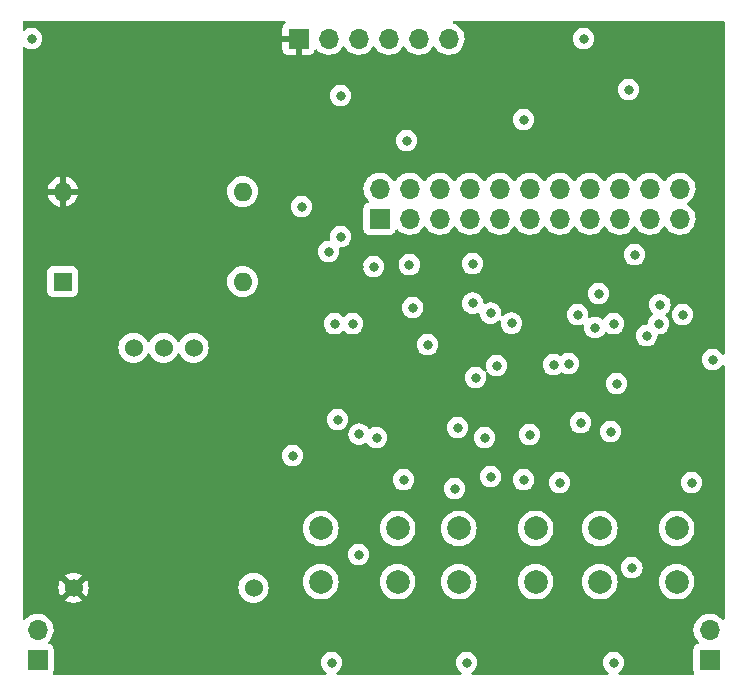
<source format=gbr>
%TF.GenerationSoftware,KiCad,Pcbnew,(6.0.0-0)*%
%TF.CreationDate,2022-10-19T22:54:38-04:00*%
%TF.ProjectId,CLOCK,434c4f43-4b2e-46b6-9963-61645f706362,rev?*%
%TF.SameCoordinates,Original*%
%TF.FileFunction,Copper,L2,Inr*%
%TF.FilePolarity,Positive*%
%FSLAX46Y46*%
G04 Gerber Fmt 4.6, Leading zero omitted, Abs format (unit mm)*
G04 Created by KiCad (PCBNEW (6.0.0-0)) date 2022-10-19 22:54:38*
%MOMM*%
%LPD*%
G01*
G04 APERTURE LIST*
%TA.AperFunction,ComponentPad*%
%ADD10C,2.000000*%
%TD*%
%TA.AperFunction,ComponentPad*%
%ADD11R,1.700000X1.700000*%
%TD*%
%TA.AperFunction,ComponentPad*%
%ADD12O,1.700000X1.700000*%
%TD*%
%TA.AperFunction,ComponentPad*%
%ADD13C,1.524000*%
%TD*%
%TA.AperFunction,ComponentPad*%
%ADD14R,1.600000X1.600000*%
%TD*%
%TA.AperFunction,ComponentPad*%
%ADD15O,1.600000X1.600000*%
%TD*%
%TA.AperFunction,ViaPad*%
%ADD16C,0.800000*%
%TD*%
G04 APERTURE END LIST*
D10*
%TO.N,GND*%
%TO.C,SW2*%
X112268000Y-128265000D03*
X105768000Y-128265000D03*
%TO.N,Net-(R2-Pad2)*%
X105768000Y-123765000D03*
X112268000Y-123765000D03*
%TD*%
D11*
%TO.N,FREQ13*%
%TO.C,J4*%
X110744000Y-97536000D03*
D12*
%TO.N,/CRYSTAL*%
X110744000Y-94996000D03*
%TO.N,FREQ12*%
X113284000Y-97536000D03*
%TO.N,/CRYSTAL*%
X113284000Y-94996000D03*
%TO.N,FREQ11*%
X115824000Y-97536000D03*
%TO.N,/CRYSTAL*%
X115824000Y-94996000D03*
%TO.N,FREQ9*%
X118364000Y-97536000D03*
%TO.N,/CRYSTAL*%
X118364000Y-94996000D03*
%TO.N,FREQ8*%
X120904000Y-97536000D03*
%TO.N,/CRYSTAL*%
X120904000Y-94996000D03*
%TO.N,FREQ7*%
X123444000Y-97536000D03*
%TO.N,/CRYSTAL*%
X123444000Y-94996000D03*
%TO.N,FREQ6*%
X125984000Y-97536000D03*
%TO.N,/CRYSTAL*%
X125984000Y-94996000D03*
%TO.N,FREQ5*%
X128524000Y-97536000D03*
%TO.N,/CRYSTAL*%
X128524000Y-94996000D03*
%TO.N,FREQ4*%
X131064000Y-97536000D03*
%TO.N,/CRYSTAL*%
X131064000Y-94996000D03*
%TO.N,FREQ3*%
X133604000Y-97536000D03*
%TO.N,/CRYSTAL*%
X133604000Y-94996000D03*
%TO.N,Net-(J4-Pad21)*%
X136144000Y-97536000D03*
%TO.N,/CRYSTAL*%
X136144000Y-94996000D03*
%TD*%
D10*
%TO.N,GND*%
%TO.C,SW3*%
X117452000Y-128265000D03*
X123952000Y-128265000D03*
%TO.N,Net-(R3-Pad2)*%
X117452000Y-123765000D03*
X123952000Y-123765000D03*
%TD*%
D13*
%TO.N,*%
%TO.C,U4*%
X89916000Y-108458000D03*
X94996000Y-108458000D03*
%TO.N,VCC*%
X84836000Y-128778000D03*
%TO.N,GND*%
X100076000Y-128778000D03*
%TO.N,/MANUAL_FULL_CLOCK*%
X92456000Y-108458000D03*
%TD*%
D14*
%TO.N,unconnected-(Y1-Pad1)*%
%TO.C,Y1*%
X83917500Y-102860000D03*
D15*
%TO.N,GND*%
X99157500Y-102860000D03*
%TO.N,Net-(J4-Pad21)*%
X99157500Y-95240000D03*
%TO.N,VCC*%
X83917500Y-95240000D03*
%TD*%
D10*
%TO.N,GND*%
%TO.C,SW1*%
X135890000Y-128265000D03*
X129390000Y-128265000D03*
%TO.N,Net-(R1-Pad2)*%
X135890000Y-123765000D03*
X129390000Y-123765000D03*
%TD*%
D11*
%TO.N,unconnected-(J3-Pad1)*%
%TO.C,J3*%
X81788000Y-134879000D03*
D12*
%TO.N,unconnected-(J3-Pad2)*%
X81788000Y-132339000D03*
%TD*%
D11*
%TO.N,unconnected-(J2-Pad1)*%
%TO.C,J2*%
X138684000Y-134879000D03*
D12*
%TO.N,unconnected-(J2-Pad2)*%
X138684000Y-132339000D03*
%TD*%
D11*
%TO.N,VCC*%
%TO.C,J1*%
X103886000Y-82296000D03*
D12*
%TO.N,GND*%
X106426000Y-82296000D03*
%TO.N,CLOCK*%
X108966000Y-82296000D03*
X111506000Y-82296000D03*
%TO.N,~{CLOCK}*%
X114046000Y-82296000D03*
X116586000Y-82296000D03*
%TD*%
D16*
%TO.N,GND*%
X108458000Y-106426000D03*
%TO.N,VCC*%
X111506000Y-101600000D03*
%TO.N,GND*%
X110236000Y-101600000D03*
X114808000Y-108204000D03*
%TO.N,/CRYSTAL*%
X107442000Y-99060000D03*
%TO.N,/MANUAL_HALF_CLOCK*%
X113553425Y-105068500D03*
%TO.N,VCC*%
X110998000Y-106426000D03*
%TO.N,/MANUAL_FULL_CLOCK*%
X106934000Y-106426000D03*
%TO.N,VCC*%
X105410000Y-99060000D03*
%TO.N,GND*%
X113268575Y-101433500D03*
%TO.N,VCC*%
X108966000Y-101600000D03*
X134874000Y-120904000D03*
X116840000Y-111252000D03*
X111252000Y-120904000D03*
X127000000Y-101092000D03*
X102870000Y-87122000D03*
X127762000Y-111760000D03*
X124206000Y-82296000D03*
X105156000Y-115316000D03*
X116840000Y-101346000D03*
X122936000Y-120904000D03*
%TO.N,GND*%
X106680000Y-135128000D03*
X130556000Y-135128000D03*
X104140000Y-96520000D03*
X81280000Y-82296000D03*
X137160000Y-119888000D03*
X112776000Y-119634000D03*
X131826000Y-86614000D03*
X103378000Y-117602000D03*
X118110000Y-135128000D03*
X128016000Y-82296000D03*
X118618000Y-101346000D03*
X132334000Y-100584000D03*
X118872000Y-110998000D03*
X107188000Y-114554000D03*
X122936000Y-89154000D03*
X138938000Y-109474000D03*
X125984000Y-119888000D03*
X125476000Y-109894500D03*
X107442000Y-87122000D03*
%TO.N,Net-(R1-Pad2)*%
X117348000Y-115228500D03*
X122936000Y-119634000D03*
%TO.N,Net-(R2-Pad2)*%
X120142000Y-119380000D03*
X117094000Y-120396000D03*
%TO.N,Net-(U1-Pad3)*%
X110490000Y-116078000D03*
X119634000Y-116078000D03*
%TO.N,Net-(U1-Pad6)*%
X123444000Y-115824000D03*
X127762000Y-114808000D03*
%TO.N,FREQ11*%
X127508000Y-105664000D03*
%TO.N,FREQ3*%
X136398000Y-105664000D03*
%TO.N,CLOCK*%
X113030000Y-90932000D03*
%TO.N,FREQ12*%
X128992500Y-106765903D03*
%TO.N,FREQ13*%
X130556000Y-106426000D03*
%TO.N,FREQ9*%
X129286000Y-103886000D03*
%TO.N,FREQ6*%
X134366000Y-106426000D03*
%TO.N,FREQ5*%
X134476461Y-104827085D03*
%TO.N,FREQ4*%
X133350000Y-107442000D03*
%TO.N,/EN2*%
X130302000Y-115570000D03*
X132101338Y-127087500D03*
X126746000Y-109815500D03*
%TO.N,/EN1*%
X120650000Y-109982000D03*
X130810000Y-111506000D03*
%TO.N,/EN0*%
X108966000Y-125984000D03*
X109018000Y-115772000D03*
%TO.N,/MANUAL_FULL_CLOCK*%
X121920000Y-106383989D03*
%TO.N,/MANUAL_HALF_CLOCK*%
X118635713Y-104684989D03*
%TO.N,Net-(U7-Pad5)*%
X120158085Y-105534489D03*
X106426000Y-100330000D03*
%TD*%
%TA.AperFunction,Conductor*%
%TO.N,VCC*%
G36*
X102778094Y-80792002D02*
G01*
X102824587Y-80845658D01*
X102834691Y-80915932D01*
X102805197Y-80980512D01*
X102785538Y-80998826D01*
X102680276Y-81077715D01*
X102667715Y-81090276D01*
X102591214Y-81192351D01*
X102582676Y-81207946D01*
X102537522Y-81328394D01*
X102533895Y-81343649D01*
X102528369Y-81394514D01*
X102528000Y-81401328D01*
X102528000Y-82023885D01*
X102532475Y-82039124D01*
X102533865Y-82040329D01*
X102541548Y-82042000D01*
X104014000Y-82042000D01*
X104082121Y-82062002D01*
X104128614Y-82115658D01*
X104140000Y-82168000D01*
X104140000Y-83635884D01*
X104144475Y-83651123D01*
X104145865Y-83652328D01*
X104153548Y-83653999D01*
X104780669Y-83653999D01*
X104787490Y-83653629D01*
X104838352Y-83648105D01*
X104853604Y-83644479D01*
X104974054Y-83599324D01*
X104989649Y-83590786D01*
X105091724Y-83514285D01*
X105104285Y-83501724D01*
X105180786Y-83399649D01*
X105189324Y-83384054D01*
X105230225Y-83274952D01*
X105272867Y-83218188D01*
X105339428Y-83193488D01*
X105408777Y-83208696D01*
X105443444Y-83236684D01*
X105468865Y-83266031D01*
X105468869Y-83266035D01*
X105472250Y-83269938D01*
X105644126Y-83412632D01*
X105837000Y-83525338D01*
X106045692Y-83605030D01*
X106050760Y-83606061D01*
X106050763Y-83606062D01*
X106158017Y-83627883D01*
X106264597Y-83649567D01*
X106269772Y-83649757D01*
X106269774Y-83649757D01*
X106482673Y-83657564D01*
X106482677Y-83657564D01*
X106487837Y-83657753D01*
X106492957Y-83657097D01*
X106492959Y-83657097D01*
X106704288Y-83630025D01*
X106704289Y-83630025D01*
X106709416Y-83629368D01*
X106714366Y-83627883D01*
X106918429Y-83566661D01*
X106918434Y-83566659D01*
X106923384Y-83565174D01*
X107123994Y-83466896D01*
X107305860Y-83337173D01*
X107464096Y-83179489D01*
X107473670Y-83166166D01*
X107594453Y-82998077D01*
X107595776Y-82999028D01*
X107642645Y-82955857D01*
X107712580Y-82943625D01*
X107778026Y-82971144D01*
X107805875Y-83002994D01*
X107865987Y-83101088D01*
X108012250Y-83269938D01*
X108184126Y-83412632D01*
X108377000Y-83525338D01*
X108585692Y-83605030D01*
X108590760Y-83606061D01*
X108590763Y-83606062D01*
X108698017Y-83627883D01*
X108804597Y-83649567D01*
X108809772Y-83649757D01*
X108809774Y-83649757D01*
X109022673Y-83657564D01*
X109022677Y-83657564D01*
X109027837Y-83657753D01*
X109032957Y-83657097D01*
X109032959Y-83657097D01*
X109244288Y-83630025D01*
X109244289Y-83630025D01*
X109249416Y-83629368D01*
X109254366Y-83627883D01*
X109458429Y-83566661D01*
X109458434Y-83566659D01*
X109463384Y-83565174D01*
X109663994Y-83466896D01*
X109845860Y-83337173D01*
X110004096Y-83179489D01*
X110013670Y-83166166D01*
X110134453Y-82998077D01*
X110135776Y-82999028D01*
X110182645Y-82955857D01*
X110252580Y-82943625D01*
X110318026Y-82971144D01*
X110345875Y-83002994D01*
X110405987Y-83101088D01*
X110552250Y-83269938D01*
X110724126Y-83412632D01*
X110917000Y-83525338D01*
X111125692Y-83605030D01*
X111130760Y-83606061D01*
X111130763Y-83606062D01*
X111238017Y-83627883D01*
X111344597Y-83649567D01*
X111349772Y-83649757D01*
X111349774Y-83649757D01*
X111562673Y-83657564D01*
X111562677Y-83657564D01*
X111567837Y-83657753D01*
X111572957Y-83657097D01*
X111572959Y-83657097D01*
X111784288Y-83630025D01*
X111784289Y-83630025D01*
X111789416Y-83629368D01*
X111794366Y-83627883D01*
X111998429Y-83566661D01*
X111998434Y-83566659D01*
X112003384Y-83565174D01*
X112203994Y-83466896D01*
X112385860Y-83337173D01*
X112544096Y-83179489D01*
X112553670Y-83166166D01*
X112674453Y-82998077D01*
X112675776Y-82999028D01*
X112722645Y-82955857D01*
X112792580Y-82943625D01*
X112858026Y-82971144D01*
X112885875Y-83002994D01*
X112945987Y-83101088D01*
X113092250Y-83269938D01*
X113264126Y-83412632D01*
X113457000Y-83525338D01*
X113665692Y-83605030D01*
X113670760Y-83606061D01*
X113670763Y-83606062D01*
X113778017Y-83627883D01*
X113884597Y-83649567D01*
X113889772Y-83649757D01*
X113889774Y-83649757D01*
X114102673Y-83657564D01*
X114102677Y-83657564D01*
X114107837Y-83657753D01*
X114112957Y-83657097D01*
X114112959Y-83657097D01*
X114324288Y-83630025D01*
X114324289Y-83630025D01*
X114329416Y-83629368D01*
X114334366Y-83627883D01*
X114538429Y-83566661D01*
X114538434Y-83566659D01*
X114543384Y-83565174D01*
X114743994Y-83466896D01*
X114925860Y-83337173D01*
X115084096Y-83179489D01*
X115093670Y-83166166D01*
X115214453Y-82998077D01*
X115215776Y-82999028D01*
X115262645Y-82955857D01*
X115332580Y-82943625D01*
X115398026Y-82971144D01*
X115425875Y-83002994D01*
X115485987Y-83101088D01*
X115632250Y-83269938D01*
X115804126Y-83412632D01*
X115997000Y-83525338D01*
X116205692Y-83605030D01*
X116210760Y-83606061D01*
X116210763Y-83606062D01*
X116318017Y-83627883D01*
X116424597Y-83649567D01*
X116429772Y-83649757D01*
X116429774Y-83649757D01*
X116642673Y-83657564D01*
X116642677Y-83657564D01*
X116647837Y-83657753D01*
X116652957Y-83657097D01*
X116652959Y-83657097D01*
X116864288Y-83630025D01*
X116864289Y-83630025D01*
X116869416Y-83629368D01*
X116874366Y-83627883D01*
X117078429Y-83566661D01*
X117078434Y-83566659D01*
X117083384Y-83565174D01*
X117283994Y-83466896D01*
X117465860Y-83337173D01*
X117624096Y-83179489D01*
X117633670Y-83166166D01*
X117751435Y-83002277D01*
X117754453Y-82998077D01*
X117759477Y-82987913D01*
X117851136Y-82802453D01*
X117851137Y-82802451D01*
X117853430Y-82797811D01*
X117918370Y-82584069D01*
X117947529Y-82362590D01*
X117949156Y-82296000D01*
X127102496Y-82296000D01*
X127103186Y-82302565D01*
X127109844Y-82365908D01*
X127122458Y-82485928D01*
X127181473Y-82667556D01*
X127184776Y-82673278D01*
X127184777Y-82673279D01*
X127218686Y-82732010D01*
X127276960Y-82832944D01*
X127281378Y-82837851D01*
X127281379Y-82837852D01*
X127387631Y-82955857D01*
X127404747Y-82974866D01*
X127559248Y-83087118D01*
X127565276Y-83089802D01*
X127565278Y-83089803D01*
X127590625Y-83101088D01*
X127733712Y-83164794D01*
X127820009Y-83183137D01*
X127914056Y-83203128D01*
X127914061Y-83203128D01*
X127920513Y-83204500D01*
X128111487Y-83204500D01*
X128117939Y-83203128D01*
X128117944Y-83203128D01*
X128211991Y-83183137D01*
X128298288Y-83164794D01*
X128441375Y-83101088D01*
X128466722Y-83089803D01*
X128466724Y-83089802D01*
X128472752Y-83087118D01*
X128627253Y-82974866D01*
X128644369Y-82955857D01*
X128750621Y-82837852D01*
X128750622Y-82837851D01*
X128755040Y-82832944D01*
X128813314Y-82732010D01*
X128847223Y-82673279D01*
X128847224Y-82673278D01*
X128850527Y-82667556D01*
X128909542Y-82485928D01*
X128922157Y-82365908D01*
X128928814Y-82302565D01*
X128929504Y-82296000D01*
X128909542Y-82106072D01*
X128850527Y-81924444D01*
X128755040Y-81759056D01*
X128658503Y-81651840D01*
X128631675Y-81622045D01*
X128631674Y-81622044D01*
X128627253Y-81617134D01*
X128472752Y-81504882D01*
X128466724Y-81502198D01*
X128466722Y-81502197D01*
X128304319Y-81429891D01*
X128304318Y-81429891D01*
X128298288Y-81427206D01*
X128204888Y-81407353D01*
X128117944Y-81388872D01*
X128117939Y-81388872D01*
X128111487Y-81387500D01*
X127920513Y-81387500D01*
X127914061Y-81388872D01*
X127914056Y-81388872D01*
X127827112Y-81407353D01*
X127733712Y-81427206D01*
X127727682Y-81429891D01*
X127727681Y-81429891D01*
X127565278Y-81502197D01*
X127565276Y-81502198D01*
X127559248Y-81504882D01*
X127404747Y-81617134D01*
X127400326Y-81622044D01*
X127400325Y-81622045D01*
X127373498Y-81651840D01*
X127276960Y-81759056D01*
X127181473Y-81924444D01*
X127122458Y-82106072D01*
X127102496Y-82296000D01*
X117949156Y-82296000D01*
X117930852Y-82073361D01*
X117876431Y-81856702D01*
X117787354Y-81651840D01*
X117713817Y-81538169D01*
X117668822Y-81468617D01*
X117668820Y-81468614D01*
X117666014Y-81464277D01*
X117515670Y-81299051D01*
X117511619Y-81295852D01*
X117511615Y-81295848D01*
X117344414Y-81163800D01*
X117344410Y-81163798D01*
X117340359Y-81160598D01*
X117144789Y-81052638D01*
X117139920Y-81050914D01*
X117139916Y-81050912D01*
X117043509Y-81016773D01*
X116985973Y-80975179D01*
X116960057Y-80909081D01*
X116973991Y-80839465D01*
X117023350Y-80788434D01*
X117085569Y-80772000D01*
X139828000Y-80772000D01*
X139896121Y-80792002D01*
X139942614Y-80845658D01*
X139954000Y-80898000D01*
X139954000Y-108946527D01*
X139933998Y-109014648D01*
X139880342Y-109061141D01*
X139810068Y-109071245D01*
X139745488Y-109041751D01*
X139718881Y-109009527D01*
X139705298Y-108986000D01*
X139677040Y-108937056D01*
X139649978Y-108907000D01*
X139553675Y-108800045D01*
X139553674Y-108800044D01*
X139549253Y-108795134D01*
X139394752Y-108682882D01*
X139388724Y-108680198D01*
X139388722Y-108680197D01*
X139226319Y-108607891D01*
X139226318Y-108607891D01*
X139220288Y-108605206D01*
X139107721Y-108581279D01*
X139039944Y-108566872D01*
X139039939Y-108566872D01*
X139033487Y-108565500D01*
X138842513Y-108565500D01*
X138836061Y-108566872D01*
X138836056Y-108566872D01*
X138768279Y-108581279D01*
X138655712Y-108605206D01*
X138649682Y-108607891D01*
X138649681Y-108607891D01*
X138487278Y-108680197D01*
X138487276Y-108680198D01*
X138481248Y-108682882D01*
X138326747Y-108795134D01*
X138322326Y-108800044D01*
X138322325Y-108800045D01*
X138226023Y-108907000D01*
X138198960Y-108937056D01*
X138170702Y-108986000D01*
X138107381Y-109095676D01*
X138103473Y-109102444D01*
X138044458Y-109284072D01*
X138043768Y-109290633D01*
X138043768Y-109290635D01*
X138036134Y-109363274D01*
X138024496Y-109474000D01*
X138025186Y-109480565D01*
X138040427Y-109625572D01*
X138044458Y-109663928D01*
X138103473Y-109845556D01*
X138198960Y-110010944D01*
X138326747Y-110152866D01*
X138397398Y-110204197D01*
X138473889Y-110259771D01*
X138481248Y-110265118D01*
X138487276Y-110267802D01*
X138487278Y-110267803D01*
X138649681Y-110340109D01*
X138655712Y-110342794D01*
X138749113Y-110362647D01*
X138836056Y-110381128D01*
X138836061Y-110381128D01*
X138842513Y-110382500D01*
X139033487Y-110382500D01*
X139039939Y-110381128D01*
X139039944Y-110381128D01*
X139126887Y-110362647D01*
X139220288Y-110342794D01*
X139226319Y-110340109D01*
X139388722Y-110267803D01*
X139388724Y-110267802D01*
X139394752Y-110265118D01*
X139402112Y-110259771D01*
X139478602Y-110204197D01*
X139549253Y-110152866D01*
X139677040Y-110010944D01*
X139718882Y-109938472D01*
X139770263Y-109889480D01*
X139839977Y-109876044D01*
X139905888Y-109902430D01*
X139947070Y-109960262D01*
X139954000Y-110001473D01*
X139954000Y-131390378D01*
X139933998Y-131458499D01*
X139880342Y-131504992D01*
X139810068Y-131515096D01*
X139745488Y-131485602D01*
X139734806Y-131475177D01*
X139617151Y-131345876D01*
X139617145Y-131345870D01*
X139613670Y-131342051D01*
X139609619Y-131338852D01*
X139609615Y-131338848D01*
X139442414Y-131206800D01*
X139442410Y-131206798D01*
X139438359Y-131203598D01*
X139242789Y-131095638D01*
X139237920Y-131093914D01*
X139237916Y-131093912D01*
X139037087Y-131022795D01*
X139037083Y-131022794D01*
X139032212Y-131021069D01*
X139027119Y-131020162D01*
X139027116Y-131020161D01*
X138817373Y-130982800D01*
X138817367Y-130982799D01*
X138812284Y-130981894D01*
X138738452Y-130980992D01*
X138594081Y-130979228D01*
X138594079Y-130979228D01*
X138588911Y-130979165D01*
X138368091Y-131012955D01*
X138155756Y-131082357D01*
X137957607Y-131185507D01*
X137953474Y-131188610D01*
X137953471Y-131188612D01*
X137929247Y-131206800D01*
X137778965Y-131319635D01*
X137624629Y-131481138D01*
X137498743Y-131665680D01*
X137404688Y-131868305D01*
X137344989Y-132083570D01*
X137321251Y-132305695D01*
X137321548Y-132310848D01*
X137321548Y-132310851D01*
X137327011Y-132405590D01*
X137334110Y-132528715D01*
X137335247Y-132533761D01*
X137335248Y-132533767D01*
X137355119Y-132621939D01*
X137383222Y-132746639D01*
X137467266Y-132953616D01*
X137583987Y-133144088D01*
X137730250Y-133312938D01*
X137734230Y-133316242D01*
X137738981Y-133320187D01*
X137778616Y-133379090D01*
X137780113Y-133450071D01*
X137742997Y-133510593D01*
X137702724Y-133535112D01*
X137587295Y-133578385D01*
X137470739Y-133665739D01*
X137383385Y-133782295D01*
X137332255Y-133918684D01*
X137325500Y-133980866D01*
X137325500Y-135777134D01*
X137332255Y-135839316D01*
X137382104Y-135972286D01*
X137382660Y-135973770D01*
X137387843Y-136044577D01*
X137353922Y-136106946D01*
X137291667Y-136141076D01*
X137264678Y-136144000D01*
X131091016Y-136144000D01*
X131022895Y-136123998D01*
X130976402Y-136070342D01*
X130966298Y-136000068D01*
X130995792Y-135935488D01*
X131016955Y-135916064D01*
X131161909Y-135810749D01*
X131161911Y-135810747D01*
X131167253Y-135806866D01*
X131194024Y-135777134D01*
X131290621Y-135669852D01*
X131290622Y-135669851D01*
X131295040Y-135664944D01*
X131390527Y-135499556D01*
X131449542Y-135317928D01*
X131469504Y-135128000D01*
X131449542Y-134938072D01*
X131390527Y-134756444D01*
X131295040Y-134591056D01*
X131167253Y-134449134D01*
X131012752Y-134336882D01*
X131006724Y-134334198D01*
X131006722Y-134334197D01*
X130844319Y-134261891D01*
X130844318Y-134261891D01*
X130838288Y-134259206D01*
X130744888Y-134239353D01*
X130657944Y-134220872D01*
X130657939Y-134220872D01*
X130651487Y-134219500D01*
X130460513Y-134219500D01*
X130454061Y-134220872D01*
X130454056Y-134220872D01*
X130367112Y-134239353D01*
X130273712Y-134259206D01*
X130267682Y-134261891D01*
X130267681Y-134261891D01*
X130105278Y-134334197D01*
X130105276Y-134334198D01*
X130099248Y-134336882D01*
X129944747Y-134449134D01*
X129816960Y-134591056D01*
X129721473Y-134756444D01*
X129662458Y-134938072D01*
X129642496Y-135128000D01*
X129662458Y-135317928D01*
X129721473Y-135499556D01*
X129816960Y-135664944D01*
X129821378Y-135669851D01*
X129821379Y-135669852D01*
X129917976Y-135777134D01*
X129944747Y-135806866D01*
X129950089Y-135810747D01*
X129950091Y-135810749D01*
X130095045Y-135916064D01*
X130138399Y-135972286D01*
X130144474Y-136043022D01*
X130111343Y-136105814D01*
X130049523Y-136140726D01*
X130020984Y-136144000D01*
X118645016Y-136144000D01*
X118576895Y-136123998D01*
X118530402Y-136070342D01*
X118520298Y-136000068D01*
X118549792Y-135935488D01*
X118570955Y-135916064D01*
X118715909Y-135810749D01*
X118715911Y-135810747D01*
X118721253Y-135806866D01*
X118748024Y-135777134D01*
X118844621Y-135669852D01*
X118844622Y-135669851D01*
X118849040Y-135664944D01*
X118944527Y-135499556D01*
X119003542Y-135317928D01*
X119023504Y-135128000D01*
X119003542Y-134938072D01*
X118944527Y-134756444D01*
X118849040Y-134591056D01*
X118721253Y-134449134D01*
X118566752Y-134336882D01*
X118560724Y-134334198D01*
X118560722Y-134334197D01*
X118398319Y-134261891D01*
X118398318Y-134261891D01*
X118392288Y-134259206D01*
X118298888Y-134239353D01*
X118211944Y-134220872D01*
X118211939Y-134220872D01*
X118205487Y-134219500D01*
X118014513Y-134219500D01*
X118008061Y-134220872D01*
X118008056Y-134220872D01*
X117921112Y-134239353D01*
X117827712Y-134259206D01*
X117821682Y-134261891D01*
X117821681Y-134261891D01*
X117659278Y-134334197D01*
X117659276Y-134334198D01*
X117653248Y-134336882D01*
X117498747Y-134449134D01*
X117370960Y-134591056D01*
X117275473Y-134756444D01*
X117216458Y-134938072D01*
X117196496Y-135128000D01*
X117216458Y-135317928D01*
X117275473Y-135499556D01*
X117370960Y-135664944D01*
X117375378Y-135669851D01*
X117375379Y-135669852D01*
X117471976Y-135777134D01*
X117498747Y-135806866D01*
X117504089Y-135810747D01*
X117504091Y-135810749D01*
X117649045Y-135916064D01*
X117692399Y-135972286D01*
X117698474Y-136043022D01*
X117665343Y-136105814D01*
X117603523Y-136140726D01*
X117574984Y-136144000D01*
X107215016Y-136144000D01*
X107146895Y-136123998D01*
X107100402Y-136070342D01*
X107090298Y-136000068D01*
X107119792Y-135935488D01*
X107140955Y-135916064D01*
X107285909Y-135810749D01*
X107285911Y-135810747D01*
X107291253Y-135806866D01*
X107318024Y-135777134D01*
X107414621Y-135669852D01*
X107414622Y-135669851D01*
X107419040Y-135664944D01*
X107514527Y-135499556D01*
X107573542Y-135317928D01*
X107593504Y-135128000D01*
X107573542Y-134938072D01*
X107514527Y-134756444D01*
X107419040Y-134591056D01*
X107291253Y-134449134D01*
X107136752Y-134336882D01*
X107130724Y-134334198D01*
X107130722Y-134334197D01*
X106968319Y-134261891D01*
X106968318Y-134261891D01*
X106962288Y-134259206D01*
X106868888Y-134239353D01*
X106781944Y-134220872D01*
X106781939Y-134220872D01*
X106775487Y-134219500D01*
X106584513Y-134219500D01*
X106578061Y-134220872D01*
X106578056Y-134220872D01*
X106491112Y-134239353D01*
X106397712Y-134259206D01*
X106391682Y-134261891D01*
X106391681Y-134261891D01*
X106229278Y-134334197D01*
X106229276Y-134334198D01*
X106223248Y-134336882D01*
X106068747Y-134449134D01*
X105940960Y-134591056D01*
X105845473Y-134756444D01*
X105786458Y-134938072D01*
X105766496Y-135128000D01*
X105786458Y-135317928D01*
X105845473Y-135499556D01*
X105940960Y-135664944D01*
X105945378Y-135669851D01*
X105945379Y-135669852D01*
X106041976Y-135777134D01*
X106068747Y-135806866D01*
X106074089Y-135810747D01*
X106074091Y-135810749D01*
X106219045Y-135916064D01*
X106262399Y-135972286D01*
X106268474Y-136043022D01*
X106235343Y-136105814D01*
X106173523Y-136140726D01*
X106144984Y-136144000D01*
X83207322Y-136144000D01*
X83139201Y-136123998D01*
X83092708Y-136070342D01*
X83082604Y-136000068D01*
X83089340Y-135973770D01*
X83089897Y-135972286D01*
X83139745Y-135839316D01*
X83146500Y-135777134D01*
X83146500Y-133980866D01*
X83139745Y-133918684D01*
X83088615Y-133782295D01*
X83001261Y-133665739D01*
X82884705Y-133578385D01*
X82843751Y-133563032D01*
X82766203Y-133533960D01*
X82709439Y-133491318D01*
X82684739Y-133424756D01*
X82699947Y-133355408D01*
X82721493Y-133326727D01*
X82757314Y-133291031D01*
X82826096Y-133222489D01*
X82829846Y-133217271D01*
X82953435Y-133045277D01*
X82956453Y-133041077D01*
X83055430Y-132840811D01*
X83120370Y-132627069D01*
X83149529Y-132405590D01*
X83151156Y-132339000D01*
X83132852Y-132116361D01*
X83078431Y-131899702D01*
X82989354Y-131694840D01*
X82949906Y-131633862D01*
X82870822Y-131511617D01*
X82870820Y-131511614D01*
X82868014Y-131507277D01*
X82717670Y-131342051D01*
X82713619Y-131338852D01*
X82713615Y-131338848D01*
X82546414Y-131206800D01*
X82546410Y-131206798D01*
X82542359Y-131203598D01*
X82346789Y-131095638D01*
X82341920Y-131093914D01*
X82341916Y-131093912D01*
X82141087Y-131022795D01*
X82141083Y-131022794D01*
X82136212Y-131021069D01*
X82131119Y-131020162D01*
X82131116Y-131020161D01*
X81921373Y-130982800D01*
X81921367Y-130982799D01*
X81916284Y-130981894D01*
X81842452Y-130980992D01*
X81698081Y-130979228D01*
X81698079Y-130979228D01*
X81692911Y-130979165D01*
X81472091Y-131012955D01*
X81259756Y-131082357D01*
X81061607Y-131185507D01*
X81057474Y-131188610D01*
X81057471Y-131188612D01*
X81033247Y-131206800D01*
X80882965Y-131319635D01*
X80750264Y-131458499D01*
X80735094Y-131474373D01*
X80673570Y-131509803D01*
X80602657Y-131506346D01*
X80544871Y-131465100D01*
X80518557Y-131399160D01*
X80518000Y-131387322D01*
X80518000Y-129836777D01*
X84141777Y-129836777D01*
X84151074Y-129848793D01*
X84194069Y-129878898D01*
X84203555Y-129884376D01*
X84394993Y-129973645D01*
X84405285Y-129977391D01*
X84609309Y-130032059D01*
X84620104Y-130033962D01*
X84830525Y-130052372D01*
X84841475Y-130052372D01*
X85051896Y-130033962D01*
X85062691Y-130032059D01*
X85266715Y-129977391D01*
X85277007Y-129973645D01*
X85468445Y-129884376D01*
X85477931Y-129878898D01*
X85521764Y-129848207D01*
X85530139Y-129837729D01*
X85523071Y-129824281D01*
X84848812Y-129150022D01*
X84834868Y-129142408D01*
X84833035Y-129142539D01*
X84826420Y-129146790D01*
X84148207Y-129825003D01*
X84141777Y-129836777D01*
X80518000Y-129836777D01*
X80518000Y-128783475D01*
X83561628Y-128783475D01*
X83580038Y-128993896D01*
X83581941Y-129004691D01*
X83636609Y-129208715D01*
X83640355Y-129219007D01*
X83729623Y-129410441D01*
X83735103Y-129419932D01*
X83765794Y-129463765D01*
X83776271Y-129472140D01*
X83789718Y-129465072D01*
X84463978Y-128790812D01*
X84470356Y-128779132D01*
X85200408Y-128779132D01*
X85200539Y-128780965D01*
X85204790Y-128787580D01*
X85883003Y-129465793D01*
X85894777Y-129472223D01*
X85906793Y-129462926D01*
X85936897Y-129419932D01*
X85942377Y-129410441D01*
X86031645Y-129219007D01*
X86035391Y-129208715D01*
X86090059Y-129004691D01*
X86091962Y-128993896D01*
X86110372Y-128783475D01*
X86110372Y-128778000D01*
X98800647Y-128778000D01*
X98820022Y-128999463D01*
X98877560Y-129214196D01*
X98879882Y-129219177D01*
X98879883Y-129219178D01*
X98969186Y-129410689D01*
X98969189Y-129410694D01*
X98971512Y-129415676D01*
X98974668Y-129420183D01*
X98974669Y-129420185D01*
X99024786Y-129491759D01*
X99099023Y-129597781D01*
X99256219Y-129754977D01*
X99260727Y-129758134D01*
X99260730Y-129758136D01*
X99336495Y-129811187D01*
X99438323Y-129882488D01*
X99443305Y-129884811D01*
X99443310Y-129884814D01*
X99633810Y-129973645D01*
X99639804Y-129976440D01*
X99645112Y-129977862D01*
X99645114Y-129977863D01*
X99710949Y-129995503D01*
X99854537Y-130033978D01*
X100076000Y-130053353D01*
X100297463Y-130033978D01*
X100441051Y-129995503D01*
X100506886Y-129977863D01*
X100506888Y-129977862D01*
X100512196Y-129976440D01*
X100518190Y-129973645D01*
X100708690Y-129884814D01*
X100708695Y-129884811D01*
X100713677Y-129882488D01*
X100815505Y-129811187D01*
X100891270Y-129758136D01*
X100891273Y-129758134D01*
X100895781Y-129754977D01*
X101052977Y-129597781D01*
X101127215Y-129491759D01*
X101177331Y-129420185D01*
X101177332Y-129420183D01*
X101180488Y-129415676D01*
X101182811Y-129410694D01*
X101182814Y-129410689D01*
X101272117Y-129219178D01*
X101272118Y-129219177D01*
X101274440Y-129214196D01*
X101331978Y-128999463D01*
X101351353Y-128778000D01*
X101331978Y-128556537D01*
X101274440Y-128341804D01*
X101272117Y-128336822D01*
X101238626Y-128265000D01*
X104254835Y-128265000D01*
X104273465Y-128501711D01*
X104274619Y-128506518D01*
X104274620Y-128506524D01*
X104287943Y-128562016D01*
X104328895Y-128732594D01*
X104330788Y-128737165D01*
X104330789Y-128737167D01*
X104353010Y-128790812D01*
X104419760Y-128951963D01*
X104422346Y-128956183D01*
X104541241Y-129150202D01*
X104541245Y-129150208D01*
X104543824Y-129154416D01*
X104698031Y-129334969D01*
X104878584Y-129489176D01*
X104882792Y-129491755D01*
X104882798Y-129491759D01*
X105076817Y-129610654D01*
X105081037Y-129613240D01*
X105085607Y-129615133D01*
X105085611Y-129615135D01*
X105295833Y-129702211D01*
X105300406Y-129704105D01*
X105380609Y-129723360D01*
X105526476Y-129758380D01*
X105526482Y-129758381D01*
X105531289Y-129759535D01*
X105768000Y-129778165D01*
X106004711Y-129759535D01*
X106009518Y-129758381D01*
X106009524Y-129758380D01*
X106155391Y-129723360D01*
X106235594Y-129704105D01*
X106240167Y-129702211D01*
X106450389Y-129615135D01*
X106450393Y-129615133D01*
X106454963Y-129613240D01*
X106459183Y-129610654D01*
X106653202Y-129491759D01*
X106653208Y-129491755D01*
X106657416Y-129489176D01*
X106837969Y-129334969D01*
X106992176Y-129154416D01*
X106994755Y-129150208D01*
X106994759Y-129150202D01*
X107113654Y-128956183D01*
X107116240Y-128951963D01*
X107182991Y-128790812D01*
X107205211Y-128737167D01*
X107205212Y-128737165D01*
X107207105Y-128732594D01*
X107248057Y-128562016D01*
X107261380Y-128506524D01*
X107261381Y-128506518D01*
X107262535Y-128501711D01*
X107281165Y-128265000D01*
X110754835Y-128265000D01*
X110773465Y-128501711D01*
X110774619Y-128506518D01*
X110774620Y-128506524D01*
X110787943Y-128562016D01*
X110828895Y-128732594D01*
X110830788Y-128737165D01*
X110830789Y-128737167D01*
X110853010Y-128790812D01*
X110919760Y-128951963D01*
X110922346Y-128956183D01*
X111041241Y-129150202D01*
X111041245Y-129150208D01*
X111043824Y-129154416D01*
X111198031Y-129334969D01*
X111378584Y-129489176D01*
X111382792Y-129491755D01*
X111382798Y-129491759D01*
X111576817Y-129610654D01*
X111581037Y-129613240D01*
X111585607Y-129615133D01*
X111585611Y-129615135D01*
X111795833Y-129702211D01*
X111800406Y-129704105D01*
X111880609Y-129723360D01*
X112026476Y-129758380D01*
X112026482Y-129758381D01*
X112031289Y-129759535D01*
X112268000Y-129778165D01*
X112504711Y-129759535D01*
X112509518Y-129758381D01*
X112509524Y-129758380D01*
X112655391Y-129723360D01*
X112735594Y-129704105D01*
X112740167Y-129702211D01*
X112950389Y-129615135D01*
X112950393Y-129615133D01*
X112954963Y-129613240D01*
X112959183Y-129610654D01*
X113153202Y-129491759D01*
X113153208Y-129491755D01*
X113157416Y-129489176D01*
X113337969Y-129334969D01*
X113492176Y-129154416D01*
X113494755Y-129150208D01*
X113494759Y-129150202D01*
X113613654Y-128956183D01*
X113616240Y-128951963D01*
X113682991Y-128790812D01*
X113705211Y-128737167D01*
X113705212Y-128737165D01*
X113707105Y-128732594D01*
X113748057Y-128562016D01*
X113761380Y-128506524D01*
X113761381Y-128506518D01*
X113762535Y-128501711D01*
X113781165Y-128265000D01*
X115938835Y-128265000D01*
X115957465Y-128501711D01*
X115958619Y-128506518D01*
X115958620Y-128506524D01*
X115971943Y-128562016D01*
X116012895Y-128732594D01*
X116014788Y-128737165D01*
X116014789Y-128737167D01*
X116037010Y-128790812D01*
X116103760Y-128951963D01*
X116106346Y-128956183D01*
X116225241Y-129150202D01*
X116225245Y-129150208D01*
X116227824Y-129154416D01*
X116382031Y-129334969D01*
X116562584Y-129489176D01*
X116566792Y-129491755D01*
X116566798Y-129491759D01*
X116760817Y-129610654D01*
X116765037Y-129613240D01*
X116769607Y-129615133D01*
X116769611Y-129615135D01*
X116979833Y-129702211D01*
X116984406Y-129704105D01*
X117064609Y-129723360D01*
X117210476Y-129758380D01*
X117210482Y-129758381D01*
X117215289Y-129759535D01*
X117452000Y-129778165D01*
X117688711Y-129759535D01*
X117693518Y-129758381D01*
X117693524Y-129758380D01*
X117839391Y-129723360D01*
X117919594Y-129704105D01*
X117924167Y-129702211D01*
X118134389Y-129615135D01*
X118134393Y-129615133D01*
X118138963Y-129613240D01*
X118143183Y-129610654D01*
X118337202Y-129491759D01*
X118337208Y-129491755D01*
X118341416Y-129489176D01*
X118521969Y-129334969D01*
X118676176Y-129154416D01*
X118678755Y-129150208D01*
X118678759Y-129150202D01*
X118797654Y-128956183D01*
X118800240Y-128951963D01*
X118866991Y-128790812D01*
X118889211Y-128737167D01*
X118889212Y-128737165D01*
X118891105Y-128732594D01*
X118932057Y-128562016D01*
X118945380Y-128506524D01*
X118945381Y-128506518D01*
X118946535Y-128501711D01*
X118965165Y-128265000D01*
X122438835Y-128265000D01*
X122457465Y-128501711D01*
X122458619Y-128506518D01*
X122458620Y-128506524D01*
X122471943Y-128562016D01*
X122512895Y-128732594D01*
X122514788Y-128737165D01*
X122514789Y-128737167D01*
X122537010Y-128790812D01*
X122603760Y-128951963D01*
X122606346Y-128956183D01*
X122725241Y-129150202D01*
X122725245Y-129150208D01*
X122727824Y-129154416D01*
X122882031Y-129334969D01*
X123062584Y-129489176D01*
X123066792Y-129491755D01*
X123066798Y-129491759D01*
X123260817Y-129610654D01*
X123265037Y-129613240D01*
X123269607Y-129615133D01*
X123269611Y-129615135D01*
X123479833Y-129702211D01*
X123484406Y-129704105D01*
X123564609Y-129723360D01*
X123710476Y-129758380D01*
X123710482Y-129758381D01*
X123715289Y-129759535D01*
X123952000Y-129778165D01*
X124188711Y-129759535D01*
X124193518Y-129758381D01*
X124193524Y-129758380D01*
X124339391Y-129723360D01*
X124419594Y-129704105D01*
X124424167Y-129702211D01*
X124634389Y-129615135D01*
X124634393Y-129615133D01*
X124638963Y-129613240D01*
X124643183Y-129610654D01*
X124837202Y-129491759D01*
X124837208Y-129491755D01*
X124841416Y-129489176D01*
X125021969Y-129334969D01*
X125176176Y-129154416D01*
X125178755Y-129150208D01*
X125178759Y-129150202D01*
X125297654Y-128956183D01*
X125300240Y-128951963D01*
X125366991Y-128790812D01*
X125389211Y-128737167D01*
X125389212Y-128737165D01*
X125391105Y-128732594D01*
X125432057Y-128562016D01*
X125445380Y-128506524D01*
X125445381Y-128506518D01*
X125446535Y-128501711D01*
X125465165Y-128265000D01*
X127876835Y-128265000D01*
X127895465Y-128501711D01*
X127896619Y-128506518D01*
X127896620Y-128506524D01*
X127909943Y-128562016D01*
X127950895Y-128732594D01*
X127952788Y-128737165D01*
X127952789Y-128737167D01*
X127975010Y-128790812D01*
X128041760Y-128951963D01*
X128044346Y-128956183D01*
X128163241Y-129150202D01*
X128163245Y-129150208D01*
X128165824Y-129154416D01*
X128320031Y-129334969D01*
X128500584Y-129489176D01*
X128504792Y-129491755D01*
X128504798Y-129491759D01*
X128698817Y-129610654D01*
X128703037Y-129613240D01*
X128707607Y-129615133D01*
X128707611Y-129615135D01*
X128917833Y-129702211D01*
X128922406Y-129704105D01*
X129002609Y-129723360D01*
X129148476Y-129758380D01*
X129148482Y-129758381D01*
X129153289Y-129759535D01*
X129390000Y-129778165D01*
X129626711Y-129759535D01*
X129631518Y-129758381D01*
X129631524Y-129758380D01*
X129777391Y-129723360D01*
X129857594Y-129704105D01*
X129862167Y-129702211D01*
X130072389Y-129615135D01*
X130072393Y-129615133D01*
X130076963Y-129613240D01*
X130081183Y-129610654D01*
X130275202Y-129491759D01*
X130275208Y-129491755D01*
X130279416Y-129489176D01*
X130459969Y-129334969D01*
X130614176Y-129154416D01*
X130616755Y-129150208D01*
X130616759Y-129150202D01*
X130735654Y-128956183D01*
X130738240Y-128951963D01*
X130804991Y-128790812D01*
X130827211Y-128737167D01*
X130827212Y-128737165D01*
X130829105Y-128732594D01*
X130870057Y-128562016D01*
X130883380Y-128506524D01*
X130883381Y-128506518D01*
X130884535Y-128501711D01*
X130903165Y-128265000D01*
X134376835Y-128265000D01*
X134395465Y-128501711D01*
X134396619Y-128506518D01*
X134396620Y-128506524D01*
X134409943Y-128562016D01*
X134450895Y-128732594D01*
X134452788Y-128737165D01*
X134452789Y-128737167D01*
X134475010Y-128790812D01*
X134541760Y-128951963D01*
X134544346Y-128956183D01*
X134663241Y-129150202D01*
X134663245Y-129150208D01*
X134665824Y-129154416D01*
X134820031Y-129334969D01*
X135000584Y-129489176D01*
X135004792Y-129491755D01*
X135004798Y-129491759D01*
X135198817Y-129610654D01*
X135203037Y-129613240D01*
X135207607Y-129615133D01*
X135207611Y-129615135D01*
X135417833Y-129702211D01*
X135422406Y-129704105D01*
X135502609Y-129723360D01*
X135648476Y-129758380D01*
X135648482Y-129758381D01*
X135653289Y-129759535D01*
X135890000Y-129778165D01*
X136126711Y-129759535D01*
X136131518Y-129758381D01*
X136131524Y-129758380D01*
X136277391Y-129723360D01*
X136357594Y-129704105D01*
X136362167Y-129702211D01*
X136572389Y-129615135D01*
X136572393Y-129615133D01*
X136576963Y-129613240D01*
X136581183Y-129610654D01*
X136775202Y-129491759D01*
X136775208Y-129491755D01*
X136779416Y-129489176D01*
X136959969Y-129334969D01*
X137114176Y-129154416D01*
X137116755Y-129150208D01*
X137116759Y-129150202D01*
X137235654Y-128956183D01*
X137238240Y-128951963D01*
X137304991Y-128790812D01*
X137327211Y-128737167D01*
X137327212Y-128737165D01*
X137329105Y-128732594D01*
X137370057Y-128562016D01*
X137383380Y-128506524D01*
X137383381Y-128506518D01*
X137384535Y-128501711D01*
X137403165Y-128265000D01*
X137384535Y-128028289D01*
X137376784Y-127996000D01*
X137330260Y-127802218D01*
X137329105Y-127797406D01*
X137314214Y-127761455D01*
X137240135Y-127582611D01*
X137240133Y-127582607D01*
X137238240Y-127578037D01*
X137205090Y-127523941D01*
X137116759Y-127379798D01*
X137116755Y-127379792D01*
X137114176Y-127375584D01*
X136959969Y-127195031D01*
X136779416Y-127040824D01*
X136775208Y-127038245D01*
X136775202Y-127038241D01*
X136581183Y-126919346D01*
X136576963Y-126916760D01*
X136572393Y-126914867D01*
X136572389Y-126914865D01*
X136362167Y-126827789D01*
X136362165Y-126827788D01*
X136357594Y-126825895D01*
X136277391Y-126806640D01*
X136131524Y-126771620D01*
X136131518Y-126771619D01*
X136126711Y-126770465D01*
X135890000Y-126751835D01*
X135653289Y-126770465D01*
X135648482Y-126771619D01*
X135648476Y-126771620D01*
X135502609Y-126806640D01*
X135422406Y-126825895D01*
X135417835Y-126827788D01*
X135417833Y-126827789D01*
X135207611Y-126914865D01*
X135207607Y-126914867D01*
X135203037Y-126916760D01*
X135198817Y-126919346D01*
X135004798Y-127038241D01*
X135004792Y-127038245D01*
X135000584Y-127040824D01*
X134820031Y-127195031D01*
X134665824Y-127375584D01*
X134663245Y-127379792D01*
X134663241Y-127379798D01*
X134574910Y-127523941D01*
X134541760Y-127578037D01*
X134539867Y-127582607D01*
X134539865Y-127582611D01*
X134465786Y-127761455D01*
X134450895Y-127797406D01*
X134449740Y-127802218D01*
X134403217Y-127996000D01*
X134395465Y-128028289D01*
X134376835Y-128265000D01*
X130903165Y-128265000D01*
X130884535Y-128028289D01*
X130876784Y-127996000D01*
X130830260Y-127802218D01*
X130829105Y-127797406D01*
X130814214Y-127761455D01*
X130740135Y-127582611D01*
X130740133Y-127582607D01*
X130738240Y-127578037D01*
X130705090Y-127523941D01*
X130616759Y-127379798D01*
X130616755Y-127379792D01*
X130614176Y-127375584D01*
X130459969Y-127195031D01*
X130334067Y-127087500D01*
X131187834Y-127087500D01*
X131188524Y-127094065D01*
X131199531Y-127198787D01*
X131207796Y-127277428D01*
X131266811Y-127459056D01*
X131362298Y-127624444D01*
X131366716Y-127629351D01*
X131366717Y-127629352D01*
X131446780Y-127718271D01*
X131490085Y-127766366D01*
X131644586Y-127878618D01*
X131650614Y-127881302D01*
X131650616Y-127881303D01*
X131813019Y-127953609D01*
X131819050Y-127956294D01*
X131912450Y-127976147D01*
X131999394Y-127994628D01*
X131999399Y-127994628D01*
X132005851Y-127996000D01*
X132196825Y-127996000D01*
X132203277Y-127994628D01*
X132203282Y-127994628D01*
X132290226Y-127976147D01*
X132383626Y-127956294D01*
X132389657Y-127953609D01*
X132552060Y-127881303D01*
X132552062Y-127881302D01*
X132558090Y-127878618D01*
X132712591Y-127766366D01*
X132755896Y-127718271D01*
X132835959Y-127629352D01*
X132835960Y-127629351D01*
X132840378Y-127624444D01*
X132935865Y-127459056D01*
X132994880Y-127277428D01*
X133003146Y-127198787D01*
X133014152Y-127094065D01*
X133014842Y-127087500D01*
X132994880Y-126897572D01*
X132935865Y-126715944D01*
X132840378Y-126550556D01*
X132818135Y-126525852D01*
X132717013Y-126413545D01*
X132717012Y-126413544D01*
X132712591Y-126408634D01*
X132558090Y-126296382D01*
X132552062Y-126293698D01*
X132552060Y-126293697D01*
X132389657Y-126221391D01*
X132389656Y-126221391D01*
X132383626Y-126218706D01*
X132290225Y-126198853D01*
X132203282Y-126180372D01*
X132203277Y-126180372D01*
X132196825Y-126179000D01*
X132005851Y-126179000D01*
X131999399Y-126180372D01*
X131999394Y-126180372D01*
X131912451Y-126198853D01*
X131819050Y-126218706D01*
X131813020Y-126221391D01*
X131813019Y-126221391D01*
X131650616Y-126293697D01*
X131650614Y-126293698D01*
X131644586Y-126296382D01*
X131490085Y-126408634D01*
X131485664Y-126413544D01*
X131485663Y-126413545D01*
X131384542Y-126525852D01*
X131362298Y-126550556D01*
X131266811Y-126715944D01*
X131207796Y-126897572D01*
X131187834Y-127087500D01*
X130334067Y-127087500D01*
X130279416Y-127040824D01*
X130275208Y-127038245D01*
X130275202Y-127038241D01*
X130081183Y-126919346D01*
X130076963Y-126916760D01*
X130072393Y-126914867D01*
X130072389Y-126914865D01*
X129862167Y-126827789D01*
X129862165Y-126827788D01*
X129857594Y-126825895D01*
X129777391Y-126806640D01*
X129631524Y-126771620D01*
X129631518Y-126771619D01*
X129626711Y-126770465D01*
X129390000Y-126751835D01*
X129153289Y-126770465D01*
X129148482Y-126771619D01*
X129148476Y-126771620D01*
X129002609Y-126806640D01*
X128922406Y-126825895D01*
X128917835Y-126827788D01*
X128917833Y-126827789D01*
X128707611Y-126914865D01*
X128707607Y-126914867D01*
X128703037Y-126916760D01*
X128698817Y-126919346D01*
X128504798Y-127038241D01*
X128504792Y-127038245D01*
X128500584Y-127040824D01*
X128320031Y-127195031D01*
X128165824Y-127375584D01*
X128163245Y-127379792D01*
X128163241Y-127379798D01*
X128074910Y-127523941D01*
X128041760Y-127578037D01*
X128039867Y-127582607D01*
X128039865Y-127582611D01*
X127965786Y-127761455D01*
X127950895Y-127797406D01*
X127949740Y-127802218D01*
X127903217Y-127996000D01*
X127895465Y-128028289D01*
X127876835Y-128265000D01*
X125465165Y-128265000D01*
X125446535Y-128028289D01*
X125438784Y-127996000D01*
X125392260Y-127802218D01*
X125391105Y-127797406D01*
X125376214Y-127761455D01*
X125302135Y-127582611D01*
X125302133Y-127582607D01*
X125300240Y-127578037D01*
X125267090Y-127523941D01*
X125178759Y-127379798D01*
X125178755Y-127379792D01*
X125176176Y-127375584D01*
X125021969Y-127195031D01*
X124841416Y-127040824D01*
X124837208Y-127038245D01*
X124837202Y-127038241D01*
X124643183Y-126919346D01*
X124638963Y-126916760D01*
X124634393Y-126914867D01*
X124634389Y-126914865D01*
X124424167Y-126827789D01*
X124424165Y-126827788D01*
X124419594Y-126825895D01*
X124339391Y-126806640D01*
X124193524Y-126771620D01*
X124193518Y-126771619D01*
X124188711Y-126770465D01*
X123952000Y-126751835D01*
X123715289Y-126770465D01*
X123710482Y-126771619D01*
X123710476Y-126771620D01*
X123564609Y-126806640D01*
X123484406Y-126825895D01*
X123479835Y-126827788D01*
X123479833Y-126827789D01*
X123269611Y-126914865D01*
X123269607Y-126914867D01*
X123265037Y-126916760D01*
X123260817Y-126919346D01*
X123066798Y-127038241D01*
X123066792Y-127038245D01*
X123062584Y-127040824D01*
X122882031Y-127195031D01*
X122727824Y-127375584D01*
X122725245Y-127379792D01*
X122725241Y-127379798D01*
X122636910Y-127523941D01*
X122603760Y-127578037D01*
X122601867Y-127582607D01*
X122601865Y-127582611D01*
X122527786Y-127761455D01*
X122512895Y-127797406D01*
X122511740Y-127802218D01*
X122465217Y-127996000D01*
X122457465Y-128028289D01*
X122438835Y-128265000D01*
X118965165Y-128265000D01*
X118946535Y-128028289D01*
X118938784Y-127996000D01*
X118892260Y-127802218D01*
X118891105Y-127797406D01*
X118876214Y-127761455D01*
X118802135Y-127582611D01*
X118802133Y-127582607D01*
X118800240Y-127578037D01*
X118767090Y-127523941D01*
X118678759Y-127379798D01*
X118678755Y-127379792D01*
X118676176Y-127375584D01*
X118521969Y-127195031D01*
X118341416Y-127040824D01*
X118337208Y-127038245D01*
X118337202Y-127038241D01*
X118143183Y-126919346D01*
X118138963Y-126916760D01*
X118134393Y-126914867D01*
X118134389Y-126914865D01*
X117924167Y-126827789D01*
X117924165Y-126827788D01*
X117919594Y-126825895D01*
X117839391Y-126806640D01*
X117693524Y-126771620D01*
X117693518Y-126771619D01*
X117688711Y-126770465D01*
X117452000Y-126751835D01*
X117215289Y-126770465D01*
X117210482Y-126771619D01*
X117210476Y-126771620D01*
X117064609Y-126806640D01*
X116984406Y-126825895D01*
X116979835Y-126827788D01*
X116979833Y-126827789D01*
X116769611Y-126914865D01*
X116769607Y-126914867D01*
X116765037Y-126916760D01*
X116760817Y-126919346D01*
X116566798Y-127038241D01*
X116566792Y-127038245D01*
X116562584Y-127040824D01*
X116382031Y-127195031D01*
X116227824Y-127375584D01*
X116225245Y-127379792D01*
X116225241Y-127379798D01*
X116136910Y-127523941D01*
X116103760Y-127578037D01*
X116101867Y-127582607D01*
X116101865Y-127582611D01*
X116027786Y-127761455D01*
X116012895Y-127797406D01*
X116011740Y-127802218D01*
X115965217Y-127996000D01*
X115957465Y-128028289D01*
X115938835Y-128265000D01*
X113781165Y-128265000D01*
X113762535Y-128028289D01*
X113754784Y-127996000D01*
X113708260Y-127802218D01*
X113707105Y-127797406D01*
X113692214Y-127761455D01*
X113618135Y-127582611D01*
X113618133Y-127582607D01*
X113616240Y-127578037D01*
X113583090Y-127523941D01*
X113494759Y-127379798D01*
X113494755Y-127379792D01*
X113492176Y-127375584D01*
X113337969Y-127195031D01*
X113157416Y-127040824D01*
X113153208Y-127038245D01*
X113153202Y-127038241D01*
X112959183Y-126919346D01*
X112954963Y-126916760D01*
X112950393Y-126914867D01*
X112950389Y-126914865D01*
X112740167Y-126827789D01*
X112740165Y-126827788D01*
X112735594Y-126825895D01*
X112655391Y-126806640D01*
X112509524Y-126771620D01*
X112509518Y-126771619D01*
X112504711Y-126770465D01*
X112268000Y-126751835D01*
X112031289Y-126770465D01*
X112026482Y-126771619D01*
X112026476Y-126771620D01*
X111880609Y-126806640D01*
X111800406Y-126825895D01*
X111795835Y-126827788D01*
X111795833Y-126827789D01*
X111585611Y-126914865D01*
X111585607Y-126914867D01*
X111581037Y-126916760D01*
X111576817Y-126919346D01*
X111382798Y-127038241D01*
X111382792Y-127038245D01*
X111378584Y-127040824D01*
X111198031Y-127195031D01*
X111043824Y-127375584D01*
X111041245Y-127379792D01*
X111041241Y-127379798D01*
X110952910Y-127523941D01*
X110919760Y-127578037D01*
X110917867Y-127582607D01*
X110917865Y-127582611D01*
X110843786Y-127761455D01*
X110828895Y-127797406D01*
X110827740Y-127802218D01*
X110781217Y-127996000D01*
X110773465Y-128028289D01*
X110754835Y-128265000D01*
X107281165Y-128265000D01*
X107262535Y-128028289D01*
X107254784Y-127996000D01*
X107208260Y-127802218D01*
X107207105Y-127797406D01*
X107192214Y-127761455D01*
X107118135Y-127582611D01*
X107118133Y-127582607D01*
X107116240Y-127578037D01*
X107083090Y-127523941D01*
X106994759Y-127379798D01*
X106994755Y-127379792D01*
X106992176Y-127375584D01*
X106837969Y-127195031D01*
X106657416Y-127040824D01*
X106653208Y-127038245D01*
X106653202Y-127038241D01*
X106459183Y-126919346D01*
X106454963Y-126916760D01*
X106450393Y-126914867D01*
X106450389Y-126914865D01*
X106240167Y-126827789D01*
X106240165Y-126827788D01*
X106235594Y-126825895D01*
X106155391Y-126806640D01*
X106009524Y-126771620D01*
X106009518Y-126771619D01*
X106004711Y-126770465D01*
X105768000Y-126751835D01*
X105531289Y-126770465D01*
X105526482Y-126771619D01*
X105526476Y-126771620D01*
X105380609Y-126806640D01*
X105300406Y-126825895D01*
X105295835Y-126827788D01*
X105295833Y-126827789D01*
X105085611Y-126914865D01*
X105085607Y-126914867D01*
X105081037Y-126916760D01*
X105076817Y-126919346D01*
X104882798Y-127038241D01*
X104882792Y-127038245D01*
X104878584Y-127040824D01*
X104698031Y-127195031D01*
X104543824Y-127375584D01*
X104541245Y-127379792D01*
X104541241Y-127379798D01*
X104452910Y-127523941D01*
X104419760Y-127578037D01*
X104417867Y-127582607D01*
X104417865Y-127582611D01*
X104343786Y-127761455D01*
X104328895Y-127797406D01*
X104327740Y-127802218D01*
X104281217Y-127996000D01*
X104273465Y-128028289D01*
X104254835Y-128265000D01*
X101238626Y-128265000D01*
X101182814Y-128145311D01*
X101182811Y-128145306D01*
X101180488Y-128140324D01*
X101177331Y-128135815D01*
X101056136Y-127962730D01*
X101056134Y-127962727D01*
X101052977Y-127958219D01*
X100895781Y-127801023D01*
X100891273Y-127797866D01*
X100891270Y-127797864D01*
X100815505Y-127744813D01*
X100713677Y-127673512D01*
X100708695Y-127671189D01*
X100708690Y-127671186D01*
X100517178Y-127581883D01*
X100517177Y-127581882D01*
X100512196Y-127579560D01*
X100506888Y-127578138D01*
X100506886Y-127578137D01*
X100441051Y-127560497D01*
X100297463Y-127522022D01*
X100076000Y-127502647D01*
X99854537Y-127522022D01*
X99710949Y-127560497D01*
X99645114Y-127578137D01*
X99645112Y-127578138D01*
X99639804Y-127579560D01*
X99634823Y-127581882D01*
X99634822Y-127581883D01*
X99443311Y-127671186D01*
X99443306Y-127671189D01*
X99438324Y-127673512D01*
X99433817Y-127676668D01*
X99433815Y-127676669D01*
X99260730Y-127797864D01*
X99260727Y-127797866D01*
X99256219Y-127801023D01*
X99099023Y-127958219D01*
X99095866Y-127962727D01*
X99095864Y-127962730D01*
X98974669Y-128135815D01*
X98971512Y-128140324D01*
X98969189Y-128145306D01*
X98969186Y-128145311D01*
X98879883Y-128336822D01*
X98877560Y-128341804D01*
X98820022Y-128556537D01*
X98800647Y-128778000D01*
X86110372Y-128778000D01*
X86110372Y-128772525D01*
X86091962Y-128562104D01*
X86090059Y-128551309D01*
X86035391Y-128347285D01*
X86031645Y-128336993D01*
X85942377Y-128145559D01*
X85936897Y-128136068D01*
X85906206Y-128092235D01*
X85895729Y-128083860D01*
X85882282Y-128090928D01*
X85208022Y-128765188D01*
X85200408Y-128779132D01*
X84470356Y-128779132D01*
X84471592Y-128776868D01*
X84471461Y-128775035D01*
X84467210Y-128768420D01*
X83788997Y-128090207D01*
X83777223Y-128083777D01*
X83765207Y-128093074D01*
X83735103Y-128136068D01*
X83729623Y-128145559D01*
X83640355Y-128336993D01*
X83636609Y-128347285D01*
X83581941Y-128551309D01*
X83580038Y-128562104D01*
X83561628Y-128772525D01*
X83561628Y-128783475D01*
X80518000Y-128783475D01*
X80518000Y-127718271D01*
X84141860Y-127718271D01*
X84148928Y-127731718D01*
X84823188Y-128405978D01*
X84837132Y-128413592D01*
X84838965Y-128413461D01*
X84845580Y-128409210D01*
X85523793Y-127730997D01*
X85530223Y-127719223D01*
X85520926Y-127707207D01*
X85477931Y-127677102D01*
X85468445Y-127671624D01*
X85277007Y-127582355D01*
X85266715Y-127578609D01*
X85062691Y-127523941D01*
X85051896Y-127522038D01*
X84841475Y-127503628D01*
X84830525Y-127503628D01*
X84620104Y-127522038D01*
X84609309Y-127523941D01*
X84405285Y-127578609D01*
X84394993Y-127582355D01*
X84203559Y-127671623D01*
X84194068Y-127677103D01*
X84150235Y-127707794D01*
X84141860Y-127718271D01*
X80518000Y-127718271D01*
X80518000Y-125984000D01*
X108052496Y-125984000D01*
X108072458Y-126173928D01*
X108131473Y-126355556D01*
X108226960Y-126520944D01*
X108231378Y-126525851D01*
X108231379Y-126525852D01*
X108253623Y-126550556D01*
X108354747Y-126662866D01*
X108419925Y-126710221D01*
X108502844Y-126770465D01*
X108509248Y-126775118D01*
X108515276Y-126777802D01*
X108515278Y-126777803D01*
X108677681Y-126850109D01*
X108683712Y-126852794D01*
X108777112Y-126872647D01*
X108864056Y-126891128D01*
X108864061Y-126891128D01*
X108870513Y-126892500D01*
X109061487Y-126892500D01*
X109067939Y-126891128D01*
X109067944Y-126891128D01*
X109154888Y-126872647D01*
X109248288Y-126852794D01*
X109254319Y-126850109D01*
X109416722Y-126777803D01*
X109416724Y-126777802D01*
X109422752Y-126775118D01*
X109429157Y-126770465D01*
X109512075Y-126710221D01*
X109577253Y-126662866D01*
X109678377Y-126550556D01*
X109700621Y-126525852D01*
X109700622Y-126525851D01*
X109705040Y-126520944D01*
X109800527Y-126355556D01*
X109859542Y-126173928D01*
X109879504Y-125984000D01*
X109859542Y-125794072D01*
X109800527Y-125612444D01*
X109705040Y-125447056D01*
X109577253Y-125305134D01*
X109422752Y-125192882D01*
X109416724Y-125190198D01*
X109416722Y-125190197D01*
X109254319Y-125117891D01*
X109254318Y-125117891D01*
X109248288Y-125115206D01*
X109154887Y-125095353D01*
X109067944Y-125076872D01*
X109067939Y-125076872D01*
X109061487Y-125075500D01*
X108870513Y-125075500D01*
X108864061Y-125076872D01*
X108864056Y-125076872D01*
X108777113Y-125095353D01*
X108683712Y-125115206D01*
X108677682Y-125117891D01*
X108677681Y-125117891D01*
X108515278Y-125190197D01*
X108515276Y-125190198D01*
X108509248Y-125192882D01*
X108354747Y-125305134D01*
X108226960Y-125447056D01*
X108131473Y-125612444D01*
X108072458Y-125794072D01*
X108052496Y-125984000D01*
X80518000Y-125984000D01*
X80518000Y-123765000D01*
X104254835Y-123765000D01*
X104273465Y-124001711D01*
X104328895Y-124232594D01*
X104419760Y-124451963D01*
X104422346Y-124456183D01*
X104541241Y-124650202D01*
X104541245Y-124650208D01*
X104543824Y-124654416D01*
X104698031Y-124834969D01*
X104878584Y-124989176D01*
X104882792Y-124991755D01*
X104882798Y-124991759D01*
X105019451Y-125075500D01*
X105081037Y-125113240D01*
X105085607Y-125115133D01*
X105085611Y-125115135D01*
X105295833Y-125202211D01*
X105300406Y-125204105D01*
X105380609Y-125223360D01*
X105526476Y-125258380D01*
X105526482Y-125258381D01*
X105531289Y-125259535D01*
X105768000Y-125278165D01*
X106004711Y-125259535D01*
X106009518Y-125258381D01*
X106009524Y-125258380D01*
X106155391Y-125223360D01*
X106235594Y-125204105D01*
X106240167Y-125202211D01*
X106450389Y-125115135D01*
X106450393Y-125115133D01*
X106454963Y-125113240D01*
X106516549Y-125075500D01*
X106653202Y-124991759D01*
X106653208Y-124991755D01*
X106657416Y-124989176D01*
X106837969Y-124834969D01*
X106992176Y-124654416D01*
X106994755Y-124650208D01*
X106994759Y-124650202D01*
X107113654Y-124456183D01*
X107116240Y-124451963D01*
X107207105Y-124232594D01*
X107262535Y-124001711D01*
X107281165Y-123765000D01*
X110754835Y-123765000D01*
X110773465Y-124001711D01*
X110828895Y-124232594D01*
X110919760Y-124451963D01*
X110922346Y-124456183D01*
X111041241Y-124650202D01*
X111041245Y-124650208D01*
X111043824Y-124654416D01*
X111198031Y-124834969D01*
X111378584Y-124989176D01*
X111382792Y-124991755D01*
X111382798Y-124991759D01*
X111519451Y-125075500D01*
X111581037Y-125113240D01*
X111585607Y-125115133D01*
X111585611Y-125115135D01*
X111795833Y-125202211D01*
X111800406Y-125204105D01*
X111880609Y-125223360D01*
X112026476Y-125258380D01*
X112026482Y-125258381D01*
X112031289Y-125259535D01*
X112268000Y-125278165D01*
X112504711Y-125259535D01*
X112509518Y-125258381D01*
X112509524Y-125258380D01*
X112655391Y-125223360D01*
X112735594Y-125204105D01*
X112740167Y-125202211D01*
X112950389Y-125115135D01*
X112950393Y-125115133D01*
X112954963Y-125113240D01*
X113016549Y-125075500D01*
X113153202Y-124991759D01*
X113153208Y-124991755D01*
X113157416Y-124989176D01*
X113337969Y-124834969D01*
X113492176Y-124654416D01*
X113494755Y-124650208D01*
X113494759Y-124650202D01*
X113613654Y-124456183D01*
X113616240Y-124451963D01*
X113707105Y-124232594D01*
X113762535Y-124001711D01*
X113781165Y-123765000D01*
X115938835Y-123765000D01*
X115957465Y-124001711D01*
X116012895Y-124232594D01*
X116103760Y-124451963D01*
X116106346Y-124456183D01*
X116225241Y-124650202D01*
X116225245Y-124650208D01*
X116227824Y-124654416D01*
X116382031Y-124834969D01*
X116562584Y-124989176D01*
X116566792Y-124991755D01*
X116566798Y-124991759D01*
X116703451Y-125075500D01*
X116765037Y-125113240D01*
X116769607Y-125115133D01*
X116769611Y-125115135D01*
X116979833Y-125202211D01*
X116984406Y-125204105D01*
X117064609Y-125223360D01*
X117210476Y-125258380D01*
X117210482Y-125258381D01*
X117215289Y-125259535D01*
X117452000Y-125278165D01*
X117688711Y-125259535D01*
X117693518Y-125258381D01*
X117693524Y-125258380D01*
X117839391Y-125223360D01*
X117919594Y-125204105D01*
X117924167Y-125202211D01*
X118134389Y-125115135D01*
X118134393Y-125115133D01*
X118138963Y-125113240D01*
X118200549Y-125075500D01*
X118337202Y-124991759D01*
X118337208Y-124991755D01*
X118341416Y-124989176D01*
X118521969Y-124834969D01*
X118676176Y-124654416D01*
X118678755Y-124650208D01*
X118678759Y-124650202D01*
X118797654Y-124456183D01*
X118800240Y-124451963D01*
X118891105Y-124232594D01*
X118946535Y-124001711D01*
X118965165Y-123765000D01*
X122438835Y-123765000D01*
X122457465Y-124001711D01*
X122512895Y-124232594D01*
X122603760Y-124451963D01*
X122606346Y-124456183D01*
X122725241Y-124650202D01*
X122725245Y-124650208D01*
X122727824Y-124654416D01*
X122882031Y-124834969D01*
X123062584Y-124989176D01*
X123066792Y-124991755D01*
X123066798Y-124991759D01*
X123203451Y-125075500D01*
X123265037Y-125113240D01*
X123269607Y-125115133D01*
X123269611Y-125115135D01*
X123479833Y-125202211D01*
X123484406Y-125204105D01*
X123564609Y-125223360D01*
X123710476Y-125258380D01*
X123710482Y-125258381D01*
X123715289Y-125259535D01*
X123952000Y-125278165D01*
X124188711Y-125259535D01*
X124193518Y-125258381D01*
X124193524Y-125258380D01*
X124339391Y-125223360D01*
X124419594Y-125204105D01*
X124424167Y-125202211D01*
X124634389Y-125115135D01*
X124634393Y-125115133D01*
X124638963Y-125113240D01*
X124700549Y-125075500D01*
X124837202Y-124991759D01*
X124837208Y-124991755D01*
X124841416Y-124989176D01*
X125021969Y-124834969D01*
X125176176Y-124654416D01*
X125178755Y-124650208D01*
X125178759Y-124650202D01*
X125297654Y-124456183D01*
X125300240Y-124451963D01*
X125391105Y-124232594D01*
X125446535Y-124001711D01*
X125465165Y-123765000D01*
X127876835Y-123765000D01*
X127895465Y-124001711D01*
X127950895Y-124232594D01*
X128041760Y-124451963D01*
X128044346Y-124456183D01*
X128163241Y-124650202D01*
X128163245Y-124650208D01*
X128165824Y-124654416D01*
X128320031Y-124834969D01*
X128500584Y-124989176D01*
X128504792Y-124991755D01*
X128504798Y-124991759D01*
X128641451Y-125075500D01*
X128703037Y-125113240D01*
X128707607Y-125115133D01*
X128707611Y-125115135D01*
X128917833Y-125202211D01*
X128922406Y-125204105D01*
X129002609Y-125223360D01*
X129148476Y-125258380D01*
X129148482Y-125258381D01*
X129153289Y-125259535D01*
X129390000Y-125278165D01*
X129626711Y-125259535D01*
X129631518Y-125258381D01*
X129631524Y-125258380D01*
X129777391Y-125223360D01*
X129857594Y-125204105D01*
X129862167Y-125202211D01*
X130072389Y-125115135D01*
X130072393Y-125115133D01*
X130076963Y-125113240D01*
X130138549Y-125075500D01*
X130275202Y-124991759D01*
X130275208Y-124991755D01*
X130279416Y-124989176D01*
X130459969Y-124834969D01*
X130614176Y-124654416D01*
X130616755Y-124650208D01*
X130616759Y-124650202D01*
X130735654Y-124456183D01*
X130738240Y-124451963D01*
X130829105Y-124232594D01*
X130884535Y-124001711D01*
X130903165Y-123765000D01*
X134376835Y-123765000D01*
X134395465Y-124001711D01*
X134450895Y-124232594D01*
X134541760Y-124451963D01*
X134544346Y-124456183D01*
X134663241Y-124650202D01*
X134663245Y-124650208D01*
X134665824Y-124654416D01*
X134820031Y-124834969D01*
X135000584Y-124989176D01*
X135004792Y-124991755D01*
X135004798Y-124991759D01*
X135141451Y-125075500D01*
X135203037Y-125113240D01*
X135207607Y-125115133D01*
X135207611Y-125115135D01*
X135417833Y-125202211D01*
X135422406Y-125204105D01*
X135502609Y-125223360D01*
X135648476Y-125258380D01*
X135648482Y-125258381D01*
X135653289Y-125259535D01*
X135890000Y-125278165D01*
X136126711Y-125259535D01*
X136131518Y-125258381D01*
X136131524Y-125258380D01*
X136277391Y-125223360D01*
X136357594Y-125204105D01*
X136362167Y-125202211D01*
X136572389Y-125115135D01*
X136572393Y-125115133D01*
X136576963Y-125113240D01*
X136638549Y-125075500D01*
X136775202Y-124991759D01*
X136775208Y-124991755D01*
X136779416Y-124989176D01*
X136959969Y-124834969D01*
X137114176Y-124654416D01*
X137116755Y-124650208D01*
X137116759Y-124650202D01*
X137235654Y-124456183D01*
X137238240Y-124451963D01*
X137329105Y-124232594D01*
X137384535Y-124001711D01*
X137403165Y-123765000D01*
X137384535Y-123528289D01*
X137329105Y-123297406D01*
X137238240Y-123078037D01*
X137235654Y-123073817D01*
X137116759Y-122879798D01*
X137116755Y-122879792D01*
X137114176Y-122875584D01*
X136959969Y-122695031D01*
X136779416Y-122540824D01*
X136775208Y-122538245D01*
X136775202Y-122538241D01*
X136581183Y-122419346D01*
X136576963Y-122416760D01*
X136572393Y-122414867D01*
X136572389Y-122414865D01*
X136362167Y-122327789D01*
X136362165Y-122327788D01*
X136357594Y-122325895D01*
X136277391Y-122306640D01*
X136131524Y-122271620D01*
X136131518Y-122271619D01*
X136126711Y-122270465D01*
X135890000Y-122251835D01*
X135653289Y-122270465D01*
X135648482Y-122271619D01*
X135648476Y-122271620D01*
X135502609Y-122306640D01*
X135422406Y-122325895D01*
X135417835Y-122327788D01*
X135417833Y-122327789D01*
X135207611Y-122414865D01*
X135207607Y-122414867D01*
X135203037Y-122416760D01*
X135198817Y-122419346D01*
X135004798Y-122538241D01*
X135004792Y-122538245D01*
X135000584Y-122540824D01*
X134820031Y-122695031D01*
X134665824Y-122875584D01*
X134663245Y-122879792D01*
X134663241Y-122879798D01*
X134544346Y-123073817D01*
X134541760Y-123078037D01*
X134450895Y-123297406D01*
X134395465Y-123528289D01*
X134376835Y-123765000D01*
X130903165Y-123765000D01*
X130884535Y-123528289D01*
X130829105Y-123297406D01*
X130738240Y-123078037D01*
X130735654Y-123073817D01*
X130616759Y-122879798D01*
X130616755Y-122879792D01*
X130614176Y-122875584D01*
X130459969Y-122695031D01*
X130279416Y-122540824D01*
X130275208Y-122538245D01*
X130275202Y-122538241D01*
X130081183Y-122419346D01*
X130076963Y-122416760D01*
X130072393Y-122414867D01*
X130072389Y-122414865D01*
X129862167Y-122327789D01*
X129862165Y-122327788D01*
X129857594Y-122325895D01*
X129777391Y-122306640D01*
X129631524Y-122271620D01*
X129631518Y-122271619D01*
X129626711Y-122270465D01*
X129390000Y-122251835D01*
X129153289Y-122270465D01*
X129148482Y-122271619D01*
X129148476Y-122271620D01*
X129002609Y-122306640D01*
X128922406Y-122325895D01*
X128917835Y-122327788D01*
X128917833Y-122327789D01*
X128707611Y-122414865D01*
X128707607Y-122414867D01*
X128703037Y-122416760D01*
X128698817Y-122419346D01*
X128504798Y-122538241D01*
X128504792Y-122538245D01*
X128500584Y-122540824D01*
X128320031Y-122695031D01*
X128165824Y-122875584D01*
X128163245Y-122879792D01*
X128163241Y-122879798D01*
X128044346Y-123073817D01*
X128041760Y-123078037D01*
X127950895Y-123297406D01*
X127895465Y-123528289D01*
X127876835Y-123765000D01*
X125465165Y-123765000D01*
X125446535Y-123528289D01*
X125391105Y-123297406D01*
X125300240Y-123078037D01*
X125297654Y-123073817D01*
X125178759Y-122879798D01*
X125178755Y-122879792D01*
X125176176Y-122875584D01*
X125021969Y-122695031D01*
X124841416Y-122540824D01*
X124837208Y-122538245D01*
X124837202Y-122538241D01*
X124643183Y-122419346D01*
X124638963Y-122416760D01*
X124634393Y-122414867D01*
X124634389Y-122414865D01*
X124424167Y-122327789D01*
X124424165Y-122327788D01*
X124419594Y-122325895D01*
X124339391Y-122306640D01*
X124193524Y-122271620D01*
X124193518Y-122271619D01*
X124188711Y-122270465D01*
X123952000Y-122251835D01*
X123715289Y-122270465D01*
X123710482Y-122271619D01*
X123710476Y-122271620D01*
X123564609Y-122306640D01*
X123484406Y-122325895D01*
X123479835Y-122327788D01*
X123479833Y-122327789D01*
X123269611Y-122414865D01*
X123269607Y-122414867D01*
X123265037Y-122416760D01*
X123260817Y-122419346D01*
X123066798Y-122538241D01*
X123066792Y-122538245D01*
X123062584Y-122540824D01*
X122882031Y-122695031D01*
X122727824Y-122875584D01*
X122725245Y-122879792D01*
X122725241Y-122879798D01*
X122606346Y-123073817D01*
X122603760Y-123078037D01*
X122512895Y-123297406D01*
X122457465Y-123528289D01*
X122438835Y-123765000D01*
X118965165Y-123765000D01*
X118946535Y-123528289D01*
X118891105Y-123297406D01*
X118800240Y-123078037D01*
X118797654Y-123073817D01*
X118678759Y-122879798D01*
X118678755Y-122879792D01*
X118676176Y-122875584D01*
X118521969Y-122695031D01*
X118341416Y-122540824D01*
X118337208Y-122538245D01*
X118337202Y-122538241D01*
X118143183Y-122419346D01*
X118138963Y-122416760D01*
X118134393Y-122414867D01*
X118134389Y-122414865D01*
X117924167Y-122327789D01*
X117924165Y-122327788D01*
X117919594Y-122325895D01*
X117839391Y-122306640D01*
X117693524Y-122271620D01*
X117693518Y-122271619D01*
X117688711Y-122270465D01*
X117452000Y-122251835D01*
X117215289Y-122270465D01*
X117210482Y-122271619D01*
X117210476Y-122271620D01*
X117064609Y-122306640D01*
X116984406Y-122325895D01*
X116979835Y-122327788D01*
X116979833Y-122327789D01*
X116769611Y-122414865D01*
X116769607Y-122414867D01*
X116765037Y-122416760D01*
X116760817Y-122419346D01*
X116566798Y-122538241D01*
X116566792Y-122538245D01*
X116562584Y-122540824D01*
X116382031Y-122695031D01*
X116227824Y-122875584D01*
X116225245Y-122879792D01*
X116225241Y-122879798D01*
X116106346Y-123073817D01*
X116103760Y-123078037D01*
X116012895Y-123297406D01*
X115957465Y-123528289D01*
X115938835Y-123765000D01*
X113781165Y-123765000D01*
X113762535Y-123528289D01*
X113707105Y-123297406D01*
X113616240Y-123078037D01*
X113613654Y-123073817D01*
X113494759Y-122879798D01*
X113494755Y-122879792D01*
X113492176Y-122875584D01*
X113337969Y-122695031D01*
X113157416Y-122540824D01*
X113153208Y-122538245D01*
X113153202Y-122538241D01*
X112959183Y-122419346D01*
X112954963Y-122416760D01*
X112950393Y-122414867D01*
X112950389Y-122414865D01*
X112740167Y-122327789D01*
X112740165Y-122327788D01*
X112735594Y-122325895D01*
X112655391Y-122306640D01*
X112509524Y-122271620D01*
X112509518Y-122271619D01*
X112504711Y-122270465D01*
X112268000Y-122251835D01*
X112031289Y-122270465D01*
X112026482Y-122271619D01*
X112026476Y-122271620D01*
X111880609Y-122306640D01*
X111800406Y-122325895D01*
X111795835Y-122327788D01*
X111795833Y-122327789D01*
X111585611Y-122414865D01*
X111585607Y-122414867D01*
X111581037Y-122416760D01*
X111576817Y-122419346D01*
X111382798Y-122538241D01*
X111382792Y-122538245D01*
X111378584Y-122540824D01*
X111198031Y-122695031D01*
X111043824Y-122875584D01*
X111041245Y-122879792D01*
X111041241Y-122879798D01*
X110922346Y-123073817D01*
X110919760Y-123078037D01*
X110828895Y-123297406D01*
X110773465Y-123528289D01*
X110754835Y-123765000D01*
X107281165Y-123765000D01*
X107262535Y-123528289D01*
X107207105Y-123297406D01*
X107116240Y-123078037D01*
X107113654Y-123073817D01*
X106994759Y-122879798D01*
X106994755Y-122879792D01*
X106992176Y-122875584D01*
X106837969Y-122695031D01*
X106657416Y-122540824D01*
X106653208Y-122538245D01*
X106653202Y-122538241D01*
X106459183Y-122419346D01*
X106454963Y-122416760D01*
X106450393Y-122414867D01*
X106450389Y-122414865D01*
X106240167Y-122327789D01*
X106240165Y-122327788D01*
X106235594Y-122325895D01*
X106155391Y-122306640D01*
X106009524Y-122271620D01*
X106009518Y-122271619D01*
X106004711Y-122270465D01*
X105768000Y-122251835D01*
X105531289Y-122270465D01*
X105526482Y-122271619D01*
X105526476Y-122271620D01*
X105380609Y-122306640D01*
X105300406Y-122325895D01*
X105295835Y-122327788D01*
X105295833Y-122327789D01*
X105085611Y-122414865D01*
X105085607Y-122414867D01*
X105081037Y-122416760D01*
X105076817Y-122419346D01*
X104882798Y-122538241D01*
X104882792Y-122538245D01*
X104878584Y-122540824D01*
X104698031Y-122695031D01*
X104543824Y-122875584D01*
X104541245Y-122879792D01*
X104541241Y-122879798D01*
X104422346Y-123073817D01*
X104419760Y-123078037D01*
X104328895Y-123297406D01*
X104273465Y-123528289D01*
X104254835Y-123765000D01*
X80518000Y-123765000D01*
X80518000Y-119634000D01*
X111862496Y-119634000D01*
X111863186Y-119640565D01*
X111870826Y-119713251D01*
X111882458Y-119823928D01*
X111941473Y-120005556D01*
X112036960Y-120170944D01*
X112041378Y-120175851D01*
X112041379Y-120175852D01*
X112141572Y-120287128D01*
X112164747Y-120312866D01*
X112263843Y-120384864D01*
X112288207Y-120402565D01*
X112319248Y-120425118D01*
X112325276Y-120427802D01*
X112325278Y-120427803D01*
X112487681Y-120500109D01*
X112493712Y-120502794D01*
X112587113Y-120522647D01*
X112674056Y-120541128D01*
X112674061Y-120541128D01*
X112680513Y-120542500D01*
X112871487Y-120542500D01*
X112877939Y-120541128D01*
X112877944Y-120541128D01*
X112964887Y-120522647D01*
X113058288Y-120502794D01*
X113064319Y-120500109D01*
X113226722Y-120427803D01*
X113226724Y-120427802D01*
X113232752Y-120425118D01*
X113263794Y-120402565D01*
X113272830Y-120396000D01*
X116180496Y-120396000D01*
X116181186Y-120402565D01*
X116198863Y-120570749D01*
X116200458Y-120585928D01*
X116259473Y-120767556D01*
X116354960Y-120932944D01*
X116482747Y-121074866D01*
X116637248Y-121187118D01*
X116643276Y-121189802D01*
X116643278Y-121189803D01*
X116805681Y-121262109D01*
X116811712Y-121264794D01*
X116905113Y-121284647D01*
X116992056Y-121303128D01*
X116992061Y-121303128D01*
X116998513Y-121304500D01*
X117189487Y-121304500D01*
X117195939Y-121303128D01*
X117195944Y-121303128D01*
X117282887Y-121284647D01*
X117376288Y-121264794D01*
X117382319Y-121262109D01*
X117544722Y-121189803D01*
X117544724Y-121189802D01*
X117550752Y-121187118D01*
X117705253Y-121074866D01*
X117833040Y-120932944D01*
X117928527Y-120767556D01*
X117987542Y-120585928D01*
X117989138Y-120570749D01*
X118006814Y-120402565D01*
X118007504Y-120396000D01*
X118006814Y-120389435D01*
X117988232Y-120212635D01*
X117988232Y-120212633D01*
X117987542Y-120206072D01*
X117928527Y-120024444D01*
X117833040Y-119859056D01*
X117807064Y-119830206D01*
X117709675Y-119722045D01*
X117709674Y-119722044D01*
X117705253Y-119717134D01*
X117590829Y-119634000D01*
X117556094Y-119608763D01*
X117556093Y-119608762D01*
X117550752Y-119604882D01*
X117544724Y-119602198D01*
X117544722Y-119602197D01*
X117382319Y-119529891D01*
X117382318Y-119529891D01*
X117376288Y-119527206D01*
X117282887Y-119507353D01*
X117195944Y-119488872D01*
X117195939Y-119488872D01*
X117189487Y-119487500D01*
X116998513Y-119487500D01*
X116992061Y-119488872D01*
X116992056Y-119488872D01*
X116905113Y-119507353D01*
X116811712Y-119527206D01*
X116805682Y-119529891D01*
X116805681Y-119529891D01*
X116643278Y-119602197D01*
X116643276Y-119602198D01*
X116637248Y-119604882D01*
X116631907Y-119608762D01*
X116631906Y-119608763D01*
X116597171Y-119634000D01*
X116482747Y-119717134D01*
X116478326Y-119722044D01*
X116478325Y-119722045D01*
X116380937Y-119830206D01*
X116354960Y-119859056D01*
X116259473Y-120024444D01*
X116200458Y-120206072D01*
X116199768Y-120212633D01*
X116199768Y-120212635D01*
X116181186Y-120389435D01*
X116180496Y-120396000D01*
X113272830Y-120396000D01*
X113288157Y-120384864D01*
X113387253Y-120312866D01*
X113410428Y-120287128D01*
X113510621Y-120175852D01*
X113510622Y-120175851D01*
X113515040Y-120170944D01*
X113610527Y-120005556D01*
X113669542Y-119823928D01*
X113681175Y-119713251D01*
X113688814Y-119640565D01*
X113689504Y-119634000D01*
X113678280Y-119527206D01*
X113670232Y-119450635D01*
X113670232Y-119450633D01*
X113669542Y-119444072D01*
X113648724Y-119380000D01*
X119228496Y-119380000D01*
X119229186Y-119386565D01*
X119243824Y-119525834D01*
X119248458Y-119569928D01*
X119307473Y-119751556D01*
X119402960Y-119916944D01*
X119407378Y-119921851D01*
X119407379Y-119921852D01*
X119494600Y-120018721D01*
X119530747Y-120058866D01*
X119685248Y-120171118D01*
X119691276Y-120173802D01*
X119691278Y-120173803D01*
X119763756Y-120206072D01*
X119859712Y-120248794D01*
X119953112Y-120268647D01*
X120040056Y-120287128D01*
X120040061Y-120287128D01*
X120046513Y-120288500D01*
X120237487Y-120288500D01*
X120243939Y-120287128D01*
X120243944Y-120287128D01*
X120330888Y-120268647D01*
X120424288Y-120248794D01*
X120520244Y-120206072D01*
X120592722Y-120173803D01*
X120592724Y-120173802D01*
X120598752Y-120171118D01*
X120753253Y-120058866D01*
X120789400Y-120018721D01*
X120876621Y-119921852D01*
X120876622Y-119921851D01*
X120881040Y-119916944D01*
X120976527Y-119751556D01*
X121014724Y-119634000D01*
X122022496Y-119634000D01*
X122023186Y-119640565D01*
X122030826Y-119713251D01*
X122042458Y-119823928D01*
X122101473Y-120005556D01*
X122196960Y-120170944D01*
X122201378Y-120175851D01*
X122201379Y-120175852D01*
X122301572Y-120287128D01*
X122324747Y-120312866D01*
X122423843Y-120384864D01*
X122448207Y-120402565D01*
X122479248Y-120425118D01*
X122485276Y-120427802D01*
X122485278Y-120427803D01*
X122647681Y-120500109D01*
X122653712Y-120502794D01*
X122747113Y-120522647D01*
X122834056Y-120541128D01*
X122834061Y-120541128D01*
X122840513Y-120542500D01*
X123031487Y-120542500D01*
X123037939Y-120541128D01*
X123037944Y-120541128D01*
X123124887Y-120522647D01*
X123218288Y-120502794D01*
X123224319Y-120500109D01*
X123386722Y-120427803D01*
X123386724Y-120427802D01*
X123392752Y-120425118D01*
X123423794Y-120402565D01*
X123448157Y-120384864D01*
X123547253Y-120312866D01*
X123570428Y-120287128D01*
X123670621Y-120175852D01*
X123670622Y-120175851D01*
X123675040Y-120170944D01*
X123770527Y-120005556D01*
X123808724Y-119888000D01*
X125070496Y-119888000D01*
X125071186Y-119894565D01*
X125088863Y-120062749D01*
X125090458Y-120077928D01*
X125149473Y-120259556D01*
X125244960Y-120424944D01*
X125372747Y-120566866D01*
X125527248Y-120679118D01*
X125533276Y-120681802D01*
X125533278Y-120681803D01*
X125695681Y-120754109D01*
X125701712Y-120756794D01*
X125795113Y-120776647D01*
X125882056Y-120795128D01*
X125882061Y-120795128D01*
X125888513Y-120796500D01*
X126079487Y-120796500D01*
X126085939Y-120795128D01*
X126085944Y-120795128D01*
X126172887Y-120776647D01*
X126266288Y-120756794D01*
X126272319Y-120754109D01*
X126434722Y-120681803D01*
X126434724Y-120681802D01*
X126440752Y-120679118D01*
X126595253Y-120566866D01*
X126723040Y-120424944D01*
X126818527Y-120259556D01*
X126877542Y-120077928D01*
X126879138Y-120062749D01*
X126896814Y-119894565D01*
X126897504Y-119888000D01*
X136246496Y-119888000D01*
X136247186Y-119894565D01*
X136264863Y-120062749D01*
X136266458Y-120077928D01*
X136325473Y-120259556D01*
X136420960Y-120424944D01*
X136548747Y-120566866D01*
X136703248Y-120679118D01*
X136709276Y-120681802D01*
X136709278Y-120681803D01*
X136871681Y-120754109D01*
X136877712Y-120756794D01*
X136971113Y-120776647D01*
X137058056Y-120795128D01*
X137058061Y-120795128D01*
X137064513Y-120796500D01*
X137255487Y-120796500D01*
X137261939Y-120795128D01*
X137261944Y-120795128D01*
X137348887Y-120776647D01*
X137442288Y-120756794D01*
X137448319Y-120754109D01*
X137610722Y-120681803D01*
X137610724Y-120681802D01*
X137616752Y-120679118D01*
X137771253Y-120566866D01*
X137899040Y-120424944D01*
X137994527Y-120259556D01*
X138053542Y-120077928D01*
X138055138Y-120062749D01*
X138072814Y-119894565D01*
X138073504Y-119888000D01*
X138056062Y-119722045D01*
X138054232Y-119704635D01*
X138054232Y-119704633D01*
X138053542Y-119698072D01*
X137994527Y-119516444D01*
X137899040Y-119351056D01*
X137819254Y-119262444D01*
X137775675Y-119214045D01*
X137775674Y-119214044D01*
X137771253Y-119209134D01*
X137616752Y-119096882D01*
X137610724Y-119094198D01*
X137610722Y-119094197D01*
X137448319Y-119021891D01*
X137448318Y-119021891D01*
X137442288Y-119019206D01*
X137348888Y-118999353D01*
X137261944Y-118980872D01*
X137261939Y-118980872D01*
X137255487Y-118979500D01*
X137064513Y-118979500D01*
X137058061Y-118980872D01*
X137058056Y-118980872D01*
X136971112Y-118999353D01*
X136877712Y-119019206D01*
X136871682Y-119021891D01*
X136871681Y-119021891D01*
X136709278Y-119094197D01*
X136709276Y-119094198D01*
X136703248Y-119096882D01*
X136548747Y-119209134D01*
X136544326Y-119214044D01*
X136544325Y-119214045D01*
X136500747Y-119262444D01*
X136420960Y-119351056D01*
X136325473Y-119516444D01*
X136266458Y-119698072D01*
X136265768Y-119704633D01*
X136265768Y-119704635D01*
X136263938Y-119722045D01*
X136246496Y-119888000D01*
X126897504Y-119888000D01*
X126880062Y-119722045D01*
X126878232Y-119704635D01*
X126878232Y-119704633D01*
X126877542Y-119698072D01*
X126818527Y-119516444D01*
X126723040Y-119351056D01*
X126643254Y-119262444D01*
X126599675Y-119214045D01*
X126599674Y-119214044D01*
X126595253Y-119209134D01*
X126440752Y-119096882D01*
X126434724Y-119094198D01*
X126434722Y-119094197D01*
X126272319Y-119021891D01*
X126272318Y-119021891D01*
X126266288Y-119019206D01*
X126172888Y-118999353D01*
X126085944Y-118980872D01*
X126085939Y-118980872D01*
X126079487Y-118979500D01*
X125888513Y-118979500D01*
X125882061Y-118980872D01*
X125882056Y-118980872D01*
X125795112Y-118999353D01*
X125701712Y-119019206D01*
X125695682Y-119021891D01*
X125695681Y-119021891D01*
X125533278Y-119094197D01*
X125533276Y-119094198D01*
X125527248Y-119096882D01*
X125372747Y-119209134D01*
X125368326Y-119214044D01*
X125368325Y-119214045D01*
X125324747Y-119262444D01*
X125244960Y-119351056D01*
X125149473Y-119516444D01*
X125090458Y-119698072D01*
X125089768Y-119704633D01*
X125089768Y-119704635D01*
X125087938Y-119722045D01*
X125070496Y-119888000D01*
X123808724Y-119888000D01*
X123829542Y-119823928D01*
X123841175Y-119713251D01*
X123848814Y-119640565D01*
X123849504Y-119634000D01*
X123838280Y-119527206D01*
X123830232Y-119450635D01*
X123830232Y-119450633D01*
X123829542Y-119444072D01*
X123770527Y-119262444D01*
X123675040Y-119097056D01*
X123595254Y-119008444D01*
X123551675Y-118960045D01*
X123551674Y-118960044D01*
X123547253Y-118955134D01*
X123392752Y-118842882D01*
X123386724Y-118840198D01*
X123386722Y-118840197D01*
X123224319Y-118767891D01*
X123224318Y-118767891D01*
X123218288Y-118765206D01*
X123124888Y-118745353D01*
X123037944Y-118726872D01*
X123037939Y-118726872D01*
X123031487Y-118725500D01*
X122840513Y-118725500D01*
X122834061Y-118726872D01*
X122834056Y-118726872D01*
X122747112Y-118745353D01*
X122653712Y-118765206D01*
X122647682Y-118767891D01*
X122647681Y-118767891D01*
X122485278Y-118840197D01*
X122485276Y-118840198D01*
X122479248Y-118842882D01*
X122324747Y-118955134D01*
X122320326Y-118960044D01*
X122320325Y-118960045D01*
X122276747Y-119008444D01*
X122196960Y-119097056D01*
X122101473Y-119262444D01*
X122042458Y-119444072D01*
X122041768Y-119450633D01*
X122041768Y-119450635D01*
X122033720Y-119527206D01*
X122022496Y-119634000D01*
X121014724Y-119634000D01*
X121035542Y-119569928D01*
X121040177Y-119525834D01*
X121054814Y-119386565D01*
X121055504Y-119380000D01*
X121038062Y-119214045D01*
X121036232Y-119196635D01*
X121036232Y-119196633D01*
X121035542Y-119190072D01*
X120976527Y-119008444D01*
X120881040Y-118843056D01*
X120753253Y-118701134D01*
X120598752Y-118588882D01*
X120592724Y-118586198D01*
X120592722Y-118586197D01*
X120430319Y-118513891D01*
X120430318Y-118513891D01*
X120424288Y-118511206D01*
X120330887Y-118491353D01*
X120243944Y-118472872D01*
X120243939Y-118472872D01*
X120237487Y-118471500D01*
X120046513Y-118471500D01*
X120040061Y-118472872D01*
X120040056Y-118472872D01*
X119953113Y-118491353D01*
X119859712Y-118511206D01*
X119853682Y-118513891D01*
X119853681Y-118513891D01*
X119691278Y-118586197D01*
X119691276Y-118586198D01*
X119685248Y-118588882D01*
X119530747Y-118701134D01*
X119402960Y-118843056D01*
X119307473Y-119008444D01*
X119248458Y-119190072D01*
X119247768Y-119196633D01*
X119247768Y-119196635D01*
X119245938Y-119214045D01*
X119228496Y-119380000D01*
X113648724Y-119380000D01*
X113610527Y-119262444D01*
X113515040Y-119097056D01*
X113435254Y-119008444D01*
X113391675Y-118960045D01*
X113391674Y-118960044D01*
X113387253Y-118955134D01*
X113232752Y-118842882D01*
X113226724Y-118840198D01*
X113226722Y-118840197D01*
X113064319Y-118767891D01*
X113064318Y-118767891D01*
X113058288Y-118765206D01*
X112964888Y-118745353D01*
X112877944Y-118726872D01*
X112877939Y-118726872D01*
X112871487Y-118725500D01*
X112680513Y-118725500D01*
X112674061Y-118726872D01*
X112674056Y-118726872D01*
X112587112Y-118745353D01*
X112493712Y-118765206D01*
X112487682Y-118767891D01*
X112487681Y-118767891D01*
X112325278Y-118840197D01*
X112325276Y-118840198D01*
X112319248Y-118842882D01*
X112164747Y-118955134D01*
X112160326Y-118960044D01*
X112160325Y-118960045D01*
X112116747Y-119008444D01*
X112036960Y-119097056D01*
X111941473Y-119262444D01*
X111882458Y-119444072D01*
X111881768Y-119450633D01*
X111881768Y-119450635D01*
X111873720Y-119527206D01*
X111862496Y-119634000D01*
X80518000Y-119634000D01*
X80518000Y-117602000D01*
X102464496Y-117602000D01*
X102484458Y-117791928D01*
X102543473Y-117973556D01*
X102638960Y-118138944D01*
X102766747Y-118280866D01*
X102921248Y-118393118D01*
X102927276Y-118395802D01*
X102927278Y-118395803D01*
X103089681Y-118468109D01*
X103095712Y-118470794D01*
X103189113Y-118490647D01*
X103276056Y-118509128D01*
X103276061Y-118509128D01*
X103282513Y-118510500D01*
X103473487Y-118510500D01*
X103479939Y-118509128D01*
X103479944Y-118509128D01*
X103566887Y-118490647D01*
X103660288Y-118470794D01*
X103666319Y-118468109D01*
X103828722Y-118395803D01*
X103828724Y-118395802D01*
X103834752Y-118393118D01*
X103989253Y-118280866D01*
X104117040Y-118138944D01*
X104212527Y-117973556D01*
X104271542Y-117791928D01*
X104291504Y-117602000D01*
X104271542Y-117412072D01*
X104212527Y-117230444D01*
X104117040Y-117065056D01*
X103989253Y-116923134D01*
X103834752Y-116810882D01*
X103828724Y-116808198D01*
X103828722Y-116808197D01*
X103666319Y-116735891D01*
X103666318Y-116735891D01*
X103660288Y-116733206D01*
X103566887Y-116713353D01*
X103479944Y-116694872D01*
X103479939Y-116694872D01*
X103473487Y-116693500D01*
X103282513Y-116693500D01*
X103276061Y-116694872D01*
X103276056Y-116694872D01*
X103189113Y-116713353D01*
X103095712Y-116733206D01*
X103089682Y-116735891D01*
X103089681Y-116735891D01*
X102927278Y-116808197D01*
X102927276Y-116808198D01*
X102921248Y-116810882D01*
X102766747Y-116923134D01*
X102638960Y-117065056D01*
X102543473Y-117230444D01*
X102484458Y-117412072D01*
X102464496Y-117602000D01*
X80518000Y-117602000D01*
X80518000Y-115772000D01*
X108104496Y-115772000D01*
X108105186Y-115778565D01*
X108116696Y-115888072D01*
X108124458Y-115961928D01*
X108183473Y-116143556D01*
X108278960Y-116308944D01*
X108283378Y-116313851D01*
X108283379Y-116313852D01*
X108328355Y-116363803D01*
X108406747Y-116450866D01*
X108471559Y-116497955D01*
X108554544Y-116558247D01*
X108561248Y-116563118D01*
X108567276Y-116565802D01*
X108567278Y-116565803D01*
X108678042Y-116615118D01*
X108735712Y-116640794D01*
X108829112Y-116660647D01*
X108916056Y-116679128D01*
X108916061Y-116679128D01*
X108922513Y-116680500D01*
X109113487Y-116680500D01*
X109119939Y-116679128D01*
X109119944Y-116679128D01*
X109206888Y-116660647D01*
X109300288Y-116640794D01*
X109357958Y-116615118D01*
X109468722Y-116565803D01*
X109468724Y-116565802D01*
X109474752Y-116563118D01*
X109480094Y-116559237D01*
X109535046Y-116519312D01*
X109601914Y-116495453D01*
X109671066Y-116511534D01*
X109718226Y-116558247D01*
X109750960Y-116614944D01*
X109878747Y-116756866D01*
X110033248Y-116869118D01*
X110039276Y-116871802D01*
X110039278Y-116871803D01*
X110201681Y-116944109D01*
X110207712Y-116946794D01*
X110301112Y-116966647D01*
X110388056Y-116985128D01*
X110388061Y-116985128D01*
X110394513Y-116986500D01*
X110585487Y-116986500D01*
X110591939Y-116985128D01*
X110591944Y-116985128D01*
X110678888Y-116966647D01*
X110772288Y-116946794D01*
X110778319Y-116944109D01*
X110940722Y-116871803D01*
X110940724Y-116871802D01*
X110946752Y-116869118D01*
X111101253Y-116756866D01*
X111229040Y-116614944D01*
X111324527Y-116449556D01*
X111383542Y-116267928D01*
X111385138Y-116252749D01*
X111402814Y-116084565D01*
X111403504Y-116078000D01*
X111391964Y-115968206D01*
X111384232Y-115894635D01*
X111384232Y-115894633D01*
X111383542Y-115888072D01*
X111324527Y-115706444D01*
X111229040Y-115541056D01*
X111183744Y-115490749D01*
X111105675Y-115404045D01*
X111105674Y-115404044D01*
X111101253Y-115399134D01*
X110954862Y-115292774D01*
X110952094Y-115290763D01*
X110952093Y-115290762D01*
X110946752Y-115286882D01*
X110940724Y-115284198D01*
X110940722Y-115284197D01*
X110815624Y-115228500D01*
X116434496Y-115228500D01*
X116435186Y-115235065D01*
X116450427Y-115380072D01*
X116454458Y-115418428D01*
X116513473Y-115600056D01*
X116516776Y-115605778D01*
X116516777Y-115605779D01*
X116533112Y-115634072D01*
X116608960Y-115765444D01*
X116613378Y-115770351D01*
X116613379Y-115770352D01*
X116725284Y-115894635D01*
X116736747Y-115907366D01*
X116891248Y-116019618D01*
X116897276Y-116022302D01*
X116897278Y-116022303D01*
X117037122Y-116084565D01*
X117065712Y-116097294D01*
X117134202Y-116111852D01*
X117246056Y-116135628D01*
X117246061Y-116135628D01*
X117252513Y-116137000D01*
X117443487Y-116137000D01*
X117449939Y-116135628D01*
X117449944Y-116135628D01*
X117561798Y-116111852D01*
X117630288Y-116097294D01*
X117658878Y-116084565D01*
X117673623Y-116078000D01*
X118720496Y-116078000D01*
X118721186Y-116084565D01*
X118738863Y-116252749D01*
X118740458Y-116267928D01*
X118799473Y-116449556D01*
X118894960Y-116614944D01*
X119022747Y-116756866D01*
X119177248Y-116869118D01*
X119183276Y-116871802D01*
X119183278Y-116871803D01*
X119345681Y-116944109D01*
X119351712Y-116946794D01*
X119445112Y-116966647D01*
X119532056Y-116985128D01*
X119532061Y-116985128D01*
X119538513Y-116986500D01*
X119729487Y-116986500D01*
X119735939Y-116985128D01*
X119735944Y-116985128D01*
X119822888Y-116966647D01*
X119916288Y-116946794D01*
X119922319Y-116944109D01*
X120084722Y-116871803D01*
X120084724Y-116871802D01*
X120090752Y-116869118D01*
X120245253Y-116756866D01*
X120373040Y-116614944D01*
X120468527Y-116449556D01*
X120527542Y-116267928D01*
X120529138Y-116252749D01*
X120546814Y-116084565D01*
X120547504Y-116078000D01*
X120535964Y-115968206D01*
X120528232Y-115894635D01*
X120528232Y-115894633D01*
X120527542Y-115888072D01*
X120506724Y-115824000D01*
X122530496Y-115824000D01*
X122531186Y-115830565D01*
X122544993Y-115961928D01*
X122550458Y-116013928D01*
X122609473Y-116195556D01*
X122704960Y-116360944D01*
X122709378Y-116365851D01*
X122709379Y-116365852D01*
X122809572Y-116477128D01*
X122832747Y-116502866D01*
X122919372Y-116565803D01*
X122979143Y-116609229D01*
X122987248Y-116615118D01*
X122993276Y-116617802D01*
X122993278Y-116617803D01*
X123134099Y-116680500D01*
X123161712Y-116692794D01*
X123255113Y-116712647D01*
X123342056Y-116731128D01*
X123342061Y-116731128D01*
X123348513Y-116732500D01*
X123539487Y-116732500D01*
X123545939Y-116731128D01*
X123545944Y-116731128D01*
X123632887Y-116712647D01*
X123726288Y-116692794D01*
X123753901Y-116680500D01*
X123894722Y-116617803D01*
X123894724Y-116617802D01*
X123900752Y-116615118D01*
X123908858Y-116609229D01*
X123968628Y-116565803D01*
X124055253Y-116502866D01*
X124078428Y-116477128D01*
X124178621Y-116365852D01*
X124178622Y-116365851D01*
X124183040Y-116360944D01*
X124278527Y-116195556D01*
X124337542Y-116013928D01*
X124343008Y-115961928D01*
X124356814Y-115830565D01*
X124357504Y-115824000D01*
X124350080Y-115753365D01*
X124338232Y-115640635D01*
X124338232Y-115640633D01*
X124337542Y-115634072D01*
X124278527Y-115452444D01*
X124262513Y-115424706D01*
X124213160Y-115339226D01*
X124183040Y-115287056D01*
X124137744Y-115236749D01*
X124059675Y-115150045D01*
X124059674Y-115150044D01*
X124055253Y-115145134D01*
X123900752Y-115032882D01*
X123894724Y-115030198D01*
X123894722Y-115030197D01*
X123732319Y-114957891D01*
X123732318Y-114957891D01*
X123726288Y-114955206D01*
X123613721Y-114931279D01*
X123545944Y-114916872D01*
X123545939Y-114916872D01*
X123539487Y-114915500D01*
X123348513Y-114915500D01*
X123342061Y-114916872D01*
X123342056Y-114916872D01*
X123274279Y-114931279D01*
X123161712Y-114955206D01*
X123155682Y-114957891D01*
X123155681Y-114957891D01*
X122993278Y-115030197D01*
X122993276Y-115030198D01*
X122987248Y-115032882D01*
X122832747Y-115145134D01*
X122828326Y-115150044D01*
X122828325Y-115150045D01*
X122750257Y-115236749D01*
X122704960Y-115287056D01*
X122674840Y-115339226D01*
X122625488Y-115424706D01*
X122609473Y-115452444D01*
X122550458Y-115634072D01*
X122549768Y-115640633D01*
X122549768Y-115640635D01*
X122537920Y-115753365D01*
X122530496Y-115824000D01*
X120506724Y-115824000D01*
X120468527Y-115706444D01*
X120373040Y-115541056D01*
X120327744Y-115490749D01*
X120249675Y-115404045D01*
X120249674Y-115404044D01*
X120245253Y-115399134D01*
X120098862Y-115292774D01*
X120096094Y-115290763D01*
X120096093Y-115290762D01*
X120090752Y-115286882D01*
X120084724Y-115284198D01*
X120084722Y-115284197D01*
X119922319Y-115211891D01*
X119922318Y-115211891D01*
X119916288Y-115209206D01*
X119803721Y-115185279D01*
X119735944Y-115170872D01*
X119735939Y-115170872D01*
X119729487Y-115169500D01*
X119538513Y-115169500D01*
X119532061Y-115170872D01*
X119532056Y-115170872D01*
X119464279Y-115185279D01*
X119351712Y-115209206D01*
X119345682Y-115211891D01*
X119345681Y-115211891D01*
X119183278Y-115284197D01*
X119183276Y-115284198D01*
X119177248Y-115286882D01*
X119171907Y-115290762D01*
X119171906Y-115290763D01*
X119169138Y-115292774D01*
X119022747Y-115399134D01*
X119018326Y-115404044D01*
X119018325Y-115404045D01*
X118940257Y-115490749D01*
X118894960Y-115541056D01*
X118799473Y-115706444D01*
X118740458Y-115888072D01*
X118739768Y-115894633D01*
X118739768Y-115894635D01*
X118732036Y-115968206D01*
X118720496Y-116078000D01*
X117673623Y-116078000D01*
X117798722Y-116022303D01*
X117798724Y-116022302D01*
X117804752Y-116019618D01*
X117959253Y-115907366D01*
X117970716Y-115894635D01*
X118082621Y-115770352D01*
X118082622Y-115770351D01*
X118087040Y-115765444D01*
X118162888Y-115634072D01*
X118179223Y-115605779D01*
X118179224Y-115605778D01*
X118182527Y-115600056D01*
X118241542Y-115418428D01*
X118245574Y-115380072D01*
X118260814Y-115235065D01*
X118261504Y-115228500D01*
X118247277Y-115093134D01*
X118242232Y-115045135D01*
X118242232Y-115045133D01*
X118241542Y-115038572D01*
X118182527Y-114856944D01*
X118154269Y-114808000D01*
X126848496Y-114808000D01*
X126849186Y-114814565D01*
X126863824Y-114953834D01*
X126868458Y-114997928D01*
X126927473Y-115179556D01*
X127022960Y-115344944D01*
X127027378Y-115349851D01*
X127027379Y-115349852D01*
X127071753Y-115399134D01*
X127150747Y-115486866D01*
X127218578Y-115536148D01*
X127297889Y-115593771D01*
X127305248Y-115599118D01*
X127311276Y-115601802D01*
X127311278Y-115601803D01*
X127383756Y-115634072D01*
X127479712Y-115676794D01*
X127573113Y-115696647D01*
X127660056Y-115715128D01*
X127660061Y-115715128D01*
X127666513Y-115716500D01*
X127857487Y-115716500D01*
X127863939Y-115715128D01*
X127863944Y-115715128D01*
X127950887Y-115696647D01*
X128044288Y-115676794D01*
X128140244Y-115634072D01*
X128212722Y-115601803D01*
X128212724Y-115601802D01*
X128218752Y-115599118D01*
X128226112Y-115593771D01*
X128258829Y-115570000D01*
X129388496Y-115570000D01*
X129389186Y-115576565D01*
X129403894Y-115716500D01*
X129408458Y-115759928D01*
X129467473Y-115941556D01*
X129470776Y-115947278D01*
X129470777Y-115947279D01*
X129479235Y-115961928D01*
X129562960Y-116106944D01*
X129567378Y-116111851D01*
X129567379Y-116111852D01*
X129686325Y-116243955D01*
X129690747Y-116248866D01*
X129845248Y-116361118D01*
X129851276Y-116363802D01*
X129851278Y-116363803D01*
X130013681Y-116436109D01*
X130019712Y-116438794D01*
X130113113Y-116458647D01*
X130200056Y-116477128D01*
X130200061Y-116477128D01*
X130206513Y-116478500D01*
X130397487Y-116478500D01*
X130403939Y-116477128D01*
X130403944Y-116477128D01*
X130490887Y-116458647D01*
X130584288Y-116438794D01*
X130590319Y-116436109D01*
X130752722Y-116363803D01*
X130752724Y-116363802D01*
X130758752Y-116361118D01*
X130913253Y-116248866D01*
X130917675Y-116243955D01*
X131036621Y-116111852D01*
X131036622Y-116111851D01*
X131041040Y-116106944D01*
X131124765Y-115961928D01*
X131133223Y-115947279D01*
X131133224Y-115947278D01*
X131136527Y-115941556D01*
X131195542Y-115759928D01*
X131200107Y-115716500D01*
X131214814Y-115576565D01*
X131215504Y-115570000D01*
X131211946Y-115536148D01*
X131196232Y-115386635D01*
X131196232Y-115386633D01*
X131195542Y-115380072D01*
X131136527Y-115198444D01*
X131041040Y-115033056D01*
X131015064Y-115004206D01*
X130917675Y-114896045D01*
X130917674Y-114896044D01*
X130913253Y-114891134D01*
X130798829Y-114808000D01*
X130764094Y-114782763D01*
X130764093Y-114782762D01*
X130758752Y-114778882D01*
X130752724Y-114776198D01*
X130752722Y-114776197D01*
X130590319Y-114703891D01*
X130590318Y-114703891D01*
X130584288Y-114701206D01*
X130490887Y-114681353D01*
X130403944Y-114662872D01*
X130403939Y-114662872D01*
X130397487Y-114661500D01*
X130206513Y-114661500D01*
X130200061Y-114662872D01*
X130200056Y-114662872D01*
X130113113Y-114681353D01*
X130019712Y-114701206D01*
X130013682Y-114703891D01*
X130013681Y-114703891D01*
X129851278Y-114776197D01*
X129851276Y-114776198D01*
X129845248Y-114778882D01*
X129839907Y-114782762D01*
X129839906Y-114782763D01*
X129805171Y-114808000D01*
X129690747Y-114891134D01*
X129686326Y-114896044D01*
X129686325Y-114896045D01*
X129588937Y-115004206D01*
X129562960Y-115033056D01*
X129467473Y-115198444D01*
X129408458Y-115380072D01*
X129407768Y-115386633D01*
X129407768Y-115386635D01*
X129392054Y-115536148D01*
X129388496Y-115570000D01*
X128258829Y-115570000D01*
X128305422Y-115536148D01*
X128373253Y-115486866D01*
X128452247Y-115399134D01*
X128496621Y-115349852D01*
X128496622Y-115349851D01*
X128501040Y-115344944D01*
X128596527Y-115179556D01*
X128655542Y-114997928D01*
X128660177Y-114953834D01*
X128674814Y-114814565D01*
X128675504Y-114808000D01*
X128664280Y-114701206D01*
X128656232Y-114624635D01*
X128656232Y-114624633D01*
X128655542Y-114618072D01*
X128596527Y-114436444D01*
X128501040Y-114271056D01*
X128421254Y-114182444D01*
X128377675Y-114134045D01*
X128377674Y-114134044D01*
X128373253Y-114129134D01*
X128218752Y-114016882D01*
X128212724Y-114014198D01*
X128212722Y-114014197D01*
X128050319Y-113941891D01*
X128050318Y-113941891D01*
X128044288Y-113939206D01*
X127950888Y-113919353D01*
X127863944Y-113900872D01*
X127863939Y-113900872D01*
X127857487Y-113899500D01*
X127666513Y-113899500D01*
X127660061Y-113900872D01*
X127660056Y-113900872D01*
X127573112Y-113919353D01*
X127479712Y-113939206D01*
X127473682Y-113941891D01*
X127473681Y-113941891D01*
X127311278Y-114014197D01*
X127311276Y-114014198D01*
X127305248Y-114016882D01*
X127150747Y-114129134D01*
X127146326Y-114134044D01*
X127146325Y-114134045D01*
X127102747Y-114182444D01*
X127022960Y-114271056D01*
X126927473Y-114436444D01*
X126868458Y-114618072D01*
X126867768Y-114624633D01*
X126867768Y-114624635D01*
X126859720Y-114701206D01*
X126848496Y-114808000D01*
X118154269Y-114808000D01*
X118087040Y-114691556D01*
X118059978Y-114661500D01*
X117963675Y-114554545D01*
X117963674Y-114554544D01*
X117959253Y-114549634D01*
X117860157Y-114477636D01*
X117810094Y-114441263D01*
X117810093Y-114441262D01*
X117804752Y-114437382D01*
X117798724Y-114434698D01*
X117798722Y-114434697D01*
X117636319Y-114362391D01*
X117636318Y-114362391D01*
X117630288Y-114359706D01*
X117536888Y-114339853D01*
X117449944Y-114321372D01*
X117449939Y-114321372D01*
X117443487Y-114320000D01*
X117252513Y-114320000D01*
X117246061Y-114321372D01*
X117246056Y-114321372D01*
X117159112Y-114339853D01*
X117065712Y-114359706D01*
X117059682Y-114362391D01*
X117059681Y-114362391D01*
X116897278Y-114434697D01*
X116897276Y-114434698D01*
X116891248Y-114437382D01*
X116885907Y-114441262D01*
X116885906Y-114441263D01*
X116835843Y-114477636D01*
X116736747Y-114549634D01*
X116732326Y-114554544D01*
X116732325Y-114554545D01*
X116636023Y-114661500D01*
X116608960Y-114691556D01*
X116513473Y-114856944D01*
X116454458Y-115038572D01*
X116453768Y-115045133D01*
X116453768Y-115045135D01*
X116448723Y-115093134D01*
X116434496Y-115228500D01*
X110815624Y-115228500D01*
X110778319Y-115211891D01*
X110778318Y-115211891D01*
X110772288Y-115209206D01*
X110659721Y-115185279D01*
X110591944Y-115170872D01*
X110591939Y-115170872D01*
X110585487Y-115169500D01*
X110394513Y-115169500D01*
X110388061Y-115170872D01*
X110388056Y-115170872D01*
X110320279Y-115185279D01*
X110207712Y-115209206D01*
X110201682Y-115211891D01*
X110201681Y-115211891D01*
X110039278Y-115284197D01*
X110039276Y-115284198D01*
X110033248Y-115286882D01*
X110027907Y-115290762D01*
X110027906Y-115290763D01*
X109972954Y-115330688D01*
X109906086Y-115354547D01*
X109836934Y-115338466D01*
X109789774Y-115291753D01*
X109757040Y-115235056D01*
X109729734Y-115204729D01*
X109633675Y-115098045D01*
X109633674Y-115098044D01*
X109629253Y-115093134D01*
X109474752Y-114980882D01*
X109468724Y-114978198D01*
X109468722Y-114978197D01*
X109306319Y-114905891D01*
X109306318Y-114905891D01*
X109300288Y-114903206D01*
X109206887Y-114883353D01*
X109119944Y-114864872D01*
X109119939Y-114864872D01*
X109113487Y-114863500D01*
X108922513Y-114863500D01*
X108916061Y-114864872D01*
X108916056Y-114864872D01*
X108829113Y-114883353D01*
X108735712Y-114903206D01*
X108729682Y-114905891D01*
X108729681Y-114905891D01*
X108567278Y-114978197D01*
X108567276Y-114978198D01*
X108561248Y-114980882D01*
X108406747Y-115093134D01*
X108402326Y-115098044D01*
X108402325Y-115098045D01*
X108306267Y-115204729D01*
X108278960Y-115235056D01*
X108223747Y-115330688D01*
X108191446Y-115386635D01*
X108183473Y-115400444D01*
X108124458Y-115582072D01*
X108123768Y-115588633D01*
X108123768Y-115588635D01*
X108110473Y-115715128D01*
X108104496Y-115772000D01*
X80518000Y-115772000D01*
X80518000Y-114554000D01*
X106274496Y-114554000D01*
X106275186Y-114560565D01*
X106289824Y-114699834D01*
X106294458Y-114743928D01*
X106353473Y-114925556D01*
X106448960Y-115090944D01*
X106453378Y-115095851D01*
X106453379Y-115095852D01*
X106540600Y-115192721D01*
X106576747Y-115232866D01*
X106731248Y-115345118D01*
X106737276Y-115347802D01*
X106737278Y-115347803D01*
X106899681Y-115420109D01*
X106905712Y-115422794D01*
X106999112Y-115442647D01*
X107086056Y-115461128D01*
X107086061Y-115461128D01*
X107092513Y-115462500D01*
X107283487Y-115462500D01*
X107289939Y-115461128D01*
X107289944Y-115461128D01*
X107376888Y-115442647D01*
X107470288Y-115422794D01*
X107476319Y-115420109D01*
X107638722Y-115347803D01*
X107638724Y-115347802D01*
X107644752Y-115345118D01*
X107799253Y-115232866D01*
X107835400Y-115192721D01*
X107922621Y-115095852D01*
X107922622Y-115095851D01*
X107927040Y-115090944D01*
X108022527Y-114925556D01*
X108081542Y-114743928D01*
X108086177Y-114699834D01*
X108100814Y-114560565D01*
X108101504Y-114554000D01*
X108081542Y-114364072D01*
X108022527Y-114182444D01*
X107927040Y-114017056D01*
X107799253Y-113875134D01*
X107644752Y-113762882D01*
X107638724Y-113760198D01*
X107638722Y-113760197D01*
X107476319Y-113687891D01*
X107476318Y-113687891D01*
X107470288Y-113685206D01*
X107376888Y-113665353D01*
X107289944Y-113646872D01*
X107289939Y-113646872D01*
X107283487Y-113645500D01*
X107092513Y-113645500D01*
X107086061Y-113646872D01*
X107086056Y-113646872D01*
X106999112Y-113665353D01*
X106905712Y-113685206D01*
X106899682Y-113687891D01*
X106899681Y-113687891D01*
X106737278Y-113760197D01*
X106737276Y-113760198D01*
X106731248Y-113762882D01*
X106576747Y-113875134D01*
X106448960Y-114017056D01*
X106353473Y-114182444D01*
X106294458Y-114364072D01*
X106274496Y-114554000D01*
X80518000Y-114554000D01*
X80518000Y-110998000D01*
X117958496Y-110998000D01*
X117978458Y-111187928D01*
X118037473Y-111369556D01*
X118132960Y-111534944D01*
X118260747Y-111676866D01*
X118415248Y-111789118D01*
X118421276Y-111791802D01*
X118421278Y-111791803D01*
X118583681Y-111864109D01*
X118589712Y-111866794D01*
X118683112Y-111886647D01*
X118770056Y-111905128D01*
X118770061Y-111905128D01*
X118776513Y-111906500D01*
X118967487Y-111906500D01*
X118973939Y-111905128D01*
X118973944Y-111905128D01*
X119060887Y-111886647D01*
X119154288Y-111866794D01*
X119160319Y-111864109D01*
X119322722Y-111791803D01*
X119322724Y-111791802D01*
X119328752Y-111789118D01*
X119483253Y-111676866D01*
X119611040Y-111534944D01*
X119627751Y-111506000D01*
X129896496Y-111506000D01*
X129897186Y-111512565D01*
X129914863Y-111680749D01*
X129916458Y-111695928D01*
X129975473Y-111877556D01*
X130070960Y-112042944D01*
X130198747Y-112184866D01*
X130353248Y-112297118D01*
X130359276Y-112299802D01*
X130359278Y-112299803D01*
X130521681Y-112372109D01*
X130527712Y-112374794D01*
X130621112Y-112394647D01*
X130708056Y-112413128D01*
X130708061Y-112413128D01*
X130714513Y-112414500D01*
X130905487Y-112414500D01*
X130911939Y-112413128D01*
X130911944Y-112413128D01*
X130998888Y-112394647D01*
X131092288Y-112374794D01*
X131098319Y-112372109D01*
X131260722Y-112299803D01*
X131260724Y-112299802D01*
X131266752Y-112297118D01*
X131421253Y-112184866D01*
X131549040Y-112042944D01*
X131644527Y-111877556D01*
X131703542Y-111695928D01*
X131705138Y-111680749D01*
X131722814Y-111512565D01*
X131723504Y-111506000D01*
X131703542Y-111316072D01*
X131644527Y-111134444D01*
X131549040Y-110969056D01*
X131421253Y-110827134D01*
X131279302Y-110724000D01*
X131272094Y-110718763D01*
X131272093Y-110718762D01*
X131266752Y-110714882D01*
X131260724Y-110712198D01*
X131260722Y-110712197D01*
X131098319Y-110639891D01*
X131098318Y-110639891D01*
X131092288Y-110637206D01*
X130998888Y-110617353D01*
X130911944Y-110598872D01*
X130911939Y-110598872D01*
X130905487Y-110597500D01*
X130714513Y-110597500D01*
X130708061Y-110598872D01*
X130708056Y-110598872D01*
X130621112Y-110617353D01*
X130527712Y-110637206D01*
X130521682Y-110639891D01*
X130521681Y-110639891D01*
X130359278Y-110712197D01*
X130359276Y-110712198D01*
X130353248Y-110714882D01*
X130347907Y-110718762D01*
X130347906Y-110718763D01*
X130340698Y-110724000D01*
X130198747Y-110827134D01*
X130070960Y-110969056D01*
X129975473Y-111134444D01*
X129916458Y-111316072D01*
X129896496Y-111506000D01*
X119627751Y-111506000D01*
X119706527Y-111369556D01*
X119765542Y-111187928D01*
X119785504Y-110998000D01*
X119781946Y-110964148D01*
X119766232Y-110814635D01*
X119766232Y-110814633D01*
X119765542Y-110808072D01*
X119736524Y-110718763D01*
X119719634Y-110666782D01*
X119717606Y-110595815D01*
X119754269Y-110535017D01*
X119817981Y-110503691D01*
X119888515Y-110511784D01*
X119933102Y-110543535D01*
X120038747Y-110660866D01*
X120193248Y-110773118D01*
X120199276Y-110775802D01*
X120199278Y-110775803D01*
X120361681Y-110848109D01*
X120367712Y-110850794D01*
X120461112Y-110870647D01*
X120548056Y-110889128D01*
X120548061Y-110889128D01*
X120554513Y-110890500D01*
X120745487Y-110890500D01*
X120751939Y-110889128D01*
X120751944Y-110889128D01*
X120838888Y-110870647D01*
X120932288Y-110850794D01*
X120938319Y-110848109D01*
X121100722Y-110775803D01*
X121100724Y-110775802D01*
X121106752Y-110773118D01*
X121261253Y-110660866D01*
X121297400Y-110620721D01*
X121384621Y-110523852D01*
X121384622Y-110523851D01*
X121389040Y-110518944D01*
X121484527Y-110353556D01*
X121543542Y-110171928D01*
X121545138Y-110156749D01*
X121562814Y-109988565D01*
X121563504Y-109982000D01*
X121555141Y-109902430D01*
X121554308Y-109894500D01*
X124562496Y-109894500D01*
X124563186Y-109901065D01*
X124574735Y-110010944D01*
X124582458Y-110084428D01*
X124641473Y-110266056D01*
X124736960Y-110431444D01*
X124741378Y-110436351D01*
X124741379Y-110436352D01*
X124789193Y-110489455D01*
X124864747Y-110573366D01*
X124952615Y-110637206D01*
X124993323Y-110666782D01*
X125019248Y-110685618D01*
X125025276Y-110688302D01*
X125025278Y-110688303D01*
X125187681Y-110760609D01*
X125193712Y-110763294D01*
X125287113Y-110783147D01*
X125374056Y-110801628D01*
X125374061Y-110801628D01*
X125380513Y-110803000D01*
X125571487Y-110803000D01*
X125577939Y-110801628D01*
X125577944Y-110801628D01*
X125664887Y-110783147D01*
X125758288Y-110763294D01*
X125764319Y-110760609D01*
X125926722Y-110688303D01*
X125926724Y-110688302D01*
X125932752Y-110685618D01*
X125958678Y-110666782D01*
X126087253Y-110573366D01*
X126088254Y-110574743D01*
X126144640Y-110547688D01*
X126215093Y-110556457D01*
X126238995Y-110570107D01*
X126278587Y-110598872D01*
X126289248Y-110606618D01*
X126295276Y-110609302D01*
X126295278Y-110609303D01*
X126419813Y-110664749D01*
X126463712Y-110684294D01*
X126557113Y-110704147D01*
X126644056Y-110722628D01*
X126644061Y-110722628D01*
X126650513Y-110724000D01*
X126841487Y-110724000D01*
X126847939Y-110722628D01*
X126847944Y-110722628D01*
X126934887Y-110704147D01*
X127028288Y-110684294D01*
X127072187Y-110664749D01*
X127196722Y-110609303D01*
X127196724Y-110609302D01*
X127202752Y-110606618D01*
X127213414Y-110598872D01*
X127283862Y-110547688D01*
X127357253Y-110494366D01*
X127382097Y-110466774D01*
X127480621Y-110357352D01*
X127480622Y-110357351D01*
X127485040Y-110352444D01*
X127566840Y-110210763D01*
X127577223Y-110192779D01*
X127577224Y-110192778D01*
X127580527Y-110187056D01*
X127639542Y-110005428D01*
X127641315Y-109988565D01*
X127658814Y-109822065D01*
X127659504Y-109815500D01*
X127644233Y-109670206D01*
X127640232Y-109632135D01*
X127640232Y-109632133D01*
X127639542Y-109625572D01*
X127580527Y-109443944D01*
X127485040Y-109278556D01*
X127480281Y-109273270D01*
X127361675Y-109141545D01*
X127361674Y-109141544D01*
X127357253Y-109136634D01*
X127202752Y-109024382D01*
X127196724Y-109021698D01*
X127196722Y-109021697D01*
X127034319Y-108949391D01*
X127034318Y-108949391D01*
X127028288Y-108946706D01*
X126934888Y-108926853D01*
X126847944Y-108908372D01*
X126847939Y-108908372D01*
X126841487Y-108907000D01*
X126650513Y-108907000D01*
X126644061Y-108908372D01*
X126644056Y-108908372D01*
X126557112Y-108926853D01*
X126463712Y-108946706D01*
X126457682Y-108949391D01*
X126457681Y-108949391D01*
X126295278Y-109021697D01*
X126295276Y-109021698D01*
X126289248Y-109024382D01*
X126283907Y-109028262D01*
X126283906Y-109028263D01*
X126173155Y-109108729D01*
X126134747Y-109136634D01*
X126133746Y-109135257D01*
X126077360Y-109162312D01*
X126006907Y-109153543D01*
X125983005Y-109139893D01*
X125938094Y-109107263D01*
X125938093Y-109107262D01*
X125932752Y-109103382D01*
X125926724Y-109100698D01*
X125926722Y-109100697D01*
X125764319Y-109028391D01*
X125764318Y-109028391D01*
X125758288Y-109025706D01*
X125664887Y-109005853D01*
X125577944Y-108987372D01*
X125577939Y-108987372D01*
X125571487Y-108986000D01*
X125380513Y-108986000D01*
X125374061Y-108987372D01*
X125374056Y-108987372D01*
X125287113Y-109005853D01*
X125193712Y-109025706D01*
X125187682Y-109028391D01*
X125187681Y-109028391D01*
X125025278Y-109100697D01*
X125025276Y-109100698D01*
X125019248Y-109103382D01*
X125013907Y-109107262D01*
X125013906Y-109107263D01*
X125007615Y-109111834D01*
X124864747Y-109215634D01*
X124736960Y-109357556D01*
X124641473Y-109522944D01*
X124582458Y-109704572D01*
X124562496Y-109894500D01*
X121554308Y-109894500D01*
X121544232Y-109798635D01*
X121544232Y-109798633D01*
X121543542Y-109792072D01*
X121484527Y-109610444D01*
X121458183Y-109564814D01*
X121434009Y-109522944D01*
X121389040Y-109445056D01*
X121261253Y-109303134D01*
X121162157Y-109231136D01*
X121112094Y-109194763D01*
X121112093Y-109194762D01*
X121106752Y-109190882D01*
X121100724Y-109188198D01*
X121100722Y-109188197D01*
X120938319Y-109115891D01*
X120938318Y-109115891D01*
X120932288Y-109113206D01*
X120838887Y-109093353D01*
X120751944Y-109074872D01*
X120751939Y-109074872D01*
X120745487Y-109073500D01*
X120554513Y-109073500D01*
X120548061Y-109074872D01*
X120548056Y-109074872D01*
X120461113Y-109093353D01*
X120367712Y-109113206D01*
X120361682Y-109115891D01*
X120361681Y-109115891D01*
X120199278Y-109188197D01*
X120199276Y-109188198D01*
X120193248Y-109190882D01*
X120187907Y-109194762D01*
X120187906Y-109194763D01*
X120137843Y-109231136D01*
X120038747Y-109303134D01*
X119910960Y-109445056D01*
X119865991Y-109522944D01*
X119841818Y-109564814D01*
X119815473Y-109610444D01*
X119756458Y-109792072D01*
X119755768Y-109798633D01*
X119755768Y-109798635D01*
X119744859Y-109902430D01*
X119736496Y-109982000D01*
X119737186Y-109988565D01*
X119754863Y-110156749D01*
X119756458Y-110171928D01*
X119763233Y-110192779D01*
X119802366Y-110313218D01*
X119804394Y-110384185D01*
X119767731Y-110444983D01*
X119704019Y-110476309D01*
X119633485Y-110468216D01*
X119588897Y-110436464D01*
X119539073Y-110381128D01*
X119483253Y-110319134D01*
X119328752Y-110206882D01*
X119322724Y-110204198D01*
X119322722Y-110204197D01*
X119160319Y-110131891D01*
X119160318Y-110131891D01*
X119154288Y-110129206D01*
X119060888Y-110109353D01*
X118973944Y-110090872D01*
X118973939Y-110090872D01*
X118967487Y-110089500D01*
X118776513Y-110089500D01*
X118770061Y-110090872D01*
X118770056Y-110090872D01*
X118683112Y-110109353D01*
X118589712Y-110129206D01*
X118583682Y-110131891D01*
X118583681Y-110131891D01*
X118421278Y-110204197D01*
X118421276Y-110204198D01*
X118415248Y-110206882D01*
X118260747Y-110319134D01*
X118256326Y-110324044D01*
X118256325Y-110324045D01*
X118155204Y-110436352D01*
X118132960Y-110461056D01*
X118103672Y-110511784D01*
X118048920Y-110606618D01*
X118037473Y-110626444D01*
X117978458Y-110808072D01*
X117977768Y-110814633D01*
X117977768Y-110814635D01*
X117962054Y-110964148D01*
X117958496Y-110998000D01*
X80518000Y-110998000D01*
X80518000Y-108458000D01*
X88640647Y-108458000D01*
X88660022Y-108679463D01*
X88661446Y-108684776D01*
X88715565Y-108886749D01*
X88717560Y-108894196D01*
X88719882Y-108899177D01*
X88719883Y-108899178D01*
X88809186Y-109090689D01*
X88809189Y-109090694D01*
X88811512Y-109095676D01*
X88814668Y-109100183D01*
X88814669Y-109100185D01*
X88888238Y-109205252D01*
X88939023Y-109277781D01*
X89096219Y-109434977D01*
X89100727Y-109438134D01*
X89100730Y-109438136D01*
X89151949Y-109474000D01*
X89278323Y-109562488D01*
X89283305Y-109564811D01*
X89283310Y-109564814D01*
X89474822Y-109654117D01*
X89479804Y-109656440D01*
X89485112Y-109657862D01*
X89485114Y-109657863D01*
X89507749Y-109663928D01*
X89694537Y-109713978D01*
X89916000Y-109733353D01*
X90137463Y-109713978D01*
X90324251Y-109663928D01*
X90346886Y-109657863D01*
X90346888Y-109657862D01*
X90352196Y-109656440D01*
X90357178Y-109654117D01*
X90548690Y-109564814D01*
X90548695Y-109564811D01*
X90553677Y-109562488D01*
X90680051Y-109474000D01*
X90731270Y-109438136D01*
X90731273Y-109438134D01*
X90735781Y-109434977D01*
X90892977Y-109277781D01*
X90943763Y-109205252D01*
X91017331Y-109100185D01*
X91017332Y-109100183D01*
X91020488Y-109095676D01*
X91022811Y-109090694D01*
X91022814Y-109090689D01*
X91071805Y-108985627D01*
X91118723Y-108932342D01*
X91187000Y-108912881D01*
X91254960Y-108933423D01*
X91300195Y-108985627D01*
X91349186Y-109090689D01*
X91349189Y-109090694D01*
X91351512Y-109095676D01*
X91354668Y-109100183D01*
X91354669Y-109100185D01*
X91428238Y-109205252D01*
X91479023Y-109277781D01*
X91636219Y-109434977D01*
X91640727Y-109438134D01*
X91640730Y-109438136D01*
X91691949Y-109474000D01*
X91818323Y-109562488D01*
X91823305Y-109564811D01*
X91823310Y-109564814D01*
X92014822Y-109654117D01*
X92019804Y-109656440D01*
X92025112Y-109657862D01*
X92025114Y-109657863D01*
X92047749Y-109663928D01*
X92234537Y-109713978D01*
X92456000Y-109733353D01*
X92677463Y-109713978D01*
X92864251Y-109663928D01*
X92886886Y-109657863D01*
X92886888Y-109657862D01*
X92892196Y-109656440D01*
X92897178Y-109654117D01*
X93088690Y-109564814D01*
X93088695Y-109564811D01*
X93093677Y-109562488D01*
X93220051Y-109474000D01*
X93271270Y-109438136D01*
X93271273Y-109438134D01*
X93275781Y-109434977D01*
X93432977Y-109277781D01*
X93483763Y-109205252D01*
X93557331Y-109100185D01*
X93557332Y-109100183D01*
X93560488Y-109095676D01*
X93562811Y-109090694D01*
X93562814Y-109090689D01*
X93611805Y-108985627D01*
X93658723Y-108932342D01*
X93727000Y-108912881D01*
X93794960Y-108933423D01*
X93840195Y-108985627D01*
X93889186Y-109090689D01*
X93889189Y-109090694D01*
X93891512Y-109095676D01*
X93894668Y-109100183D01*
X93894669Y-109100185D01*
X93968238Y-109205252D01*
X94019023Y-109277781D01*
X94176219Y-109434977D01*
X94180727Y-109438134D01*
X94180730Y-109438136D01*
X94231949Y-109474000D01*
X94358323Y-109562488D01*
X94363305Y-109564811D01*
X94363310Y-109564814D01*
X94554822Y-109654117D01*
X94559804Y-109656440D01*
X94565112Y-109657862D01*
X94565114Y-109657863D01*
X94587749Y-109663928D01*
X94774537Y-109713978D01*
X94996000Y-109733353D01*
X95217463Y-109713978D01*
X95404251Y-109663928D01*
X95426886Y-109657863D01*
X95426888Y-109657862D01*
X95432196Y-109656440D01*
X95437178Y-109654117D01*
X95628690Y-109564814D01*
X95628695Y-109564811D01*
X95633677Y-109562488D01*
X95760051Y-109474000D01*
X95811270Y-109438136D01*
X95811273Y-109438134D01*
X95815781Y-109434977D01*
X95972977Y-109277781D01*
X96023763Y-109205252D01*
X96097331Y-109100185D01*
X96097332Y-109100183D01*
X96100488Y-109095676D01*
X96102811Y-109090694D01*
X96102814Y-109090689D01*
X96192117Y-108899178D01*
X96192118Y-108899177D01*
X96194440Y-108894196D01*
X96196436Y-108886749D01*
X96250554Y-108684776D01*
X96251978Y-108679463D01*
X96271353Y-108458000D01*
X96251978Y-108236537D01*
X96243260Y-108204000D01*
X113894496Y-108204000D01*
X113895186Y-108210565D01*
X113909894Y-108350500D01*
X113914458Y-108393928D01*
X113973473Y-108575556D01*
X114068960Y-108740944D01*
X114073378Y-108745851D01*
X114073379Y-108745852D01*
X114117753Y-108795134D01*
X114196747Y-108882866D01*
X114284615Y-108946706D01*
X114340587Y-108987372D01*
X114351248Y-108995118D01*
X114357276Y-108997802D01*
X114357278Y-108997803D01*
X114519681Y-109070109D01*
X114525712Y-109072794D01*
X114609901Y-109090689D01*
X114706056Y-109111128D01*
X114706061Y-109111128D01*
X114712513Y-109112500D01*
X114903487Y-109112500D01*
X114909939Y-109111128D01*
X114909944Y-109111128D01*
X115006099Y-109090689D01*
X115090288Y-109072794D01*
X115096319Y-109070109D01*
X115258722Y-108997803D01*
X115258724Y-108997802D01*
X115264752Y-108995118D01*
X115275414Y-108987372D01*
X115331385Y-108946706D01*
X115419253Y-108882866D01*
X115498247Y-108795134D01*
X115542621Y-108745852D01*
X115542622Y-108745851D01*
X115547040Y-108740944D01*
X115642527Y-108575556D01*
X115701542Y-108393928D01*
X115706107Y-108350500D01*
X115720814Y-108210565D01*
X115721504Y-108204000D01*
X115720814Y-108197435D01*
X115702232Y-108020635D01*
X115702232Y-108020633D01*
X115701542Y-108014072D01*
X115642527Y-107832444D01*
X115547040Y-107667056D01*
X115521064Y-107638206D01*
X115423675Y-107530045D01*
X115423674Y-107530044D01*
X115419253Y-107525134D01*
X115301881Y-107439858D01*
X115270094Y-107416763D01*
X115270093Y-107416762D01*
X115264752Y-107412882D01*
X115258724Y-107410198D01*
X115258722Y-107410197D01*
X115096319Y-107337891D01*
X115096318Y-107337891D01*
X115090288Y-107335206D01*
X114996888Y-107315353D01*
X114909944Y-107296872D01*
X114909939Y-107296872D01*
X114903487Y-107295500D01*
X114712513Y-107295500D01*
X114706061Y-107296872D01*
X114706056Y-107296872D01*
X114619113Y-107315353D01*
X114525712Y-107335206D01*
X114519682Y-107337891D01*
X114519681Y-107337891D01*
X114357278Y-107410197D01*
X114357276Y-107410198D01*
X114351248Y-107412882D01*
X114345907Y-107416762D01*
X114345906Y-107416763D01*
X114314119Y-107439858D01*
X114196747Y-107525134D01*
X114192326Y-107530044D01*
X114192325Y-107530045D01*
X114094937Y-107638206D01*
X114068960Y-107667056D01*
X113973473Y-107832444D01*
X113914458Y-108014072D01*
X113913768Y-108020633D01*
X113913768Y-108020635D01*
X113895186Y-108197435D01*
X113894496Y-108204000D01*
X96243260Y-108204000D01*
X96194440Y-108021804D01*
X96192117Y-108016822D01*
X96102814Y-107825311D01*
X96102811Y-107825306D01*
X96100488Y-107820324D01*
X96091348Y-107807271D01*
X95976136Y-107642730D01*
X95976134Y-107642727D01*
X95972977Y-107638219D01*
X95815781Y-107481023D01*
X95811273Y-107477866D01*
X95811270Y-107477864D01*
X95735505Y-107424813D01*
X95633677Y-107353512D01*
X95628695Y-107351189D01*
X95628690Y-107351186D01*
X95437178Y-107261883D01*
X95437177Y-107261882D01*
X95432196Y-107259560D01*
X95426888Y-107258138D01*
X95426886Y-107258137D01*
X95361051Y-107240497D01*
X95217463Y-107202022D01*
X94996000Y-107182647D01*
X94774537Y-107202022D01*
X94630949Y-107240497D01*
X94565114Y-107258137D01*
X94565112Y-107258138D01*
X94559804Y-107259560D01*
X94554823Y-107261882D01*
X94554822Y-107261883D01*
X94363311Y-107351186D01*
X94363306Y-107351189D01*
X94358324Y-107353512D01*
X94353817Y-107356668D01*
X94353815Y-107356669D01*
X94180730Y-107477864D01*
X94180727Y-107477866D01*
X94176219Y-107481023D01*
X94019023Y-107638219D01*
X94015866Y-107642727D01*
X94015864Y-107642730D01*
X93900652Y-107807271D01*
X93891512Y-107820324D01*
X93889189Y-107825306D01*
X93889186Y-107825311D01*
X93840195Y-107930373D01*
X93793277Y-107983658D01*
X93725000Y-108003119D01*
X93657040Y-107982577D01*
X93611805Y-107930373D01*
X93562814Y-107825311D01*
X93562811Y-107825306D01*
X93560488Y-107820324D01*
X93551348Y-107807271D01*
X93436136Y-107642730D01*
X93436134Y-107642727D01*
X93432977Y-107638219D01*
X93275781Y-107481023D01*
X93271273Y-107477866D01*
X93271270Y-107477864D01*
X93195505Y-107424813D01*
X93093677Y-107353512D01*
X93088695Y-107351189D01*
X93088690Y-107351186D01*
X92897178Y-107261883D01*
X92897177Y-107261882D01*
X92892196Y-107259560D01*
X92886888Y-107258138D01*
X92886886Y-107258137D01*
X92821051Y-107240497D01*
X92677463Y-107202022D01*
X92456000Y-107182647D01*
X92234537Y-107202022D01*
X92090949Y-107240497D01*
X92025114Y-107258137D01*
X92025112Y-107258138D01*
X92019804Y-107259560D01*
X92014823Y-107261882D01*
X92014822Y-107261883D01*
X91823311Y-107351186D01*
X91823306Y-107351189D01*
X91818324Y-107353512D01*
X91813817Y-107356668D01*
X91813815Y-107356669D01*
X91640730Y-107477864D01*
X91640727Y-107477866D01*
X91636219Y-107481023D01*
X91479023Y-107638219D01*
X91475866Y-107642727D01*
X91475864Y-107642730D01*
X91360652Y-107807271D01*
X91351512Y-107820324D01*
X91349189Y-107825306D01*
X91349186Y-107825311D01*
X91300195Y-107930373D01*
X91253277Y-107983658D01*
X91185000Y-108003119D01*
X91117040Y-107982577D01*
X91071805Y-107930373D01*
X91022814Y-107825311D01*
X91022811Y-107825306D01*
X91020488Y-107820324D01*
X91011348Y-107807271D01*
X90896136Y-107642730D01*
X90896134Y-107642727D01*
X90892977Y-107638219D01*
X90735781Y-107481023D01*
X90731273Y-107477866D01*
X90731270Y-107477864D01*
X90655505Y-107424813D01*
X90553677Y-107353512D01*
X90548695Y-107351189D01*
X90548690Y-107351186D01*
X90357178Y-107261883D01*
X90357177Y-107261882D01*
X90352196Y-107259560D01*
X90346888Y-107258138D01*
X90346886Y-107258137D01*
X90281051Y-107240497D01*
X90137463Y-107202022D01*
X89916000Y-107182647D01*
X89694537Y-107202022D01*
X89550949Y-107240497D01*
X89485114Y-107258137D01*
X89485112Y-107258138D01*
X89479804Y-107259560D01*
X89474823Y-107261882D01*
X89474822Y-107261883D01*
X89283311Y-107351186D01*
X89283306Y-107351189D01*
X89278324Y-107353512D01*
X89273817Y-107356668D01*
X89273815Y-107356669D01*
X89100730Y-107477864D01*
X89100727Y-107477866D01*
X89096219Y-107481023D01*
X88939023Y-107638219D01*
X88935866Y-107642727D01*
X88935864Y-107642730D01*
X88820652Y-107807271D01*
X88811512Y-107820324D01*
X88809189Y-107825306D01*
X88809186Y-107825311D01*
X88719883Y-108016822D01*
X88717560Y-108021804D01*
X88660022Y-108236537D01*
X88640647Y-108458000D01*
X80518000Y-108458000D01*
X80518000Y-106426000D01*
X106020496Y-106426000D01*
X106021186Y-106432565D01*
X106036043Y-106573917D01*
X106040458Y-106615928D01*
X106099473Y-106797556D01*
X106194960Y-106962944D01*
X106199378Y-106967851D01*
X106199379Y-106967852D01*
X106244025Y-107017436D01*
X106322747Y-107104866D01*
X106477248Y-107217118D01*
X106483276Y-107219802D01*
X106483278Y-107219803D01*
X106577792Y-107261883D01*
X106651712Y-107294794D01*
X106745113Y-107314647D01*
X106832056Y-107333128D01*
X106832061Y-107333128D01*
X106838513Y-107334500D01*
X107029487Y-107334500D01*
X107035939Y-107333128D01*
X107035944Y-107333128D01*
X107122887Y-107314647D01*
X107216288Y-107294794D01*
X107290208Y-107261883D01*
X107384722Y-107219803D01*
X107384724Y-107219802D01*
X107390752Y-107217118D01*
X107545253Y-107104866D01*
X107602365Y-107041436D01*
X107662810Y-107004198D01*
X107733794Y-107005550D01*
X107789634Y-107041436D01*
X107846747Y-107104866D01*
X108001248Y-107217118D01*
X108007276Y-107219802D01*
X108007278Y-107219803D01*
X108101792Y-107261883D01*
X108175712Y-107294794D01*
X108269113Y-107314647D01*
X108356056Y-107333128D01*
X108356061Y-107333128D01*
X108362513Y-107334500D01*
X108553487Y-107334500D01*
X108559939Y-107333128D01*
X108559944Y-107333128D01*
X108646887Y-107314647D01*
X108740288Y-107294794D01*
X108814208Y-107261883D01*
X108908722Y-107219803D01*
X108908724Y-107219802D01*
X108914752Y-107217118D01*
X109069253Y-107104866D01*
X109147975Y-107017436D01*
X109192621Y-106967852D01*
X109192622Y-106967851D01*
X109197040Y-106962944D01*
X109292527Y-106797556D01*
X109351542Y-106615928D01*
X109355958Y-106573917D01*
X109370814Y-106432565D01*
X109371504Y-106426000D01*
X109366399Y-106377424D01*
X109352232Y-106242635D01*
X109352232Y-106242633D01*
X109351542Y-106236072D01*
X109292527Y-106054444D01*
X109197040Y-105889056D01*
X109171064Y-105860206D01*
X109073675Y-105752045D01*
X109073671Y-105752041D01*
X109069253Y-105747134D01*
X108954829Y-105664000D01*
X108920094Y-105638763D01*
X108920093Y-105638762D01*
X108914752Y-105634882D01*
X108908724Y-105632198D01*
X108908722Y-105632197D01*
X108746319Y-105559891D01*
X108746318Y-105559891D01*
X108740288Y-105557206D01*
X108633414Y-105534489D01*
X108559944Y-105518872D01*
X108559939Y-105518872D01*
X108553487Y-105517500D01*
X108362513Y-105517500D01*
X108356061Y-105518872D01*
X108356056Y-105518872D01*
X108282586Y-105534489D01*
X108175712Y-105557206D01*
X108169682Y-105559891D01*
X108169681Y-105559891D01*
X108007278Y-105632197D01*
X108007276Y-105632198D01*
X108001248Y-105634882D01*
X107995907Y-105638762D01*
X107995906Y-105638763D01*
X107961171Y-105664000D01*
X107846747Y-105747134D01*
X107789635Y-105810564D01*
X107729190Y-105847802D01*
X107658206Y-105846450D01*
X107602366Y-105810564D01*
X107545253Y-105747134D01*
X107430829Y-105664000D01*
X107396094Y-105638763D01*
X107396093Y-105638762D01*
X107390752Y-105634882D01*
X107384724Y-105632198D01*
X107384722Y-105632197D01*
X107222319Y-105559891D01*
X107222318Y-105559891D01*
X107216288Y-105557206D01*
X107109414Y-105534489D01*
X107035944Y-105518872D01*
X107035939Y-105518872D01*
X107029487Y-105517500D01*
X106838513Y-105517500D01*
X106832061Y-105518872D01*
X106832056Y-105518872D01*
X106758586Y-105534489D01*
X106651712Y-105557206D01*
X106645682Y-105559891D01*
X106645681Y-105559891D01*
X106483278Y-105632197D01*
X106483276Y-105632198D01*
X106477248Y-105634882D01*
X106471907Y-105638762D01*
X106471906Y-105638763D01*
X106437171Y-105664000D01*
X106322747Y-105747134D01*
X106318329Y-105752041D01*
X106318325Y-105752045D01*
X106220937Y-105860206D01*
X106194960Y-105889056D01*
X106099473Y-106054444D01*
X106040458Y-106236072D01*
X106039768Y-106242633D01*
X106039768Y-106242635D01*
X106025601Y-106377424D01*
X106020496Y-106426000D01*
X80518000Y-106426000D01*
X80518000Y-105068500D01*
X112639921Y-105068500D01*
X112640611Y-105075065D01*
X112652939Y-105192356D01*
X112659883Y-105258428D01*
X112718898Y-105440056D01*
X112722201Y-105445778D01*
X112722202Y-105445779D01*
X112737471Y-105472226D01*
X112814385Y-105605444D01*
X112818803Y-105610351D01*
X112818804Y-105610352D01*
X112937750Y-105742455D01*
X112942172Y-105747366D01*
X113029155Y-105810563D01*
X113072613Y-105842137D01*
X113096673Y-105859618D01*
X113102701Y-105862302D01*
X113102703Y-105862303D01*
X113186910Y-105899794D01*
X113271137Y-105937294D01*
X113352734Y-105954638D01*
X113451481Y-105975628D01*
X113451486Y-105975628D01*
X113457938Y-105977000D01*
X113648912Y-105977000D01*
X113655364Y-105975628D01*
X113655369Y-105975628D01*
X113754116Y-105954638D01*
X113835713Y-105937294D01*
X113919940Y-105899794D01*
X114004147Y-105862303D01*
X114004149Y-105862302D01*
X114010177Y-105859618D01*
X114034238Y-105842137D01*
X114077695Y-105810563D01*
X114164678Y-105747366D01*
X114169100Y-105742455D01*
X114288046Y-105610352D01*
X114288047Y-105610351D01*
X114292465Y-105605444D01*
X114369379Y-105472226D01*
X114384648Y-105445779D01*
X114384649Y-105445778D01*
X114387952Y-105440056D01*
X114446967Y-105258428D01*
X114453912Y-105192356D01*
X114466239Y-105075065D01*
X114466929Y-105068500D01*
X114466239Y-105061935D01*
X114447657Y-104885135D01*
X114447657Y-104885133D01*
X114446967Y-104878572D01*
X114387952Y-104696944D01*
X114381050Y-104684989D01*
X117722209Y-104684989D01*
X117722899Y-104691554D01*
X117729264Y-104752109D01*
X117742171Y-104874917D01*
X117801186Y-105056545D01*
X117804489Y-105062267D01*
X117804490Y-105062268D01*
X117838399Y-105120999D01*
X117896673Y-105221933D01*
X117901091Y-105226840D01*
X117901092Y-105226841D01*
X118012997Y-105351124D01*
X118024460Y-105363855D01*
X118178961Y-105476107D01*
X118184989Y-105478791D01*
X118184991Y-105478792D01*
X118347394Y-105551098D01*
X118353425Y-105553783D01*
X118418410Y-105567596D01*
X118533769Y-105592117D01*
X118533774Y-105592117D01*
X118540226Y-105593489D01*
X118731200Y-105593489D01*
X118737652Y-105592117D01*
X118737657Y-105592117D01*
X118853016Y-105567596D01*
X118918001Y-105553783D01*
X119004672Y-105515195D01*
X119073488Y-105484556D01*
X119143855Y-105475122D01*
X119208152Y-105505228D01*
X119245966Y-105565317D01*
X119250047Y-105586490D01*
X119257192Y-105654476D01*
X119260452Y-105685489D01*
X119264543Y-105724417D01*
X119323558Y-105906045D01*
X119419045Y-106071433D01*
X119423463Y-106076340D01*
X119423464Y-106076341D01*
X119535369Y-106200624D01*
X119546832Y-106213355D01*
X119701333Y-106325607D01*
X119707361Y-106328291D01*
X119707363Y-106328292D01*
X119847207Y-106390554D01*
X119875797Y-106403283D01*
X119951786Y-106419435D01*
X120056141Y-106441617D01*
X120056146Y-106441617D01*
X120062598Y-106442989D01*
X120253572Y-106442989D01*
X120260024Y-106441617D01*
X120260029Y-106441617D01*
X120364384Y-106419435D01*
X120440373Y-106403283D01*
X120468963Y-106390554D01*
X120608807Y-106328292D01*
X120608809Y-106328291D01*
X120614837Y-106325607D01*
X120769338Y-106213355D01*
X120780801Y-106200624D01*
X120798663Y-106180787D01*
X120859109Y-106143548D01*
X120930093Y-106144900D01*
X120989077Y-106184414D01*
X121017334Y-106249545D01*
X121017608Y-106278265D01*
X121006496Y-106383989D01*
X121007186Y-106390554D01*
X121021854Y-106530109D01*
X121026458Y-106573917D01*
X121085473Y-106755545D01*
X121088776Y-106761267D01*
X121088777Y-106761268D01*
X121106099Y-106791271D01*
X121180960Y-106920933D01*
X121185378Y-106925840D01*
X121185379Y-106925841D01*
X121289462Y-107041437D01*
X121308747Y-107062855D01*
X121463248Y-107175107D01*
X121469276Y-107177791D01*
X121469278Y-107177792D01*
X121563637Y-107219803D01*
X121637712Y-107252783D01*
X121731113Y-107272636D01*
X121818056Y-107291117D01*
X121818061Y-107291117D01*
X121824513Y-107292489D01*
X122015487Y-107292489D01*
X122021939Y-107291117D01*
X122021944Y-107291117D01*
X122108887Y-107272636D01*
X122202288Y-107252783D01*
X122276363Y-107219803D01*
X122370722Y-107177792D01*
X122370724Y-107177791D01*
X122376752Y-107175107D01*
X122531253Y-107062855D01*
X122550538Y-107041437D01*
X122654621Y-106925841D01*
X122654622Y-106925840D01*
X122659040Y-106920933D01*
X122733901Y-106791271D01*
X122751223Y-106761268D01*
X122751224Y-106761267D01*
X122754527Y-106755545D01*
X122813542Y-106573917D01*
X122818147Y-106530109D01*
X122832814Y-106390554D01*
X122833504Y-106383989D01*
X122818647Y-106242634D01*
X122814232Y-106200624D01*
X122814232Y-106200622D01*
X122813542Y-106194061D01*
X122754527Y-106012433D01*
X122659040Y-105847045D01*
X122626192Y-105810563D01*
X122535675Y-105710034D01*
X122535674Y-105710033D01*
X122531253Y-105705123D01*
X122474652Y-105664000D01*
X126594496Y-105664000D01*
X126595186Y-105670564D01*
X126595186Y-105670565D01*
X126613735Y-105847045D01*
X126614458Y-105853928D01*
X126673473Y-106035556D01*
X126768960Y-106200944D01*
X126773378Y-106205851D01*
X126773379Y-106205852D01*
X126892325Y-106337955D01*
X126896747Y-106342866D01*
X126944312Y-106377424D01*
X127032666Y-106441617D01*
X127051248Y-106455118D01*
X127057276Y-106457802D01*
X127057278Y-106457803D01*
X127219679Y-106530108D01*
X127225712Y-106532794D01*
X127319113Y-106552647D01*
X127406056Y-106571128D01*
X127406061Y-106571128D01*
X127412513Y-106572500D01*
X127603487Y-106572500D01*
X127609939Y-106571128D01*
X127609944Y-106571128D01*
X127696888Y-106552647D01*
X127790288Y-106532794D01*
X127796315Y-106530111D01*
X127796323Y-106530108D01*
X127919503Y-106475265D01*
X127989870Y-106465831D01*
X128054167Y-106495938D01*
X128091980Y-106556027D01*
X128096061Y-106603540D01*
X128078996Y-106765903D01*
X128079686Y-106772468D01*
X128093106Y-106900148D01*
X128098958Y-106955831D01*
X128157973Y-107137459D01*
X128253460Y-107302847D01*
X128257878Y-107307754D01*
X128257879Y-107307755D01*
X128299079Y-107353512D01*
X128381247Y-107444769D01*
X128535748Y-107557021D01*
X128541776Y-107559705D01*
X128541778Y-107559706D01*
X128704181Y-107632012D01*
X128710212Y-107634697D01*
X128803612Y-107654550D01*
X128890556Y-107673031D01*
X128890561Y-107673031D01*
X128897013Y-107674403D01*
X129087987Y-107674403D01*
X129094439Y-107673031D01*
X129094444Y-107673031D01*
X129181388Y-107654550D01*
X129274788Y-107634697D01*
X129280819Y-107632012D01*
X129443222Y-107559706D01*
X129443224Y-107559705D01*
X129449252Y-107557021D01*
X129603753Y-107444769D01*
X129606246Y-107442000D01*
X132436496Y-107442000D01*
X132437186Y-107448565D01*
X132444826Y-107521251D01*
X132456458Y-107631928D01*
X132515473Y-107813556D01*
X132518776Y-107819278D01*
X132518777Y-107819279D01*
X132522260Y-107825311D01*
X132610960Y-107978944D01*
X132615378Y-107983851D01*
X132615379Y-107983852D01*
X132642589Y-108014072D01*
X132738747Y-108120866D01*
X132837843Y-108192864D01*
X132862207Y-108210565D01*
X132893248Y-108233118D01*
X132899276Y-108235802D01*
X132899278Y-108235803D01*
X132900927Y-108236537D01*
X133067712Y-108310794D01*
X133161113Y-108330647D01*
X133248056Y-108349128D01*
X133248061Y-108349128D01*
X133254513Y-108350500D01*
X133445487Y-108350500D01*
X133451939Y-108349128D01*
X133451944Y-108349128D01*
X133538887Y-108330647D01*
X133632288Y-108310794D01*
X133799073Y-108236537D01*
X133800722Y-108235803D01*
X133800724Y-108235802D01*
X133806752Y-108233118D01*
X133837794Y-108210565D01*
X133862157Y-108192864D01*
X133961253Y-108120866D01*
X134057411Y-108014072D01*
X134084621Y-107983852D01*
X134084622Y-107983851D01*
X134089040Y-107978944D01*
X134177740Y-107825311D01*
X134181223Y-107819279D01*
X134181224Y-107819278D01*
X134184527Y-107813556D01*
X134243542Y-107631928D01*
X134254767Y-107525134D01*
X134262944Y-107447329D01*
X134289957Y-107381673D01*
X134348179Y-107341043D01*
X134388254Y-107334500D01*
X134461487Y-107334500D01*
X134467939Y-107333128D01*
X134467944Y-107333128D01*
X134554887Y-107314647D01*
X134648288Y-107294794D01*
X134722208Y-107261883D01*
X134816722Y-107219803D01*
X134816724Y-107219802D01*
X134822752Y-107217118D01*
X134977253Y-107104866D01*
X135055975Y-107017436D01*
X135100621Y-106967852D01*
X135100622Y-106967851D01*
X135105040Y-106962944D01*
X135200527Y-106797556D01*
X135259542Y-106615928D01*
X135263958Y-106573917D01*
X135278814Y-106432565D01*
X135279504Y-106426000D01*
X135274399Y-106377424D01*
X135260232Y-106242635D01*
X135260232Y-106242633D01*
X135259542Y-106236072D01*
X135200527Y-106054444D01*
X135105040Y-105889056D01*
X135079064Y-105860206D01*
X134983293Y-105753842D01*
X134952575Y-105689835D01*
X134955789Y-105664000D01*
X135484496Y-105664000D01*
X135485186Y-105670564D01*
X135485186Y-105670565D01*
X135503735Y-105847045D01*
X135504458Y-105853928D01*
X135563473Y-106035556D01*
X135658960Y-106200944D01*
X135663378Y-106205851D01*
X135663379Y-106205852D01*
X135782325Y-106337955D01*
X135786747Y-106342866D01*
X135834312Y-106377424D01*
X135922666Y-106441617D01*
X135941248Y-106455118D01*
X135947276Y-106457802D01*
X135947278Y-106457803D01*
X136109679Y-106530108D01*
X136115712Y-106532794D01*
X136209113Y-106552647D01*
X136296056Y-106571128D01*
X136296061Y-106571128D01*
X136302513Y-106572500D01*
X136493487Y-106572500D01*
X136499939Y-106571128D01*
X136499944Y-106571128D01*
X136586888Y-106552647D01*
X136680288Y-106532794D01*
X136686321Y-106530108D01*
X136848722Y-106457803D01*
X136848724Y-106457802D01*
X136854752Y-106455118D01*
X136873335Y-106441617D01*
X136961688Y-106377424D01*
X137009253Y-106342866D01*
X137013675Y-106337955D01*
X137132621Y-106205852D01*
X137132622Y-106205851D01*
X137137040Y-106200944D01*
X137232527Y-106035556D01*
X137291542Y-105853928D01*
X137292266Y-105847045D01*
X137310814Y-105670565D01*
X137310814Y-105670564D01*
X137311504Y-105664000D01*
X137310562Y-105655034D01*
X137292232Y-105480635D01*
X137292232Y-105480633D01*
X137291542Y-105474072D01*
X137232527Y-105292444D01*
X137216513Y-105264706D01*
X137161382Y-105169218D01*
X137137040Y-105127056D01*
X137025577Y-105003263D01*
X137013675Y-104990045D01*
X137013674Y-104990044D01*
X137009253Y-104985134D01*
X136854752Y-104872882D01*
X136848724Y-104870198D01*
X136848722Y-104870197D01*
X136686319Y-104797891D01*
X136686318Y-104797891D01*
X136680288Y-104795206D01*
X136586888Y-104775353D01*
X136499944Y-104756872D01*
X136499939Y-104756872D01*
X136493487Y-104755500D01*
X136302513Y-104755500D01*
X136296061Y-104756872D01*
X136296056Y-104756872D01*
X136209113Y-104775353D01*
X136115712Y-104795206D01*
X136109682Y-104797891D01*
X136109681Y-104797891D01*
X135947278Y-104870197D01*
X135947276Y-104870198D01*
X135941248Y-104872882D01*
X135786747Y-104985134D01*
X135782326Y-104990044D01*
X135782325Y-104990045D01*
X135770424Y-105003263D01*
X135658960Y-105127056D01*
X135634618Y-105169218D01*
X135579488Y-105264706D01*
X135563473Y-105292444D01*
X135504458Y-105474072D01*
X135503768Y-105480633D01*
X135503768Y-105480635D01*
X135485438Y-105655034D01*
X135484496Y-105664000D01*
X134955789Y-105664000D01*
X134961340Y-105619381D01*
X135002867Y-105567596D01*
X135013472Y-105559891D01*
X135087714Y-105505951D01*
X135215501Y-105364029D01*
X135310988Y-105198641D01*
X135370003Y-105017013D01*
X135372838Y-104990045D01*
X135389275Y-104833650D01*
X135389965Y-104827085D01*
X135381270Y-104744356D01*
X135370693Y-104643720D01*
X135370693Y-104643718D01*
X135370003Y-104637157D01*
X135310988Y-104455529D01*
X135215501Y-104290141D01*
X135191315Y-104263279D01*
X135092136Y-104153130D01*
X135092135Y-104153129D01*
X135087714Y-104148219D01*
X134933213Y-104035967D01*
X134927185Y-104033283D01*
X134927183Y-104033282D01*
X134764780Y-103960976D01*
X134764779Y-103960976D01*
X134758749Y-103958291D01*
X134665348Y-103938438D01*
X134578405Y-103919957D01*
X134578400Y-103919957D01*
X134571948Y-103918585D01*
X134380974Y-103918585D01*
X134374522Y-103919957D01*
X134374517Y-103919957D01*
X134287574Y-103938438D01*
X134194173Y-103958291D01*
X134188143Y-103960976D01*
X134188142Y-103960976D01*
X134025739Y-104033282D01*
X134025737Y-104033283D01*
X134019709Y-104035967D01*
X133865208Y-104148219D01*
X133860787Y-104153129D01*
X133860786Y-104153130D01*
X133761608Y-104263279D01*
X133737421Y-104290141D01*
X133641934Y-104455529D01*
X133582919Y-104637157D01*
X133582229Y-104643718D01*
X133582229Y-104643720D01*
X133571652Y-104744356D01*
X133562957Y-104827085D01*
X133563647Y-104833650D01*
X133580085Y-104990045D01*
X133582919Y-105017013D01*
X133641934Y-105198641D01*
X133737421Y-105364029D01*
X133741839Y-105368936D01*
X133741840Y-105368937D01*
X133859168Y-105499243D01*
X133889886Y-105563250D01*
X133881121Y-105633704D01*
X133839594Y-105685489D01*
X133754747Y-105747134D01*
X133750329Y-105752041D01*
X133750325Y-105752045D01*
X133652937Y-105860206D01*
X133626960Y-105889056D01*
X133531473Y-106054444D01*
X133472458Y-106236072D01*
X133471769Y-106242631D01*
X133471768Y-106242634D01*
X133453056Y-106420671D01*
X133426043Y-106486327D01*
X133367821Y-106526957D01*
X133327746Y-106533500D01*
X133254513Y-106533500D01*
X133248061Y-106534872D01*
X133248056Y-106534872D01*
X133161112Y-106553353D01*
X133067712Y-106573206D01*
X133061682Y-106575891D01*
X133061681Y-106575891D01*
X132899278Y-106648197D01*
X132899276Y-106648198D01*
X132893248Y-106650882D01*
X132738747Y-106763134D01*
X132610960Y-106905056D01*
X132577538Y-106962944D01*
X132519855Y-107062855D01*
X132515473Y-107070444D01*
X132456458Y-107252072D01*
X132455768Y-107258633D01*
X132455768Y-107258635D01*
X132439839Y-107410197D01*
X132436496Y-107442000D01*
X129606246Y-107442000D01*
X129685921Y-107353512D01*
X129727121Y-107307755D01*
X129727122Y-107307754D01*
X129731540Y-107302847D01*
X129734839Y-107297134D01*
X129734842Y-107297129D01*
X129805103Y-107175433D01*
X129856486Y-107126440D01*
X129926199Y-107113004D01*
X129988283Y-107136497D01*
X130045121Y-107177792D01*
X130099248Y-107217118D01*
X130105276Y-107219802D01*
X130105278Y-107219803D01*
X130199792Y-107261883D01*
X130273712Y-107294794D01*
X130367113Y-107314647D01*
X130454056Y-107333128D01*
X130454061Y-107333128D01*
X130460513Y-107334500D01*
X130651487Y-107334500D01*
X130657939Y-107333128D01*
X130657944Y-107333128D01*
X130744887Y-107314647D01*
X130838288Y-107294794D01*
X130912208Y-107261883D01*
X131006722Y-107219803D01*
X131006724Y-107219802D01*
X131012752Y-107217118D01*
X131167253Y-107104866D01*
X131245975Y-107017436D01*
X131290621Y-106967852D01*
X131290622Y-106967851D01*
X131295040Y-106962944D01*
X131390527Y-106797556D01*
X131449542Y-106615928D01*
X131453958Y-106573917D01*
X131468814Y-106432565D01*
X131469504Y-106426000D01*
X131464399Y-106377424D01*
X131450232Y-106242635D01*
X131450232Y-106242633D01*
X131449542Y-106236072D01*
X131390527Y-106054444D01*
X131295040Y-105889056D01*
X131269064Y-105860206D01*
X131171675Y-105752045D01*
X131171671Y-105752041D01*
X131167253Y-105747134D01*
X131052829Y-105664000D01*
X131018094Y-105638763D01*
X131018093Y-105638762D01*
X131012752Y-105634882D01*
X131006724Y-105632198D01*
X131006722Y-105632197D01*
X130844319Y-105559891D01*
X130844318Y-105559891D01*
X130838288Y-105557206D01*
X130731414Y-105534489D01*
X130657944Y-105518872D01*
X130657939Y-105518872D01*
X130651487Y-105517500D01*
X130460513Y-105517500D01*
X130454061Y-105518872D01*
X130454056Y-105518872D01*
X130380586Y-105534489D01*
X130273712Y-105557206D01*
X130267682Y-105559891D01*
X130267681Y-105559891D01*
X130105278Y-105632197D01*
X130105276Y-105632198D01*
X130099248Y-105634882D01*
X130093907Y-105638762D01*
X130093906Y-105638763D01*
X130059171Y-105664000D01*
X129944747Y-105747134D01*
X129940329Y-105752041D01*
X129940325Y-105752045D01*
X129842937Y-105860206D01*
X129816960Y-105889056D01*
X129813661Y-105894769D01*
X129813658Y-105894774D01*
X129743397Y-106016470D01*
X129692014Y-106065463D01*
X129622301Y-106078899D01*
X129560217Y-106055406D01*
X129454594Y-105978666D01*
X129454593Y-105978665D01*
X129449252Y-105974785D01*
X129443224Y-105972101D01*
X129443222Y-105972100D01*
X129280819Y-105899794D01*
X129280818Y-105899794D01*
X129274788Y-105897109D01*
X129165486Y-105873876D01*
X129094444Y-105858775D01*
X129094439Y-105858775D01*
X129087987Y-105857403D01*
X128897013Y-105857403D01*
X128890561Y-105858775D01*
X128890556Y-105858775D01*
X128819514Y-105873876D01*
X128710212Y-105897109D01*
X128704185Y-105899792D01*
X128704177Y-105899795D01*
X128580997Y-105954638D01*
X128510630Y-105964072D01*
X128446333Y-105933965D01*
X128408520Y-105873876D01*
X128404439Y-105826360D01*
X128406100Y-105810563D01*
X128421504Y-105664000D01*
X128420562Y-105655034D01*
X128402232Y-105480635D01*
X128402232Y-105480633D01*
X128401542Y-105474072D01*
X128342527Y-105292444D01*
X128326513Y-105264706D01*
X128271382Y-105169218D01*
X128247040Y-105127056D01*
X128135577Y-105003263D01*
X128123675Y-104990045D01*
X128123674Y-104990044D01*
X128119253Y-104985134D01*
X127964752Y-104872882D01*
X127958724Y-104870198D01*
X127958722Y-104870197D01*
X127796319Y-104797891D01*
X127796318Y-104797891D01*
X127790288Y-104795206D01*
X127696888Y-104775353D01*
X127609944Y-104756872D01*
X127609939Y-104756872D01*
X127603487Y-104755500D01*
X127412513Y-104755500D01*
X127406061Y-104756872D01*
X127406056Y-104756872D01*
X127319113Y-104775353D01*
X127225712Y-104795206D01*
X127219682Y-104797891D01*
X127219681Y-104797891D01*
X127057278Y-104870197D01*
X127057276Y-104870198D01*
X127051248Y-104872882D01*
X126896747Y-104985134D01*
X126892326Y-104990044D01*
X126892325Y-104990045D01*
X126880424Y-105003263D01*
X126768960Y-105127056D01*
X126744618Y-105169218D01*
X126689488Y-105264706D01*
X126673473Y-105292444D01*
X126614458Y-105474072D01*
X126613768Y-105480633D01*
X126613768Y-105480635D01*
X126595438Y-105655034D01*
X126594496Y-105664000D01*
X122474652Y-105664000D01*
X122411618Y-105618203D01*
X122382094Y-105596752D01*
X122382093Y-105596751D01*
X122376752Y-105592871D01*
X122370724Y-105590187D01*
X122370722Y-105590186D01*
X122208319Y-105517880D01*
X122208318Y-105517880D01*
X122202288Y-105515195D01*
X122108888Y-105495342D01*
X122021944Y-105476861D01*
X122021939Y-105476861D01*
X122015487Y-105475489D01*
X121824513Y-105475489D01*
X121818061Y-105476861D01*
X121818056Y-105476861D01*
X121731113Y-105495342D01*
X121637712Y-105515195D01*
X121631682Y-105517880D01*
X121631681Y-105517880D01*
X121469278Y-105590186D01*
X121469276Y-105590187D01*
X121463248Y-105592871D01*
X121457907Y-105596751D01*
X121457906Y-105596752D01*
X121428382Y-105618203D01*
X121308747Y-105705123D01*
X121304325Y-105710034D01*
X121304324Y-105710035D01*
X121279422Y-105737691D01*
X121218976Y-105774930D01*
X121147992Y-105773578D01*
X121089008Y-105734064D01*
X121060751Y-105668933D01*
X121060477Y-105640213D01*
X121071589Y-105534489D01*
X121051627Y-105344561D01*
X120992612Y-105162933D01*
X120897125Y-104997545D01*
X120786711Y-104874917D01*
X120773760Y-104860534D01*
X120773759Y-104860533D01*
X120769338Y-104855623D01*
X120670242Y-104783625D01*
X120620179Y-104747252D01*
X120620178Y-104747251D01*
X120614837Y-104743371D01*
X120608809Y-104740687D01*
X120608807Y-104740686D01*
X120446404Y-104668380D01*
X120446403Y-104668380D01*
X120440373Y-104665695D01*
X120346972Y-104645842D01*
X120260029Y-104627361D01*
X120260024Y-104627361D01*
X120253572Y-104625989D01*
X120062598Y-104625989D01*
X120056146Y-104627361D01*
X120056141Y-104627361D01*
X119969198Y-104645842D01*
X119875797Y-104665695D01*
X119869767Y-104668380D01*
X119869766Y-104668380D01*
X119720310Y-104734922D01*
X119649943Y-104744356D01*
X119585646Y-104714250D01*
X119547832Y-104654161D01*
X119543751Y-104632985D01*
X119529945Y-104501624D01*
X119529945Y-104501622D01*
X119529255Y-104495061D01*
X119470240Y-104313433D01*
X119374753Y-104148045D01*
X119336202Y-104105229D01*
X119251388Y-104011034D01*
X119251387Y-104011033D01*
X119246966Y-104006123D01*
X119120020Y-103913891D01*
X119097807Y-103897752D01*
X119097806Y-103897751D01*
X119092465Y-103893871D01*
X119086437Y-103891187D01*
X119086435Y-103891186D01*
X119074787Y-103886000D01*
X128372496Y-103886000D01*
X128373186Y-103892565D01*
X128386923Y-104023261D01*
X128392458Y-104075928D01*
X128451473Y-104257556D01*
X128454776Y-104263278D01*
X128454777Y-104263279D01*
X128465160Y-104281263D01*
X128546960Y-104422944D01*
X128551378Y-104427851D01*
X128551379Y-104427852D01*
X128649903Y-104537274D01*
X128674747Y-104564866D01*
X128758875Y-104625989D01*
X128813526Y-104665695D01*
X128829248Y-104677118D01*
X128835276Y-104679802D01*
X128835278Y-104679803D01*
X128986772Y-104747252D01*
X129003712Y-104754794D01*
X129097112Y-104774647D01*
X129184056Y-104793128D01*
X129184061Y-104793128D01*
X129190513Y-104794500D01*
X129381487Y-104794500D01*
X129387939Y-104793128D01*
X129387944Y-104793128D01*
X129474888Y-104774647D01*
X129568288Y-104754794D01*
X129585228Y-104747252D01*
X129736722Y-104679803D01*
X129736724Y-104679802D01*
X129742752Y-104677118D01*
X129758475Y-104665695D01*
X129813125Y-104625989D01*
X129897253Y-104564866D01*
X129922097Y-104537274D01*
X130020621Y-104427852D01*
X130020622Y-104427851D01*
X130025040Y-104422944D01*
X130106840Y-104281263D01*
X130117223Y-104263279D01*
X130117224Y-104263278D01*
X130120527Y-104257556D01*
X130179542Y-104075928D01*
X130185078Y-104023261D01*
X130198814Y-103892565D01*
X130199504Y-103886000D01*
X130197013Y-103862301D01*
X130180232Y-103702635D01*
X130180232Y-103702633D01*
X130179542Y-103696072D01*
X130120527Y-103514444D01*
X130025040Y-103349056D01*
X129897253Y-103207134D01*
X129742752Y-103094882D01*
X129736724Y-103092198D01*
X129736722Y-103092197D01*
X129574319Y-103019891D01*
X129574318Y-103019891D01*
X129568288Y-103017206D01*
X129474887Y-102997353D01*
X129387944Y-102978872D01*
X129387939Y-102978872D01*
X129381487Y-102977500D01*
X129190513Y-102977500D01*
X129184061Y-102978872D01*
X129184056Y-102978872D01*
X129097113Y-102997353D01*
X129003712Y-103017206D01*
X128997682Y-103019891D01*
X128997681Y-103019891D01*
X128835278Y-103092197D01*
X128835276Y-103092198D01*
X128829248Y-103094882D01*
X128674747Y-103207134D01*
X128546960Y-103349056D01*
X128451473Y-103514444D01*
X128392458Y-103696072D01*
X128391768Y-103702633D01*
X128391768Y-103702635D01*
X128374987Y-103862301D01*
X128372496Y-103886000D01*
X119074787Y-103886000D01*
X118924032Y-103818880D01*
X118924031Y-103818880D01*
X118918001Y-103816195D01*
X118824600Y-103796342D01*
X118737657Y-103777861D01*
X118737652Y-103777861D01*
X118731200Y-103776489D01*
X118540226Y-103776489D01*
X118533774Y-103777861D01*
X118533769Y-103777861D01*
X118446826Y-103796342D01*
X118353425Y-103816195D01*
X118347395Y-103818880D01*
X118347394Y-103818880D01*
X118184991Y-103891186D01*
X118184989Y-103891187D01*
X118178961Y-103893871D01*
X118173620Y-103897751D01*
X118173619Y-103897752D01*
X118151406Y-103913891D01*
X118024460Y-104006123D01*
X118020039Y-104011033D01*
X118020038Y-104011034D01*
X117935225Y-104105229D01*
X117896673Y-104148045D01*
X117801186Y-104313433D01*
X117742171Y-104495061D01*
X117722209Y-104684989D01*
X114381050Y-104684989D01*
X114377260Y-104678424D01*
X114313938Y-104568749D01*
X114292465Y-104531556D01*
X114194671Y-104422944D01*
X114169100Y-104394545D01*
X114169099Y-104394544D01*
X114164678Y-104389634D01*
X114010177Y-104277382D01*
X114004149Y-104274698D01*
X114004147Y-104274697D01*
X113841744Y-104202391D01*
X113841743Y-104202391D01*
X113835713Y-104199706D01*
X113742313Y-104179853D01*
X113655369Y-104161372D01*
X113655364Y-104161372D01*
X113648912Y-104160000D01*
X113457938Y-104160000D01*
X113451486Y-104161372D01*
X113451481Y-104161372D01*
X113364538Y-104179853D01*
X113271137Y-104199706D01*
X113265107Y-104202391D01*
X113265106Y-104202391D01*
X113102703Y-104274697D01*
X113102701Y-104274698D01*
X113096673Y-104277382D01*
X112942172Y-104389634D01*
X112937751Y-104394544D01*
X112937750Y-104394545D01*
X112912180Y-104422944D01*
X112814385Y-104531556D01*
X112792912Y-104568749D01*
X112729591Y-104678424D01*
X112718898Y-104696944D01*
X112659883Y-104878572D01*
X112659193Y-104885133D01*
X112659193Y-104885135D01*
X112640611Y-105061935D01*
X112639921Y-105068500D01*
X80518000Y-105068500D01*
X80518000Y-103708134D01*
X82609000Y-103708134D01*
X82615755Y-103770316D01*
X82666885Y-103906705D01*
X82754239Y-104023261D01*
X82870795Y-104110615D01*
X83007184Y-104161745D01*
X83069366Y-104168500D01*
X84765634Y-104168500D01*
X84827816Y-104161745D01*
X84964205Y-104110615D01*
X85080761Y-104023261D01*
X85168115Y-103906705D01*
X85219245Y-103770316D01*
X85226000Y-103708134D01*
X85226000Y-102860000D01*
X97844002Y-102860000D01*
X97863957Y-103088087D01*
X97865381Y-103093400D01*
X97865381Y-103093402D01*
X97866818Y-103098763D01*
X97923216Y-103309243D01*
X97925539Y-103314224D01*
X97925539Y-103314225D01*
X98017651Y-103511762D01*
X98017654Y-103511767D01*
X98019977Y-103516749D01*
X98023134Y-103521257D01*
X98145541Y-103696072D01*
X98151302Y-103704300D01*
X98313200Y-103866198D01*
X98317708Y-103869355D01*
X98317711Y-103869357D01*
X98359042Y-103898297D01*
X98500751Y-103997523D01*
X98505733Y-103999846D01*
X98505738Y-103999849D01*
X98668892Y-104075928D01*
X98708257Y-104094284D01*
X98713565Y-104095706D01*
X98713567Y-104095707D01*
X98924098Y-104152119D01*
X98924100Y-104152119D01*
X98929413Y-104153543D01*
X99157500Y-104173498D01*
X99385587Y-104153543D01*
X99390900Y-104152119D01*
X99390902Y-104152119D01*
X99601433Y-104095707D01*
X99601435Y-104095706D01*
X99606743Y-104094284D01*
X99646108Y-104075928D01*
X99809262Y-103999849D01*
X99809267Y-103999846D01*
X99814249Y-103997523D01*
X99955958Y-103898297D01*
X99997289Y-103869357D01*
X99997292Y-103869355D01*
X100001800Y-103866198D01*
X100163698Y-103704300D01*
X100169460Y-103696072D01*
X100291866Y-103521257D01*
X100295023Y-103516749D01*
X100297346Y-103511767D01*
X100297349Y-103511762D01*
X100389461Y-103314225D01*
X100389461Y-103314224D01*
X100391784Y-103309243D01*
X100448183Y-103098763D01*
X100449619Y-103093402D01*
X100449619Y-103093400D01*
X100451043Y-103088087D01*
X100470998Y-102860000D01*
X100451043Y-102631913D01*
X100449619Y-102626598D01*
X100393207Y-102416067D01*
X100393206Y-102416065D01*
X100391784Y-102410757D01*
X100380817Y-102387237D01*
X100297349Y-102208238D01*
X100297346Y-102208233D01*
X100295023Y-102203251D01*
X100163698Y-102015700D01*
X100001800Y-101853802D01*
X99997292Y-101850645D01*
X99997289Y-101850643D01*
X99901206Y-101783365D01*
X99814249Y-101722477D01*
X99809267Y-101720154D01*
X99809262Y-101720151D01*
X99611725Y-101628039D01*
X99611724Y-101628039D01*
X99606743Y-101625716D01*
X99601435Y-101624294D01*
X99601433Y-101624293D01*
X99510771Y-101600000D01*
X109322496Y-101600000D01*
X109323186Y-101606565D01*
X109335701Y-101725634D01*
X109342458Y-101789928D01*
X109401473Y-101971556D01*
X109496960Y-102136944D01*
X109501378Y-102141851D01*
X109501379Y-102141852D01*
X109601572Y-102253128D01*
X109624747Y-102278866D01*
X109779248Y-102391118D01*
X109785276Y-102393802D01*
X109785278Y-102393803D01*
X109947681Y-102466109D01*
X109953712Y-102468794D01*
X110047113Y-102488647D01*
X110134056Y-102507128D01*
X110134061Y-102507128D01*
X110140513Y-102508500D01*
X110331487Y-102508500D01*
X110337939Y-102507128D01*
X110337944Y-102507128D01*
X110424888Y-102488647D01*
X110518288Y-102468794D01*
X110524319Y-102466109D01*
X110686722Y-102393803D01*
X110686724Y-102393802D01*
X110692752Y-102391118D01*
X110847253Y-102278866D01*
X110870428Y-102253128D01*
X110970621Y-102141852D01*
X110970622Y-102141851D01*
X110975040Y-102136944D01*
X111070527Y-101971556D01*
X111129542Y-101789928D01*
X111136300Y-101725634D01*
X111148814Y-101606565D01*
X111149504Y-101600000D01*
X111145408Y-101561029D01*
X111132005Y-101433500D01*
X112355071Y-101433500D01*
X112355761Y-101440065D01*
X112373261Y-101606565D01*
X112375033Y-101623428D01*
X112434048Y-101805056D01*
X112437351Y-101810778D01*
X112437352Y-101810779D01*
X112471261Y-101869510D01*
X112529535Y-101970444D01*
X112533953Y-101975351D01*
X112533954Y-101975352D01*
X112574115Y-102019955D01*
X112657322Y-102112366D01*
X112811823Y-102224618D01*
X112817851Y-102227302D01*
X112817853Y-102227303D01*
X112942388Y-102282749D01*
X112986287Y-102302294D01*
X113079687Y-102322147D01*
X113166631Y-102340628D01*
X113166636Y-102340628D01*
X113173088Y-102342000D01*
X113364062Y-102342000D01*
X113370514Y-102340628D01*
X113370519Y-102340628D01*
X113457463Y-102322147D01*
X113550863Y-102302294D01*
X113594762Y-102282749D01*
X113719297Y-102227303D01*
X113719299Y-102227302D01*
X113725327Y-102224618D01*
X113879828Y-102112366D01*
X113963035Y-102019955D01*
X114003196Y-101975352D01*
X114003197Y-101975351D01*
X114007615Y-101970444D01*
X114065889Y-101869510D01*
X114099798Y-101810779D01*
X114099799Y-101810778D01*
X114103102Y-101805056D01*
X114162117Y-101623428D01*
X114163890Y-101606565D01*
X114181389Y-101440065D01*
X114182079Y-101433500D01*
X114175535Y-101371237D01*
X114172883Y-101346000D01*
X117704496Y-101346000D01*
X117705186Y-101352565D01*
X117719894Y-101492500D01*
X117724458Y-101535928D01*
X117783473Y-101717556D01*
X117878960Y-101882944D01*
X117883378Y-101887851D01*
X117883379Y-101887852D01*
X117991983Y-102008469D01*
X118006747Y-102024866D01*
X118105843Y-102096864D01*
X118120421Y-102107455D01*
X118161248Y-102137118D01*
X118167276Y-102139802D01*
X118167278Y-102139803D01*
X118320987Y-102208238D01*
X118335712Y-102214794D01*
X118429112Y-102234647D01*
X118516056Y-102253128D01*
X118516061Y-102253128D01*
X118522513Y-102254500D01*
X118713487Y-102254500D01*
X118719939Y-102253128D01*
X118719944Y-102253128D01*
X118806887Y-102234647D01*
X118900288Y-102214794D01*
X118915013Y-102208238D01*
X119068722Y-102139803D01*
X119068724Y-102139802D01*
X119074752Y-102137118D01*
X119115580Y-102107455D01*
X119130157Y-102096864D01*
X119229253Y-102024866D01*
X119244017Y-102008469D01*
X119352621Y-101887852D01*
X119352622Y-101887851D01*
X119357040Y-101882944D01*
X119452527Y-101717556D01*
X119511542Y-101535928D01*
X119516107Y-101492500D01*
X119530814Y-101352565D01*
X119531504Y-101346000D01*
X119530814Y-101339435D01*
X119512232Y-101162635D01*
X119512232Y-101162633D01*
X119511542Y-101156072D01*
X119452527Y-100974444D01*
X119357040Y-100809056D01*
X119331064Y-100780206D01*
X119233675Y-100672045D01*
X119233674Y-100672044D01*
X119229253Y-100667134D01*
X119114829Y-100584000D01*
X131420496Y-100584000D01*
X131421186Y-100590565D01*
X131435824Y-100729834D01*
X131440458Y-100773928D01*
X131499473Y-100955556D01*
X131594960Y-101120944D01*
X131599378Y-101125851D01*
X131599379Y-101125852D01*
X131711284Y-101250135D01*
X131722747Y-101262866D01*
X131821843Y-101334864D01*
X131846207Y-101352565D01*
X131877248Y-101375118D01*
X131883276Y-101377802D01*
X131883278Y-101377803D01*
X132023122Y-101440065D01*
X132051712Y-101452794D01*
X132145112Y-101472647D01*
X132232056Y-101491128D01*
X132232061Y-101491128D01*
X132238513Y-101492500D01*
X132429487Y-101492500D01*
X132435939Y-101491128D01*
X132435944Y-101491128D01*
X132522888Y-101472647D01*
X132616288Y-101452794D01*
X132644878Y-101440065D01*
X132784722Y-101377803D01*
X132784724Y-101377802D01*
X132790752Y-101375118D01*
X132821794Y-101352565D01*
X132846157Y-101334864D01*
X132945253Y-101262866D01*
X132956716Y-101250135D01*
X133068621Y-101125852D01*
X133068622Y-101125851D01*
X133073040Y-101120944D01*
X133168527Y-100955556D01*
X133227542Y-100773928D01*
X133232177Y-100729834D01*
X133246814Y-100590565D01*
X133247504Y-100584000D01*
X133236280Y-100477206D01*
X133228232Y-100400635D01*
X133228232Y-100400633D01*
X133227542Y-100394072D01*
X133168527Y-100212444D01*
X133073040Y-100047056D01*
X133032174Y-100001669D01*
X132949675Y-99910045D01*
X132949674Y-99910044D01*
X132945253Y-99905134D01*
X132790752Y-99792882D01*
X132784724Y-99790198D01*
X132784722Y-99790197D01*
X132622319Y-99717891D01*
X132622318Y-99717891D01*
X132616288Y-99715206D01*
X132522888Y-99695353D01*
X132435944Y-99676872D01*
X132435939Y-99676872D01*
X132429487Y-99675500D01*
X132238513Y-99675500D01*
X132232061Y-99676872D01*
X132232056Y-99676872D01*
X132145112Y-99695353D01*
X132051712Y-99715206D01*
X132045682Y-99717891D01*
X132045681Y-99717891D01*
X131883278Y-99790197D01*
X131883276Y-99790198D01*
X131877248Y-99792882D01*
X131722747Y-99905134D01*
X131718326Y-99910044D01*
X131718325Y-99910045D01*
X131635827Y-100001669D01*
X131594960Y-100047056D01*
X131499473Y-100212444D01*
X131440458Y-100394072D01*
X131439768Y-100400633D01*
X131439768Y-100400635D01*
X131431720Y-100477206D01*
X131420496Y-100584000D01*
X119114829Y-100584000D01*
X119080094Y-100558763D01*
X119080093Y-100558762D01*
X119074752Y-100554882D01*
X119068724Y-100552198D01*
X119068722Y-100552197D01*
X118906319Y-100479891D01*
X118906318Y-100479891D01*
X118900288Y-100477206D01*
X118806888Y-100457353D01*
X118719944Y-100438872D01*
X118719939Y-100438872D01*
X118713487Y-100437500D01*
X118522513Y-100437500D01*
X118516061Y-100438872D01*
X118516056Y-100438872D01*
X118429112Y-100457353D01*
X118335712Y-100477206D01*
X118329682Y-100479891D01*
X118329681Y-100479891D01*
X118167278Y-100552197D01*
X118167276Y-100552198D01*
X118161248Y-100554882D01*
X118155907Y-100558762D01*
X118155906Y-100558763D01*
X118121171Y-100584000D01*
X118006747Y-100667134D01*
X118002326Y-100672044D01*
X118002325Y-100672045D01*
X117904937Y-100780206D01*
X117878960Y-100809056D01*
X117783473Y-100974444D01*
X117724458Y-101156072D01*
X117723768Y-101162633D01*
X117723768Y-101162635D01*
X117705186Y-101339435D01*
X117704496Y-101346000D01*
X114172883Y-101346000D01*
X114162807Y-101250135D01*
X114162807Y-101250133D01*
X114162117Y-101243572D01*
X114103102Y-101061944D01*
X114007615Y-100896556D01*
X113985372Y-100871852D01*
X113884250Y-100759545D01*
X113884249Y-100759544D01*
X113879828Y-100754634D01*
X113780732Y-100682636D01*
X113730669Y-100646263D01*
X113730668Y-100646262D01*
X113725327Y-100642382D01*
X113719299Y-100639698D01*
X113719297Y-100639697D01*
X113556894Y-100567391D01*
X113556893Y-100567391D01*
X113550863Y-100564706D01*
X113457462Y-100544853D01*
X113370519Y-100526372D01*
X113370514Y-100526372D01*
X113364062Y-100525000D01*
X113173088Y-100525000D01*
X113166636Y-100526372D01*
X113166631Y-100526372D01*
X113079688Y-100544853D01*
X112986287Y-100564706D01*
X112980257Y-100567391D01*
X112980256Y-100567391D01*
X112817853Y-100639697D01*
X112817851Y-100639698D01*
X112811823Y-100642382D01*
X112806482Y-100646262D01*
X112806481Y-100646263D01*
X112756418Y-100682636D01*
X112657322Y-100754634D01*
X112652901Y-100759544D01*
X112652900Y-100759545D01*
X112551779Y-100871852D01*
X112529535Y-100896556D01*
X112434048Y-101061944D01*
X112375033Y-101243572D01*
X112374343Y-101250133D01*
X112374343Y-101250135D01*
X112361615Y-101371237D01*
X112355071Y-101433500D01*
X111132005Y-101433500D01*
X111130232Y-101416635D01*
X111130232Y-101416633D01*
X111129542Y-101410072D01*
X111070527Y-101228444D01*
X110975040Y-101063056D01*
X110929744Y-101012749D01*
X110851675Y-100926045D01*
X110851674Y-100926044D01*
X110847253Y-100921134D01*
X110692752Y-100808882D01*
X110686724Y-100806198D01*
X110686722Y-100806197D01*
X110524319Y-100733891D01*
X110524318Y-100733891D01*
X110518288Y-100731206D01*
X110405721Y-100707279D01*
X110337944Y-100692872D01*
X110337939Y-100692872D01*
X110331487Y-100691500D01*
X110140513Y-100691500D01*
X110134061Y-100692872D01*
X110134056Y-100692872D01*
X110066279Y-100707279D01*
X109953712Y-100731206D01*
X109947682Y-100733891D01*
X109947681Y-100733891D01*
X109785278Y-100806197D01*
X109785276Y-100806198D01*
X109779248Y-100808882D01*
X109624747Y-100921134D01*
X109620326Y-100926044D01*
X109620325Y-100926045D01*
X109542257Y-101012749D01*
X109496960Y-101063056D01*
X109401473Y-101228444D01*
X109342458Y-101410072D01*
X109341768Y-101416633D01*
X109341768Y-101416635D01*
X109326592Y-101561029D01*
X109322496Y-101600000D01*
X99510771Y-101600000D01*
X99390902Y-101567881D01*
X99390900Y-101567881D01*
X99385587Y-101566457D01*
X99157500Y-101546502D01*
X98929413Y-101566457D01*
X98924100Y-101567881D01*
X98924098Y-101567881D01*
X98713567Y-101624293D01*
X98713565Y-101624294D01*
X98708257Y-101625716D01*
X98703276Y-101628039D01*
X98703275Y-101628039D01*
X98505738Y-101720151D01*
X98505733Y-101720154D01*
X98500751Y-101722477D01*
X98413794Y-101783365D01*
X98317711Y-101850643D01*
X98317708Y-101850645D01*
X98313200Y-101853802D01*
X98151302Y-102015700D01*
X98019977Y-102203251D01*
X98017654Y-102208233D01*
X98017651Y-102208238D01*
X97934183Y-102387237D01*
X97923216Y-102410757D01*
X97921794Y-102416065D01*
X97921793Y-102416067D01*
X97865381Y-102626598D01*
X97863957Y-102631913D01*
X97844002Y-102860000D01*
X85226000Y-102860000D01*
X85226000Y-102011866D01*
X85219245Y-101949684D01*
X85168115Y-101813295D01*
X85080761Y-101696739D01*
X84964205Y-101609385D01*
X84827816Y-101558255D01*
X84765634Y-101551500D01*
X83069366Y-101551500D01*
X83007184Y-101558255D01*
X82870795Y-101609385D01*
X82754239Y-101696739D01*
X82666885Y-101813295D01*
X82615755Y-101949684D01*
X82609000Y-102011866D01*
X82609000Y-103708134D01*
X80518000Y-103708134D01*
X80518000Y-100330000D01*
X105512496Y-100330000D01*
X105513186Y-100336565D01*
X105527824Y-100475834D01*
X105532458Y-100519928D01*
X105591473Y-100701556D01*
X105686960Y-100866944D01*
X105691378Y-100871851D01*
X105691379Y-100871852D01*
X105778600Y-100968721D01*
X105814747Y-101008866D01*
X105969248Y-101121118D01*
X105975276Y-101123802D01*
X105975278Y-101123803D01*
X106047756Y-101156072D01*
X106143712Y-101198794D01*
X106237112Y-101218647D01*
X106324056Y-101237128D01*
X106324061Y-101237128D01*
X106330513Y-101238500D01*
X106521487Y-101238500D01*
X106527939Y-101237128D01*
X106527944Y-101237128D01*
X106614887Y-101218647D01*
X106708288Y-101198794D01*
X106804244Y-101156072D01*
X106876722Y-101123803D01*
X106876724Y-101123802D01*
X106882752Y-101121118D01*
X107037253Y-101008866D01*
X107073400Y-100968721D01*
X107160621Y-100871852D01*
X107160622Y-100871851D01*
X107165040Y-100866944D01*
X107260527Y-100701556D01*
X107319542Y-100519928D01*
X107324177Y-100475834D01*
X107338814Y-100336565D01*
X107339504Y-100330000D01*
X107319542Y-100140072D01*
X107317385Y-100133433D01*
X107317379Y-100133213D01*
X107316129Y-100127334D01*
X107317204Y-100127105D01*
X107315359Y-100062466D01*
X107352023Y-100001669D01*
X107415736Y-99970345D01*
X107437219Y-99968500D01*
X107537487Y-99968500D01*
X107543939Y-99967128D01*
X107543944Y-99967128D01*
X107630888Y-99948647D01*
X107724288Y-99928794D01*
X107730319Y-99926109D01*
X107892722Y-99853803D01*
X107892724Y-99853802D01*
X107898752Y-99851118D01*
X108053253Y-99738866D01*
X108132247Y-99651134D01*
X108176621Y-99601852D01*
X108176622Y-99601851D01*
X108181040Y-99596944D01*
X108276527Y-99431556D01*
X108335542Y-99249928D01*
X108355504Y-99060000D01*
X108354814Y-99053435D01*
X108336232Y-98876635D01*
X108336232Y-98876633D01*
X108335542Y-98870072D01*
X108276527Y-98688444D01*
X108181040Y-98523056D01*
X108100975Y-98434134D01*
X108057675Y-98386045D01*
X108057674Y-98386044D01*
X108053253Y-98381134D01*
X107898752Y-98268882D01*
X107892724Y-98266198D01*
X107892722Y-98266197D01*
X107730319Y-98193891D01*
X107730318Y-98193891D01*
X107724288Y-98191206D01*
X107630888Y-98171353D01*
X107543944Y-98152872D01*
X107543939Y-98152872D01*
X107537487Y-98151500D01*
X107346513Y-98151500D01*
X107340061Y-98152872D01*
X107340056Y-98152872D01*
X107253112Y-98171353D01*
X107159712Y-98191206D01*
X107153682Y-98193891D01*
X107153681Y-98193891D01*
X106991278Y-98266197D01*
X106991276Y-98266198D01*
X106985248Y-98268882D01*
X106830747Y-98381134D01*
X106826326Y-98386044D01*
X106826325Y-98386045D01*
X106783026Y-98434134D01*
X106702960Y-98523056D01*
X106607473Y-98688444D01*
X106548458Y-98870072D01*
X106547768Y-98876633D01*
X106547768Y-98876635D01*
X106529186Y-99053435D01*
X106528496Y-99060000D01*
X106548458Y-99249928D01*
X106550498Y-99256205D01*
X106550498Y-99256207D01*
X106550615Y-99256567D01*
X106550621Y-99256787D01*
X106551871Y-99262666D01*
X106550796Y-99262895D01*
X106552641Y-99327534D01*
X106515977Y-99388331D01*
X106452264Y-99419655D01*
X106430781Y-99421500D01*
X106330513Y-99421500D01*
X106324061Y-99422872D01*
X106324056Y-99422872D01*
X106256279Y-99437279D01*
X106143712Y-99461206D01*
X106137682Y-99463891D01*
X106137681Y-99463891D01*
X105975278Y-99536197D01*
X105975276Y-99536198D01*
X105969248Y-99538882D01*
X105814747Y-99651134D01*
X105810326Y-99656044D01*
X105810325Y-99656045D01*
X105732257Y-99742749D01*
X105686960Y-99793056D01*
X105591473Y-99958444D01*
X105532458Y-100140072D01*
X105512496Y-100330000D01*
X80518000Y-100330000D01*
X80518000Y-95506522D01*
X82634773Y-95506522D01*
X82682264Y-95683761D01*
X82686010Y-95694053D01*
X82778086Y-95891511D01*
X82783569Y-95901007D01*
X82908528Y-96079467D01*
X82915584Y-96087875D01*
X83069625Y-96241916D01*
X83078033Y-96248972D01*
X83256493Y-96373931D01*
X83265989Y-96379414D01*
X83463447Y-96471490D01*
X83473739Y-96475236D01*
X83646003Y-96521394D01*
X83660099Y-96521058D01*
X83663500Y-96513116D01*
X83663500Y-96507967D01*
X84171500Y-96507967D01*
X84175473Y-96521498D01*
X84184022Y-96522727D01*
X84361261Y-96475236D01*
X84371553Y-96471490D01*
X84569011Y-96379414D01*
X84578507Y-96373931D01*
X84756967Y-96248972D01*
X84765375Y-96241916D01*
X84919416Y-96087875D01*
X84926472Y-96079467D01*
X85051431Y-95901007D01*
X85056914Y-95891511D01*
X85148990Y-95694053D01*
X85152736Y-95683761D01*
X85198894Y-95511497D01*
X85198558Y-95497401D01*
X85190616Y-95494000D01*
X84189615Y-95494000D01*
X84174376Y-95498475D01*
X84173171Y-95499865D01*
X84171500Y-95507548D01*
X84171500Y-96507967D01*
X83663500Y-96507967D01*
X83663500Y-95512115D01*
X83659025Y-95496876D01*
X83657635Y-95495671D01*
X83649952Y-95494000D01*
X82649533Y-95494000D01*
X82636002Y-95497973D01*
X82634773Y-95506522D01*
X80518000Y-95506522D01*
X80518000Y-95240000D01*
X97844002Y-95240000D01*
X97863957Y-95468087D01*
X97865381Y-95473400D01*
X97865381Y-95473402D01*
X97910993Y-95643625D01*
X97923216Y-95689243D01*
X97925539Y-95694224D01*
X97925539Y-95694225D01*
X98017651Y-95891762D01*
X98017654Y-95891767D01*
X98019977Y-95896749D01*
X98076973Y-95978148D01*
X98100963Y-96012408D01*
X98151302Y-96084300D01*
X98313200Y-96246198D01*
X98317708Y-96249355D01*
X98317711Y-96249357D01*
X98360556Y-96279357D01*
X98500751Y-96377523D01*
X98505733Y-96379846D01*
X98505738Y-96379849D01*
X98633222Y-96439295D01*
X98708257Y-96474284D01*
X98713565Y-96475706D01*
X98713567Y-96475707D01*
X98924098Y-96532119D01*
X98924100Y-96532119D01*
X98929413Y-96533543D01*
X99157500Y-96553498D01*
X99385587Y-96533543D01*
X99390900Y-96532119D01*
X99390902Y-96532119D01*
X99436130Y-96520000D01*
X103226496Y-96520000D01*
X103227186Y-96526565D01*
X103245463Y-96700457D01*
X103246458Y-96709928D01*
X103305473Y-96891556D01*
X103400960Y-97056944D01*
X103528747Y-97198866D01*
X103683248Y-97311118D01*
X103689276Y-97313802D01*
X103689278Y-97313803D01*
X103851681Y-97386109D01*
X103857712Y-97388794D01*
X103951112Y-97408647D01*
X104038056Y-97427128D01*
X104038061Y-97427128D01*
X104044513Y-97428500D01*
X104235487Y-97428500D01*
X104241939Y-97427128D01*
X104241944Y-97427128D01*
X104328888Y-97408647D01*
X104422288Y-97388794D01*
X104428319Y-97386109D01*
X104590722Y-97313803D01*
X104590724Y-97313802D01*
X104596752Y-97311118D01*
X104751253Y-97198866D01*
X104879040Y-97056944D01*
X104974527Y-96891556D01*
X105033542Y-96709928D01*
X105034538Y-96700457D01*
X105052814Y-96526565D01*
X105053504Y-96520000D01*
X105048455Y-96471961D01*
X105034232Y-96336635D01*
X105034232Y-96336633D01*
X105033542Y-96330072D01*
X104974527Y-96148444D01*
X104879040Y-95983056D01*
X104870204Y-95973242D01*
X104755675Y-95846045D01*
X104755674Y-95846044D01*
X104751253Y-95841134D01*
X104596752Y-95728882D01*
X104590724Y-95726198D01*
X104590722Y-95726197D01*
X104428319Y-95653891D01*
X104428318Y-95653891D01*
X104422288Y-95651206D01*
X104328888Y-95631353D01*
X104241944Y-95612872D01*
X104241939Y-95612872D01*
X104235487Y-95611500D01*
X104044513Y-95611500D01*
X104038061Y-95612872D01*
X104038056Y-95612872D01*
X103951112Y-95631353D01*
X103857712Y-95651206D01*
X103851682Y-95653891D01*
X103851681Y-95653891D01*
X103689278Y-95726197D01*
X103689276Y-95726198D01*
X103683248Y-95728882D01*
X103528747Y-95841134D01*
X103524326Y-95846044D01*
X103524325Y-95846045D01*
X103409797Y-95973242D01*
X103400960Y-95983056D01*
X103305473Y-96148444D01*
X103246458Y-96330072D01*
X103245768Y-96336633D01*
X103245768Y-96336635D01*
X103231545Y-96471961D01*
X103226496Y-96520000D01*
X99436130Y-96520000D01*
X99601433Y-96475707D01*
X99601435Y-96475706D01*
X99606743Y-96474284D01*
X99681778Y-96439295D01*
X99809262Y-96379849D01*
X99809267Y-96379846D01*
X99814249Y-96377523D01*
X99954444Y-96279357D01*
X99997289Y-96249357D01*
X99997292Y-96249355D01*
X100001800Y-96246198D01*
X100163698Y-96084300D01*
X100214038Y-96012408D01*
X100238027Y-95978148D01*
X100295023Y-95896749D01*
X100297346Y-95891767D01*
X100297349Y-95891762D01*
X100389461Y-95694225D01*
X100389461Y-95694224D01*
X100391784Y-95689243D01*
X100404008Y-95643625D01*
X100449619Y-95473402D01*
X100449619Y-95473400D01*
X100451043Y-95468087D01*
X100470998Y-95240000D01*
X100451043Y-95011913D01*
X100446779Y-94996000D01*
X100437855Y-94962695D01*
X109381251Y-94962695D01*
X109381548Y-94967848D01*
X109381548Y-94967851D01*
X109387011Y-95062590D01*
X109394110Y-95185715D01*
X109395247Y-95190761D01*
X109395248Y-95190767D01*
X109415119Y-95278939D01*
X109443222Y-95403639D01*
X109527266Y-95610616D01*
X109572089Y-95683761D01*
X109641291Y-95796688D01*
X109643987Y-95801088D01*
X109790250Y-95969938D01*
X109794230Y-95973242D01*
X109798981Y-95977187D01*
X109838616Y-96036090D01*
X109840113Y-96107071D01*
X109802997Y-96167593D01*
X109762725Y-96192112D01*
X109674095Y-96225338D01*
X109647295Y-96235385D01*
X109530739Y-96322739D01*
X109443385Y-96439295D01*
X109392255Y-96575684D01*
X109385500Y-96637866D01*
X109385500Y-98434134D01*
X109392255Y-98496316D01*
X109443385Y-98632705D01*
X109530739Y-98749261D01*
X109647295Y-98836615D01*
X109783684Y-98887745D01*
X109845866Y-98894500D01*
X111642134Y-98894500D01*
X111704316Y-98887745D01*
X111840705Y-98836615D01*
X111957261Y-98749261D01*
X112044615Y-98632705D01*
X112087561Y-98518148D01*
X112088598Y-98515382D01*
X112131240Y-98458618D01*
X112197802Y-98433918D01*
X112267150Y-98449126D01*
X112301817Y-98477114D01*
X112330250Y-98509938D01*
X112502126Y-98652632D01*
X112695000Y-98765338D01*
X112903692Y-98845030D01*
X112908760Y-98846061D01*
X112908763Y-98846062D01*
X112995919Y-98863794D01*
X113122597Y-98889567D01*
X113127772Y-98889757D01*
X113127774Y-98889757D01*
X113340673Y-98897564D01*
X113340677Y-98897564D01*
X113345837Y-98897753D01*
X113350957Y-98897097D01*
X113350959Y-98897097D01*
X113562288Y-98870025D01*
X113562289Y-98870025D01*
X113567416Y-98869368D01*
X113585995Y-98863794D01*
X113776429Y-98806661D01*
X113776434Y-98806659D01*
X113781384Y-98805174D01*
X113981994Y-98706896D01*
X114163860Y-98577173D01*
X114212429Y-98528774D01*
X114307616Y-98433918D01*
X114322096Y-98419489D01*
X114430318Y-98268882D01*
X114452453Y-98238077D01*
X114453776Y-98239028D01*
X114500645Y-98195857D01*
X114570580Y-98183625D01*
X114636026Y-98211144D01*
X114663875Y-98242994D01*
X114723987Y-98341088D01*
X114870250Y-98509938D01*
X115042126Y-98652632D01*
X115235000Y-98765338D01*
X115443692Y-98845030D01*
X115448760Y-98846061D01*
X115448763Y-98846062D01*
X115535919Y-98863794D01*
X115662597Y-98889567D01*
X115667772Y-98889757D01*
X115667774Y-98889757D01*
X115880673Y-98897564D01*
X115880677Y-98897564D01*
X115885837Y-98897753D01*
X115890957Y-98897097D01*
X115890959Y-98897097D01*
X116102288Y-98870025D01*
X116102289Y-98870025D01*
X116107416Y-98869368D01*
X116125995Y-98863794D01*
X116316429Y-98806661D01*
X116316434Y-98806659D01*
X116321384Y-98805174D01*
X116521994Y-98706896D01*
X116703860Y-98577173D01*
X116752429Y-98528774D01*
X116847616Y-98433918D01*
X116862096Y-98419489D01*
X116970318Y-98268882D01*
X116992453Y-98238077D01*
X116993776Y-98239028D01*
X117040645Y-98195857D01*
X117110580Y-98183625D01*
X117176026Y-98211144D01*
X117203875Y-98242994D01*
X117263987Y-98341088D01*
X117410250Y-98509938D01*
X117582126Y-98652632D01*
X117775000Y-98765338D01*
X117983692Y-98845030D01*
X117988760Y-98846061D01*
X117988763Y-98846062D01*
X118075919Y-98863794D01*
X118202597Y-98889567D01*
X118207772Y-98889757D01*
X118207774Y-98889757D01*
X118420673Y-98897564D01*
X118420677Y-98897564D01*
X118425837Y-98897753D01*
X118430957Y-98897097D01*
X118430959Y-98897097D01*
X118642288Y-98870025D01*
X118642289Y-98870025D01*
X118647416Y-98869368D01*
X118665995Y-98863794D01*
X118856429Y-98806661D01*
X118856434Y-98806659D01*
X118861384Y-98805174D01*
X119061994Y-98706896D01*
X119243860Y-98577173D01*
X119292429Y-98528774D01*
X119387616Y-98433918D01*
X119402096Y-98419489D01*
X119510318Y-98268882D01*
X119532453Y-98238077D01*
X119533776Y-98239028D01*
X119580645Y-98195857D01*
X119650580Y-98183625D01*
X119716026Y-98211144D01*
X119743875Y-98242994D01*
X119803987Y-98341088D01*
X119950250Y-98509938D01*
X120122126Y-98652632D01*
X120315000Y-98765338D01*
X120523692Y-98845030D01*
X120528760Y-98846061D01*
X120528763Y-98846062D01*
X120615919Y-98863794D01*
X120742597Y-98889567D01*
X120747772Y-98889757D01*
X120747774Y-98889757D01*
X120960673Y-98897564D01*
X120960677Y-98897564D01*
X120965837Y-98897753D01*
X120970957Y-98897097D01*
X120970959Y-98897097D01*
X121182288Y-98870025D01*
X121182289Y-98870025D01*
X121187416Y-98869368D01*
X121205995Y-98863794D01*
X121396429Y-98806661D01*
X121396434Y-98806659D01*
X121401384Y-98805174D01*
X121601994Y-98706896D01*
X121783860Y-98577173D01*
X121832429Y-98528774D01*
X121927616Y-98433918D01*
X121942096Y-98419489D01*
X122050318Y-98268882D01*
X122072453Y-98238077D01*
X122073776Y-98239028D01*
X122120645Y-98195857D01*
X122190580Y-98183625D01*
X122256026Y-98211144D01*
X122283875Y-98242994D01*
X122343987Y-98341088D01*
X122490250Y-98509938D01*
X122662126Y-98652632D01*
X122855000Y-98765338D01*
X123063692Y-98845030D01*
X123068760Y-98846061D01*
X123068763Y-98846062D01*
X123155919Y-98863794D01*
X123282597Y-98889567D01*
X123287772Y-98889757D01*
X123287774Y-98889757D01*
X123500673Y-98897564D01*
X123500677Y-98897564D01*
X123505837Y-98897753D01*
X123510957Y-98897097D01*
X123510959Y-98897097D01*
X123722288Y-98870025D01*
X123722289Y-98870025D01*
X123727416Y-98869368D01*
X123745995Y-98863794D01*
X123936429Y-98806661D01*
X123936434Y-98806659D01*
X123941384Y-98805174D01*
X124141994Y-98706896D01*
X124323860Y-98577173D01*
X124372429Y-98528774D01*
X124467616Y-98433918D01*
X124482096Y-98419489D01*
X124590318Y-98268882D01*
X124612453Y-98238077D01*
X124613776Y-98239028D01*
X124660645Y-98195857D01*
X124730580Y-98183625D01*
X124796026Y-98211144D01*
X124823875Y-98242994D01*
X124883987Y-98341088D01*
X125030250Y-98509938D01*
X125202126Y-98652632D01*
X125395000Y-98765338D01*
X125603692Y-98845030D01*
X125608760Y-98846061D01*
X125608763Y-98846062D01*
X125695919Y-98863794D01*
X125822597Y-98889567D01*
X125827772Y-98889757D01*
X125827774Y-98889757D01*
X126040673Y-98897564D01*
X126040677Y-98897564D01*
X126045837Y-98897753D01*
X126050957Y-98897097D01*
X126050959Y-98897097D01*
X126262288Y-98870025D01*
X126262289Y-98870025D01*
X126267416Y-98869368D01*
X126285995Y-98863794D01*
X126476429Y-98806661D01*
X126476434Y-98806659D01*
X126481384Y-98805174D01*
X126681994Y-98706896D01*
X126863860Y-98577173D01*
X126912429Y-98528774D01*
X127007616Y-98433918D01*
X127022096Y-98419489D01*
X127130318Y-98268882D01*
X127152453Y-98238077D01*
X127153776Y-98239028D01*
X127200645Y-98195857D01*
X127270580Y-98183625D01*
X127336026Y-98211144D01*
X127363875Y-98242994D01*
X127423987Y-98341088D01*
X127570250Y-98509938D01*
X127742126Y-98652632D01*
X127935000Y-98765338D01*
X128143692Y-98845030D01*
X128148760Y-98846061D01*
X128148763Y-98846062D01*
X128235919Y-98863794D01*
X128362597Y-98889567D01*
X128367772Y-98889757D01*
X128367774Y-98889757D01*
X128580673Y-98897564D01*
X128580677Y-98897564D01*
X128585837Y-98897753D01*
X128590957Y-98897097D01*
X128590959Y-98897097D01*
X128802288Y-98870025D01*
X128802289Y-98870025D01*
X128807416Y-98869368D01*
X128825995Y-98863794D01*
X129016429Y-98806661D01*
X129016434Y-98806659D01*
X129021384Y-98805174D01*
X129221994Y-98706896D01*
X129403860Y-98577173D01*
X129452429Y-98528774D01*
X129547616Y-98433918D01*
X129562096Y-98419489D01*
X129670318Y-98268882D01*
X129692453Y-98238077D01*
X129693776Y-98239028D01*
X129740645Y-98195857D01*
X129810580Y-98183625D01*
X129876026Y-98211144D01*
X129903875Y-98242994D01*
X129963987Y-98341088D01*
X130110250Y-98509938D01*
X130282126Y-98652632D01*
X130475000Y-98765338D01*
X130683692Y-98845030D01*
X130688760Y-98846061D01*
X130688763Y-98846062D01*
X130775919Y-98863794D01*
X130902597Y-98889567D01*
X130907772Y-98889757D01*
X130907774Y-98889757D01*
X131120673Y-98897564D01*
X131120677Y-98897564D01*
X131125837Y-98897753D01*
X131130957Y-98897097D01*
X131130959Y-98897097D01*
X131342288Y-98870025D01*
X131342289Y-98870025D01*
X131347416Y-98869368D01*
X131365995Y-98863794D01*
X131556429Y-98806661D01*
X131556434Y-98806659D01*
X131561384Y-98805174D01*
X131761994Y-98706896D01*
X131943860Y-98577173D01*
X131992429Y-98528774D01*
X132087616Y-98433918D01*
X132102096Y-98419489D01*
X132210318Y-98268882D01*
X132232453Y-98238077D01*
X132233776Y-98239028D01*
X132280645Y-98195857D01*
X132350580Y-98183625D01*
X132416026Y-98211144D01*
X132443875Y-98242994D01*
X132503987Y-98341088D01*
X132650250Y-98509938D01*
X132822126Y-98652632D01*
X133015000Y-98765338D01*
X133223692Y-98845030D01*
X133228760Y-98846061D01*
X133228763Y-98846062D01*
X133315919Y-98863794D01*
X133442597Y-98889567D01*
X133447772Y-98889757D01*
X133447774Y-98889757D01*
X133660673Y-98897564D01*
X133660677Y-98897564D01*
X133665837Y-98897753D01*
X133670957Y-98897097D01*
X133670959Y-98897097D01*
X133882288Y-98870025D01*
X133882289Y-98870025D01*
X133887416Y-98869368D01*
X133905995Y-98863794D01*
X134096429Y-98806661D01*
X134096434Y-98806659D01*
X134101384Y-98805174D01*
X134301994Y-98706896D01*
X134483860Y-98577173D01*
X134532429Y-98528774D01*
X134627616Y-98433918D01*
X134642096Y-98419489D01*
X134750318Y-98268882D01*
X134772453Y-98238077D01*
X134773776Y-98239028D01*
X134820645Y-98195857D01*
X134890580Y-98183625D01*
X134956026Y-98211144D01*
X134983875Y-98242994D01*
X135043987Y-98341088D01*
X135190250Y-98509938D01*
X135362126Y-98652632D01*
X135555000Y-98765338D01*
X135763692Y-98845030D01*
X135768760Y-98846061D01*
X135768763Y-98846062D01*
X135855919Y-98863794D01*
X135982597Y-98889567D01*
X135987772Y-98889757D01*
X135987774Y-98889757D01*
X136200673Y-98897564D01*
X136200677Y-98897564D01*
X136205837Y-98897753D01*
X136210957Y-98897097D01*
X136210959Y-98897097D01*
X136422288Y-98870025D01*
X136422289Y-98870025D01*
X136427416Y-98869368D01*
X136445995Y-98863794D01*
X136636429Y-98806661D01*
X136636434Y-98806659D01*
X136641384Y-98805174D01*
X136841994Y-98706896D01*
X137023860Y-98577173D01*
X137072429Y-98528774D01*
X137167616Y-98433918D01*
X137182096Y-98419489D01*
X137290318Y-98268882D01*
X137309435Y-98242277D01*
X137312453Y-98238077D01*
X137333320Y-98195857D01*
X137409136Y-98042453D01*
X137409137Y-98042451D01*
X137411430Y-98037811D01*
X137476370Y-97824069D01*
X137505529Y-97602590D01*
X137507156Y-97536000D01*
X137488852Y-97313361D01*
X137434431Y-97096702D01*
X137345354Y-96891840D01*
X137305906Y-96830862D01*
X137226822Y-96708617D01*
X137226820Y-96708614D01*
X137224014Y-96704277D01*
X137073670Y-96539051D01*
X137069619Y-96535852D01*
X137069615Y-96535848D01*
X136902414Y-96403800D01*
X136902410Y-96403798D01*
X136898359Y-96400598D01*
X136857053Y-96377796D01*
X136807084Y-96327364D01*
X136792312Y-96257921D01*
X136817428Y-96191516D01*
X136844780Y-96164909D01*
X136888603Y-96133650D01*
X137023860Y-96037173D01*
X137072429Y-95988774D01*
X137160252Y-95901257D01*
X137182096Y-95879489D01*
X137241594Y-95796689D01*
X137309435Y-95702277D01*
X137312453Y-95698077D01*
X137319444Y-95683933D01*
X137409136Y-95502453D01*
X137409137Y-95502451D01*
X137411430Y-95497811D01*
X137476370Y-95284069D01*
X137505529Y-95062590D01*
X137507156Y-94996000D01*
X137488852Y-94773361D01*
X137434431Y-94556702D01*
X137345354Y-94351840D01*
X137224014Y-94164277D01*
X137073670Y-93999051D01*
X137069619Y-93995852D01*
X137069615Y-93995848D01*
X136902414Y-93863800D01*
X136902410Y-93863798D01*
X136898359Y-93860598D01*
X136702789Y-93752638D01*
X136697920Y-93750914D01*
X136697916Y-93750912D01*
X136497087Y-93679795D01*
X136497083Y-93679794D01*
X136492212Y-93678069D01*
X136487119Y-93677162D01*
X136487116Y-93677161D01*
X136277373Y-93639800D01*
X136277367Y-93639799D01*
X136272284Y-93638894D01*
X136198452Y-93637992D01*
X136054081Y-93636228D01*
X136054079Y-93636228D01*
X136048911Y-93636165D01*
X135828091Y-93669955D01*
X135615756Y-93739357D01*
X135417607Y-93842507D01*
X135413474Y-93845610D01*
X135413471Y-93845612D01*
X135251952Y-93966884D01*
X135238965Y-93976635D01*
X135235393Y-93980373D01*
X135115691Y-94105634D01*
X135084629Y-94138138D01*
X134977201Y-94295621D01*
X134922293Y-94340621D01*
X134851768Y-94348792D01*
X134788021Y-94317538D01*
X134767324Y-94293054D01*
X134686822Y-94168617D01*
X134686820Y-94168614D01*
X134684014Y-94164277D01*
X134533670Y-93999051D01*
X134529619Y-93995852D01*
X134529615Y-93995848D01*
X134362414Y-93863800D01*
X134362410Y-93863798D01*
X134358359Y-93860598D01*
X134162789Y-93752638D01*
X134157920Y-93750914D01*
X134157916Y-93750912D01*
X133957087Y-93679795D01*
X133957083Y-93679794D01*
X133952212Y-93678069D01*
X133947119Y-93677162D01*
X133947116Y-93677161D01*
X133737373Y-93639800D01*
X133737367Y-93639799D01*
X133732284Y-93638894D01*
X133658452Y-93637992D01*
X133514081Y-93636228D01*
X133514079Y-93636228D01*
X133508911Y-93636165D01*
X133288091Y-93669955D01*
X133075756Y-93739357D01*
X132877607Y-93842507D01*
X132873474Y-93845610D01*
X132873471Y-93845612D01*
X132711952Y-93966884D01*
X132698965Y-93976635D01*
X132695393Y-93980373D01*
X132575691Y-94105634D01*
X132544629Y-94138138D01*
X132437201Y-94295621D01*
X132382293Y-94340621D01*
X132311768Y-94348792D01*
X132248021Y-94317538D01*
X132227324Y-94293054D01*
X132146822Y-94168617D01*
X132146820Y-94168614D01*
X132144014Y-94164277D01*
X131993670Y-93999051D01*
X131989619Y-93995852D01*
X131989615Y-93995848D01*
X131822414Y-93863800D01*
X131822410Y-93863798D01*
X131818359Y-93860598D01*
X131622789Y-93752638D01*
X131617920Y-93750914D01*
X131617916Y-93750912D01*
X131417087Y-93679795D01*
X131417083Y-93679794D01*
X131412212Y-93678069D01*
X131407119Y-93677162D01*
X131407116Y-93677161D01*
X131197373Y-93639800D01*
X131197367Y-93639799D01*
X131192284Y-93638894D01*
X131118452Y-93637992D01*
X130974081Y-93636228D01*
X130974079Y-93636228D01*
X130968911Y-93636165D01*
X130748091Y-93669955D01*
X130535756Y-93739357D01*
X130337607Y-93842507D01*
X130333474Y-93845610D01*
X130333471Y-93845612D01*
X130171952Y-93966884D01*
X130158965Y-93976635D01*
X130155393Y-93980373D01*
X130035691Y-94105634D01*
X130004629Y-94138138D01*
X129897201Y-94295621D01*
X129842293Y-94340621D01*
X129771768Y-94348792D01*
X129708021Y-94317538D01*
X129687324Y-94293054D01*
X129606822Y-94168617D01*
X129606820Y-94168614D01*
X129604014Y-94164277D01*
X129453670Y-93999051D01*
X129449619Y-93995852D01*
X129449615Y-93995848D01*
X129282414Y-93863800D01*
X129282410Y-93863798D01*
X129278359Y-93860598D01*
X129082789Y-93752638D01*
X129077920Y-93750914D01*
X129077916Y-93750912D01*
X128877087Y-93679795D01*
X128877083Y-93679794D01*
X128872212Y-93678069D01*
X128867119Y-93677162D01*
X128867116Y-93677161D01*
X128657373Y-93639800D01*
X128657367Y-93639799D01*
X128652284Y-93638894D01*
X128578452Y-93637992D01*
X128434081Y-93636228D01*
X128434079Y-93636228D01*
X128428911Y-93636165D01*
X128208091Y-93669955D01*
X127995756Y-93739357D01*
X127797607Y-93842507D01*
X127793474Y-93845610D01*
X127793471Y-93845612D01*
X127631952Y-93966884D01*
X127618965Y-93976635D01*
X127615393Y-93980373D01*
X127495691Y-94105634D01*
X127464629Y-94138138D01*
X127357201Y-94295621D01*
X127302293Y-94340621D01*
X127231768Y-94348792D01*
X127168021Y-94317538D01*
X127147324Y-94293054D01*
X127066822Y-94168617D01*
X127066820Y-94168614D01*
X127064014Y-94164277D01*
X126913670Y-93999051D01*
X126909619Y-93995852D01*
X126909615Y-93995848D01*
X126742414Y-93863800D01*
X126742410Y-93863798D01*
X126738359Y-93860598D01*
X126542789Y-93752638D01*
X126537920Y-93750914D01*
X126537916Y-93750912D01*
X126337087Y-93679795D01*
X126337083Y-93679794D01*
X126332212Y-93678069D01*
X126327119Y-93677162D01*
X126327116Y-93677161D01*
X126117373Y-93639800D01*
X126117367Y-93639799D01*
X126112284Y-93638894D01*
X126038452Y-93637992D01*
X125894081Y-93636228D01*
X125894079Y-93636228D01*
X125888911Y-93636165D01*
X125668091Y-93669955D01*
X125455756Y-93739357D01*
X125257607Y-93842507D01*
X125253474Y-93845610D01*
X125253471Y-93845612D01*
X125091952Y-93966884D01*
X125078965Y-93976635D01*
X125075393Y-93980373D01*
X124955691Y-94105634D01*
X124924629Y-94138138D01*
X124817201Y-94295621D01*
X124762293Y-94340621D01*
X124691768Y-94348792D01*
X124628021Y-94317538D01*
X124607324Y-94293054D01*
X124526822Y-94168617D01*
X124526820Y-94168614D01*
X124524014Y-94164277D01*
X124373670Y-93999051D01*
X124369619Y-93995852D01*
X124369615Y-93995848D01*
X124202414Y-93863800D01*
X124202410Y-93863798D01*
X124198359Y-93860598D01*
X124002789Y-93752638D01*
X123997920Y-93750914D01*
X123997916Y-93750912D01*
X123797087Y-93679795D01*
X123797083Y-93679794D01*
X123792212Y-93678069D01*
X123787119Y-93677162D01*
X123787116Y-93677161D01*
X123577373Y-93639800D01*
X123577367Y-93639799D01*
X123572284Y-93638894D01*
X123498452Y-93637992D01*
X123354081Y-93636228D01*
X123354079Y-93636228D01*
X123348911Y-93636165D01*
X123128091Y-93669955D01*
X122915756Y-93739357D01*
X122717607Y-93842507D01*
X122713474Y-93845610D01*
X122713471Y-93845612D01*
X122551952Y-93966884D01*
X122538965Y-93976635D01*
X122535393Y-93980373D01*
X122415691Y-94105634D01*
X122384629Y-94138138D01*
X122277201Y-94295621D01*
X122222293Y-94340621D01*
X122151768Y-94348792D01*
X122088021Y-94317538D01*
X122067324Y-94293054D01*
X121986822Y-94168617D01*
X121986820Y-94168614D01*
X121984014Y-94164277D01*
X121833670Y-93999051D01*
X121829619Y-93995852D01*
X121829615Y-93995848D01*
X121662414Y-93863800D01*
X121662410Y-93863798D01*
X121658359Y-93860598D01*
X121462789Y-93752638D01*
X121457920Y-93750914D01*
X121457916Y-93750912D01*
X121257087Y-93679795D01*
X121257083Y-93679794D01*
X121252212Y-93678069D01*
X121247119Y-93677162D01*
X121247116Y-93677161D01*
X121037373Y-93639800D01*
X121037367Y-93639799D01*
X121032284Y-93638894D01*
X120958452Y-93637992D01*
X120814081Y-93636228D01*
X120814079Y-93636228D01*
X120808911Y-93636165D01*
X120588091Y-93669955D01*
X120375756Y-93739357D01*
X120177607Y-93842507D01*
X120173474Y-93845610D01*
X120173471Y-93845612D01*
X120011952Y-93966884D01*
X119998965Y-93976635D01*
X119995393Y-93980373D01*
X119875691Y-94105634D01*
X119844629Y-94138138D01*
X119737201Y-94295621D01*
X119682293Y-94340621D01*
X119611768Y-94348792D01*
X119548021Y-94317538D01*
X119527324Y-94293054D01*
X119446822Y-94168617D01*
X119446820Y-94168614D01*
X119444014Y-94164277D01*
X119293670Y-93999051D01*
X119289619Y-93995852D01*
X119289615Y-93995848D01*
X119122414Y-93863800D01*
X119122410Y-93863798D01*
X119118359Y-93860598D01*
X118922789Y-93752638D01*
X118917920Y-93750914D01*
X118917916Y-93750912D01*
X118717087Y-93679795D01*
X118717083Y-93679794D01*
X118712212Y-93678069D01*
X118707119Y-93677162D01*
X118707116Y-93677161D01*
X118497373Y-93639800D01*
X118497367Y-93639799D01*
X118492284Y-93638894D01*
X118418452Y-93637992D01*
X118274081Y-93636228D01*
X118274079Y-93636228D01*
X118268911Y-93636165D01*
X118048091Y-93669955D01*
X117835756Y-93739357D01*
X117637607Y-93842507D01*
X117633474Y-93845610D01*
X117633471Y-93845612D01*
X117471952Y-93966884D01*
X117458965Y-93976635D01*
X117455393Y-93980373D01*
X117335691Y-94105634D01*
X117304629Y-94138138D01*
X117197201Y-94295621D01*
X117142293Y-94340621D01*
X117071768Y-94348792D01*
X117008021Y-94317538D01*
X116987324Y-94293054D01*
X116906822Y-94168617D01*
X116906820Y-94168614D01*
X116904014Y-94164277D01*
X116753670Y-93999051D01*
X116749619Y-93995852D01*
X116749615Y-93995848D01*
X116582414Y-93863800D01*
X116582410Y-93863798D01*
X116578359Y-93860598D01*
X116382789Y-93752638D01*
X116377920Y-93750914D01*
X116377916Y-93750912D01*
X116177087Y-93679795D01*
X116177083Y-93679794D01*
X116172212Y-93678069D01*
X116167119Y-93677162D01*
X116167116Y-93677161D01*
X115957373Y-93639800D01*
X115957367Y-93639799D01*
X115952284Y-93638894D01*
X115878452Y-93637992D01*
X115734081Y-93636228D01*
X115734079Y-93636228D01*
X115728911Y-93636165D01*
X115508091Y-93669955D01*
X115295756Y-93739357D01*
X115097607Y-93842507D01*
X115093474Y-93845610D01*
X115093471Y-93845612D01*
X114931952Y-93966884D01*
X114918965Y-93976635D01*
X114915393Y-93980373D01*
X114795691Y-94105634D01*
X114764629Y-94138138D01*
X114657201Y-94295621D01*
X114602293Y-94340621D01*
X114531768Y-94348792D01*
X114468021Y-94317538D01*
X114447324Y-94293054D01*
X114366822Y-94168617D01*
X114366820Y-94168614D01*
X114364014Y-94164277D01*
X114213670Y-93999051D01*
X114209619Y-93995852D01*
X114209615Y-93995848D01*
X114042414Y-93863800D01*
X114042410Y-93863798D01*
X114038359Y-93860598D01*
X113842789Y-93752638D01*
X113837920Y-93750914D01*
X113837916Y-93750912D01*
X113637087Y-93679795D01*
X113637083Y-93679794D01*
X113632212Y-93678069D01*
X113627119Y-93677162D01*
X113627116Y-93677161D01*
X113417373Y-93639800D01*
X113417367Y-93639799D01*
X113412284Y-93638894D01*
X113338452Y-93637992D01*
X113194081Y-93636228D01*
X113194079Y-93636228D01*
X113188911Y-93636165D01*
X112968091Y-93669955D01*
X112755756Y-93739357D01*
X112557607Y-93842507D01*
X112553474Y-93845610D01*
X112553471Y-93845612D01*
X112391952Y-93966884D01*
X112378965Y-93976635D01*
X112375393Y-93980373D01*
X112255691Y-94105634D01*
X112224629Y-94138138D01*
X112117201Y-94295621D01*
X112062293Y-94340621D01*
X111991768Y-94348792D01*
X111928021Y-94317538D01*
X111907324Y-94293054D01*
X111826822Y-94168617D01*
X111826820Y-94168614D01*
X111824014Y-94164277D01*
X111673670Y-93999051D01*
X111669619Y-93995852D01*
X111669615Y-93995848D01*
X111502414Y-93863800D01*
X111502410Y-93863798D01*
X111498359Y-93860598D01*
X111302789Y-93752638D01*
X111297920Y-93750914D01*
X111297916Y-93750912D01*
X111097087Y-93679795D01*
X111097083Y-93679794D01*
X111092212Y-93678069D01*
X111087119Y-93677162D01*
X111087116Y-93677161D01*
X110877373Y-93639800D01*
X110877367Y-93639799D01*
X110872284Y-93638894D01*
X110798452Y-93637992D01*
X110654081Y-93636228D01*
X110654079Y-93636228D01*
X110648911Y-93636165D01*
X110428091Y-93669955D01*
X110215756Y-93739357D01*
X110017607Y-93842507D01*
X110013474Y-93845610D01*
X110013471Y-93845612D01*
X109851952Y-93966884D01*
X109838965Y-93976635D01*
X109835393Y-93980373D01*
X109715691Y-94105634D01*
X109684629Y-94138138D01*
X109558743Y-94322680D01*
X109464688Y-94525305D01*
X109404989Y-94740570D01*
X109381251Y-94962695D01*
X100437855Y-94962695D01*
X100393207Y-94796067D01*
X100393206Y-94796065D01*
X100391784Y-94790757D01*
X100368382Y-94740570D01*
X100297349Y-94588238D01*
X100297346Y-94588233D01*
X100295023Y-94583251D01*
X100163698Y-94395700D01*
X100001800Y-94233802D01*
X99997292Y-94230645D01*
X99997289Y-94230643D01*
X99859841Y-94134401D01*
X99814249Y-94102477D01*
X99809267Y-94100154D01*
X99809262Y-94100151D01*
X99611725Y-94008039D01*
X99611724Y-94008039D01*
X99606743Y-94005716D01*
X99601435Y-94004294D01*
X99601433Y-94004293D01*
X99390902Y-93947881D01*
X99390900Y-93947881D01*
X99385587Y-93946457D01*
X99157500Y-93926502D01*
X98929413Y-93946457D01*
X98924100Y-93947881D01*
X98924098Y-93947881D01*
X98713567Y-94004293D01*
X98713565Y-94004294D01*
X98708257Y-94005716D01*
X98703276Y-94008039D01*
X98703275Y-94008039D01*
X98505738Y-94100151D01*
X98505733Y-94100154D01*
X98500751Y-94102477D01*
X98455159Y-94134401D01*
X98317711Y-94230643D01*
X98317708Y-94230645D01*
X98313200Y-94233802D01*
X98151302Y-94395700D01*
X98019977Y-94583251D01*
X98017654Y-94588233D01*
X98017651Y-94588238D01*
X97946618Y-94740570D01*
X97923216Y-94790757D01*
X97921794Y-94796065D01*
X97921793Y-94796067D01*
X97868221Y-94996000D01*
X97863957Y-95011913D01*
X97844002Y-95240000D01*
X80518000Y-95240000D01*
X80518000Y-94968503D01*
X82636106Y-94968503D01*
X82636442Y-94982599D01*
X82644384Y-94986000D01*
X83645385Y-94986000D01*
X83660624Y-94981525D01*
X83661829Y-94980135D01*
X83663500Y-94972452D01*
X83663500Y-94967885D01*
X84171500Y-94967885D01*
X84175975Y-94983124D01*
X84177365Y-94984329D01*
X84185048Y-94986000D01*
X85185467Y-94986000D01*
X85198998Y-94982027D01*
X85200227Y-94973478D01*
X85152736Y-94796239D01*
X85148990Y-94785947D01*
X85056914Y-94588489D01*
X85051431Y-94578993D01*
X84926472Y-94400533D01*
X84919416Y-94392125D01*
X84765375Y-94238084D01*
X84756967Y-94231028D01*
X84578507Y-94106069D01*
X84569011Y-94100586D01*
X84371553Y-94008510D01*
X84361261Y-94004764D01*
X84188997Y-93958606D01*
X84174901Y-93958942D01*
X84171500Y-93966884D01*
X84171500Y-94967885D01*
X83663500Y-94967885D01*
X83663500Y-93972033D01*
X83659527Y-93958502D01*
X83650978Y-93957273D01*
X83473739Y-94004764D01*
X83463447Y-94008510D01*
X83265989Y-94100586D01*
X83256493Y-94106069D01*
X83078033Y-94231028D01*
X83069625Y-94238084D01*
X82915584Y-94392125D01*
X82908528Y-94400533D01*
X82783569Y-94578993D01*
X82778086Y-94588489D01*
X82686010Y-94785947D01*
X82682264Y-94796239D01*
X82636106Y-94968503D01*
X80518000Y-94968503D01*
X80518000Y-90932000D01*
X112116496Y-90932000D01*
X112136458Y-91121928D01*
X112195473Y-91303556D01*
X112290960Y-91468944D01*
X112418747Y-91610866D01*
X112573248Y-91723118D01*
X112579276Y-91725802D01*
X112579278Y-91725803D01*
X112741681Y-91798109D01*
X112747712Y-91800794D01*
X112841112Y-91820647D01*
X112928056Y-91839128D01*
X112928061Y-91839128D01*
X112934513Y-91840500D01*
X113125487Y-91840500D01*
X113131939Y-91839128D01*
X113131944Y-91839128D01*
X113218887Y-91820647D01*
X113312288Y-91800794D01*
X113318319Y-91798109D01*
X113480722Y-91725803D01*
X113480724Y-91725802D01*
X113486752Y-91723118D01*
X113641253Y-91610866D01*
X113769040Y-91468944D01*
X113864527Y-91303556D01*
X113923542Y-91121928D01*
X113943504Y-90932000D01*
X113923542Y-90742072D01*
X113864527Y-90560444D01*
X113769040Y-90395056D01*
X113641253Y-90253134D01*
X113486752Y-90140882D01*
X113480724Y-90138198D01*
X113480722Y-90138197D01*
X113318319Y-90065891D01*
X113318318Y-90065891D01*
X113312288Y-90063206D01*
X113218887Y-90043353D01*
X113131944Y-90024872D01*
X113131939Y-90024872D01*
X113125487Y-90023500D01*
X112934513Y-90023500D01*
X112928061Y-90024872D01*
X112928056Y-90024872D01*
X112841113Y-90043353D01*
X112747712Y-90063206D01*
X112741682Y-90065891D01*
X112741681Y-90065891D01*
X112579278Y-90138197D01*
X112579276Y-90138198D01*
X112573248Y-90140882D01*
X112418747Y-90253134D01*
X112290960Y-90395056D01*
X112195473Y-90560444D01*
X112136458Y-90742072D01*
X112116496Y-90932000D01*
X80518000Y-90932000D01*
X80518000Y-89154000D01*
X122022496Y-89154000D01*
X122042458Y-89343928D01*
X122101473Y-89525556D01*
X122196960Y-89690944D01*
X122324747Y-89832866D01*
X122479248Y-89945118D01*
X122485276Y-89947802D01*
X122485278Y-89947803D01*
X122647681Y-90020109D01*
X122653712Y-90022794D01*
X122747113Y-90042647D01*
X122834056Y-90061128D01*
X122834061Y-90061128D01*
X122840513Y-90062500D01*
X123031487Y-90062500D01*
X123037939Y-90061128D01*
X123037944Y-90061128D01*
X123124887Y-90042647D01*
X123218288Y-90022794D01*
X123224319Y-90020109D01*
X123386722Y-89947803D01*
X123386724Y-89947802D01*
X123392752Y-89945118D01*
X123547253Y-89832866D01*
X123675040Y-89690944D01*
X123770527Y-89525556D01*
X123829542Y-89343928D01*
X123849504Y-89154000D01*
X123829542Y-88964072D01*
X123770527Y-88782444D01*
X123675040Y-88617056D01*
X123547253Y-88475134D01*
X123392752Y-88362882D01*
X123386724Y-88360198D01*
X123386722Y-88360197D01*
X123224319Y-88287891D01*
X123224318Y-88287891D01*
X123218288Y-88285206D01*
X123124887Y-88265353D01*
X123037944Y-88246872D01*
X123037939Y-88246872D01*
X123031487Y-88245500D01*
X122840513Y-88245500D01*
X122834061Y-88246872D01*
X122834056Y-88246872D01*
X122747112Y-88265353D01*
X122653712Y-88285206D01*
X122647682Y-88287891D01*
X122647681Y-88287891D01*
X122485278Y-88360197D01*
X122485276Y-88360198D01*
X122479248Y-88362882D01*
X122324747Y-88475134D01*
X122196960Y-88617056D01*
X122101473Y-88782444D01*
X122042458Y-88964072D01*
X122022496Y-89154000D01*
X80518000Y-89154000D01*
X80518000Y-87122000D01*
X106528496Y-87122000D01*
X106529186Y-87128565D01*
X106546863Y-87296749D01*
X106548458Y-87311928D01*
X106607473Y-87493556D01*
X106702960Y-87658944D01*
X106830747Y-87800866D01*
X106985248Y-87913118D01*
X106991276Y-87915802D01*
X106991278Y-87915803D01*
X107153681Y-87988109D01*
X107159712Y-87990794D01*
X107253113Y-88010647D01*
X107340056Y-88029128D01*
X107340061Y-88029128D01*
X107346513Y-88030500D01*
X107537487Y-88030500D01*
X107543939Y-88029128D01*
X107543944Y-88029128D01*
X107630887Y-88010647D01*
X107724288Y-87990794D01*
X107730319Y-87988109D01*
X107892722Y-87915803D01*
X107892724Y-87915802D01*
X107898752Y-87913118D01*
X108053253Y-87800866D01*
X108181040Y-87658944D01*
X108276527Y-87493556D01*
X108335542Y-87311928D01*
X108337138Y-87296749D01*
X108354814Y-87128565D01*
X108355504Y-87122000D01*
X108335542Y-86932072D01*
X108276527Y-86750444D01*
X108197751Y-86614000D01*
X130912496Y-86614000D01*
X130932458Y-86803928D01*
X130991473Y-86985556D01*
X131086960Y-87150944D01*
X131214747Y-87292866D01*
X131369248Y-87405118D01*
X131375276Y-87407802D01*
X131375278Y-87407803D01*
X131537681Y-87480109D01*
X131543712Y-87482794D01*
X131637112Y-87502647D01*
X131724056Y-87521128D01*
X131724061Y-87521128D01*
X131730513Y-87522500D01*
X131921487Y-87522500D01*
X131927939Y-87521128D01*
X131927944Y-87521128D01*
X132014888Y-87502647D01*
X132108288Y-87482794D01*
X132114319Y-87480109D01*
X132276722Y-87407803D01*
X132276724Y-87407802D01*
X132282752Y-87405118D01*
X132437253Y-87292866D01*
X132565040Y-87150944D01*
X132660527Y-86985556D01*
X132719542Y-86803928D01*
X132739504Y-86614000D01*
X132722062Y-86448045D01*
X132720232Y-86430635D01*
X132720232Y-86430633D01*
X132719542Y-86424072D01*
X132660527Y-86242444D01*
X132565040Y-86077056D01*
X132437253Y-85935134D01*
X132282752Y-85822882D01*
X132276724Y-85820198D01*
X132276722Y-85820197D01*
X132114319Y-85747891D01*
X132114318Y-85747891D01*
X132108288Y-85745206D01*
X132014888Y-85725353D01*
X131927944Y-85706872D01*
X131927939Y-85706872D01*
X131921487Y-85705500D01*
X131730513Y-85705500D01*
X131724061Y-85706872D01*
X131724056Y-85706872D01*
X131637112Y-85725353D01*
X131543712Y-85745206D01*
X131537682Y-85747891D01*
X131537681Y-85747891D01*
X131375278Y-85820197D01*
X131375276Y-85820198D01*
X131369248Y-85822882D01*
X131214747Y-85935134D01*
X131086960Y-86077056D01*
X130991473Y-86242444D01*
X130932458Y-86424072D01*
X130931768Y-86430633D01*
X130931768Y-86430635D01*
X130929938Y-86448045D01*
X130912496Y-86614000D01*
X108197751Y-86614000D01*
X108181040Y-86585056D01*
X108053253Y-86443134D01*
X107898752Y-86330882D01*
X107892724Y-86328198D01*
X107892722Y-86328197D01*
X107730319Y-86255891D01*
X107730318Y-86255891D01*
X107724288Y-86253206D01*
X107630887Y-86233353D01*
X107543944Y-86214872D01*
X107543939Y-86214872D01*
X107537487Y-86213500D01*
X107346513Y-86213500D01*
X107340061Y-86214872D01*
X107340056Y-86214872D01*
X107253113Y-86233353D01*
X107159712Y-86253206D01*
X107153682Y-86255891D01*
X107153681Y-86255891D01*
X106991278Y-86328197D01*
X106991276Y-86328198D01*
X106985248Y-86330882D01*
X106830747Y-86443134D01*
X106702960Y-86585056D01*
X106607473Y-86750444D01*
X106548458Y-86932072D01*
X106528496Y-87122000D01*
X80518000Y-87122000D01*
X80518000Y-83112631D01*
X80538002Y-83044510D01*
X80591658Y-82998017D01*
X80661932Y-82987913D01*
X80718061Y-83010695D01*
X80823248Y-83087118D01*
X80829276Y-83089802D01*
X80829278Y-83089803D01*
X80854625Y-83101088D01*
X80997712Y-83164794D01*
X81084009Y-83183137D01*
X81178056Y-83203128D01*
X81178061Y-83203128D01*
X81184513Y-83204500D01*
X81375487Y-83204500D01*
X81381939Y-83203128D01*
X81381944Y-83203128D01*
X81440557Y-83190669D01*
X102528001Y-83190669D01*
X102528371Y-83197490D01*
X102533895Y-83248352D01*
X102537521Y-83263604D01*
X102582676Y-83384054D01*
X102591214Y-83399649D01*
X102667715Y-83501724D01*
X102680276Y-83514285D01*
X102782351Y-83590786D01*
X102797946Y-83599324D01*
X102918394Y-83644478D01*
X102933649Y-83648105D01*
X102984514Y-83653631D01*
X102991328Y-83654000D01*
X103613885Y-83654000D01*
X103629124Y-83649525D01*
X103630329Y-83648135D01*
X103632000Y-83640452D01*
X103632000Y-82568115D01*
X103627525Y-82552876D01*
X103626135Y-82551671D01*
X103618452Y-82550000D01*
X102546116Y-82550000D01*
X102530877Y-82554475D01*
X102529672Y-82555865D01*
X102528001Y-82563548D01*
X102528001Y-83190669D01*
X81440557Y-83190669D01*
X81475991Y-83183137D01*
X81562288Y-83164794D01*
X81705375Y-83101088D01*
X81730722Y-83089803D01*
X81730724Y-83089802D01*
X81736752Y-83087118D01*
X81891253Y-82974866D01*
X81908369Y-82955857D01*
X82014621Y-82837852D01*
X82014622Y-82837851D01*
X82019040Y-82832944D01*
X82077314Y-82732010D01*
X82111223Y-82673279D01*
X82111224Y-82673278D01*
X82114527Y-82667556D01*
X82173542Y-82485928D01*
X82186157Y-82365908D01*
X82192814Y-82302565D01*
X82193504Y-82296000D01*
X82173542Y-82106072D01*
X82114527Y-81924444D01*
X82019040Y-81759056D01*
X81922503Y-81651840D01*
X81895675Y-81622045D01*
X81895674Y-81622044D01*
X81891253Y-81617134D01*
X81736752Y-81504882D01*
X81730724Y-81502198D01*
X81730722Y-81502197D01*
X81568319Y-81429891D01*
X81568318Y-81429891D01*
X81562288Y-81427206D01*
X81468888Y-81407353D01*
X81381944Y-81388872D01*
X81381939Y-81388872D01*
X81375487Y-81387500D01*
X81184513Y-81387500D01*
X81178061Y-81388872D01*
X81178056Y-81388872D01*
X81091112Y-81407353D01*
X80997712Y-81427206D01*
X80991682Y-81429891D01*
X80991681Y-81429891D01*
X80829278Y-81502197D01*
X80829276Y-81502198D01*
X80823248Y-81504882D01*
X80817907Y-81508762D01*
X80817906Y-81508763D01*
X80718061Y-81581305D01*
X80651193Y-81605163D01*
X80582042Y-81589083D01*
X80532562Y-81538169D01*
X80518000Y-81479369D01*
X80518000Y-80898000D01*
X80538002Y-80829879D01*
X80591658Y-80783386D01*
X80644000Y-80772000D01*
X102709973Y-80772000D01*
X102778094Y-80792002D01*
G37*
%TD.AperFunction*%
%TD*%
M02*

</source>
